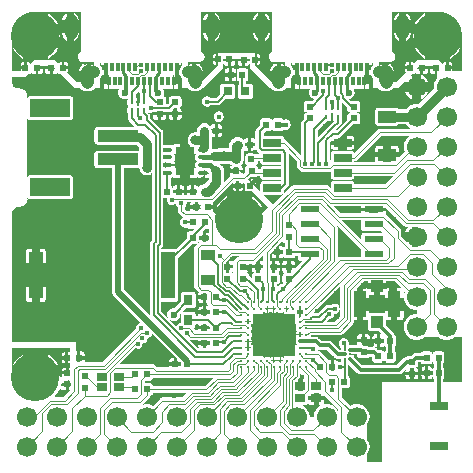
<source format=gtl>
G04 ---------------------------- Layer name :TOP LAYER*
G04 easyEDA 0.1*
G04 Scale: 100 percent, Rotated: No, Reflected: No *
G04 Dimensions in inches *
G04 leading zeros omitted , absolute positions ,2 integer and 4 * 
%FSLAX24Y24*%
%MOIN*%
G90*
G70D02*

%ADD11C,0.011810*%
%ADD12C,0.004000*%
%ADD13C,0.005910*%
%ADD14C,0.031496*%
%ADD15C,0.015748*%
%ADD16C,0.007874*%
%ADD17C,0.003937*%
%ADD18C,0.009842*%
%ADD19C,0.019685*%
%ADD20C,0.013780*%
%ADD21C,0.024400*%
%ADD22C,0.023620*%
%ADD23R,0.023620X0.019685*%
%ADD24R,0.019685X0.023620*%
%ADD25R,0.009450X0.009450*%
%ADD26R,0.139370X0.139370*%
%ADD27R,0.009450X0.031102*%
%ADD28R,0.009842X0.009842*%
%ADD29R,0.010630X0.012992*%
%ADD30R,0.031496X0.031496*%
%ADD31R,0.062992X0.023620*%
%ADD32R,0.062992X0.031496*%
%ADD33R,0.047240X0.035433*%
%ADD34R,0.039370X0.041339*%
%ADD35R,0.041339X0.086614*%
%ADD36R,0.033465X0.029527*%
%ADD37R,0.026772X0.013780*%
%ADD38R,0.064960X0.094490*%
%ADD40R,0.033465X0.025591*%
%ADD41R,0.059055X0.039370*%
%ADD42R,0.059842X0.025984*%
%ADD43R,0.133858X0.059055*%
%ADD44R,0.137790X0.039370*%
%ADD45R,0.011810X0.031496*%
%ADD46R,0.031496X0.035433*%
%ADD47R,0.047240X0.157480*%
%ADD48C,0.066929*%
%ADD50C,0.161420*%
%ADD52C,0.043307*%
%ADD53C,0.039370*%

%LPD*%
G36*
G01X2192Y27757D02*
G01X1859Y28090D01*
G01X1869Y28103D01*
G01X1871Y28121D01*
G01X1871Y28182D01*
G01X1767Y28182D01*
G01X1651Y28298D01*
G01X1667Y28298D01*
G01X1667Y28415D01*
G01X1617Y28415D01*
G01X1600Y28413D01*
G01X1584Y28403D01*
G01X1571Y28392D01*
G01X1565Y28384D01*
G01X1455Y28494D01*
G01X736Y28494D01*
G01X609Y28367D01*
G01X609Y28376D01*
G01X600Y28392D01*
G01X588Y28403D01*
G01X571Y28413D01*
G01X553Y28415D01*
G01X503Y28415D01*
G01X503Y28296D01*
G01X538Y28296D01*
G01X407Y28165D01*
G01X407Y28180D01*
G01X300Y28180D01*
G01X300Y28119D01*
G01X0Y28119D01*
G01X0Y29246D01*
G01X34Y29182D01*
G01X103Y29134D01*
G01X190Y29123D01*
G01X269Y29153D01*
G01X328Y29217D01*
G01X348Y29302D01*
G01X328Y29386D01*
G01X269Y29450D01*
G01X190Y29480D01*
G01X103Y29469D01*
G01X34Y29421D01*
G01X1Y29361D01*
G01X5Y29402D01*
G01X13Y29452D01*
G01X23Y29500D01*
G01X38Y29548D01*
G01X55Y29596D01*
G01X76Y29642D01*
G01X98Y29686D01*
G01X107Y29703D01*
G01X192Y29703D01*
G01X192Y29690D01*
G01X232Y29613D01*
G01X301Y29565D01*
G01X388Y29555D01*
G01X467Y29586D01*
G01X526Y29650D01*
G01X546Y29734D01*
G01X526Y29817D01*
G01X467Y29882D01*
G01X396Y29907D01*
G01X396Y29992D01*
G01X413Y30002D01*
G01X457Y30023D01*
G01X503Y30044D01*
G01X551Y30061D01*
G01X600Y30076D01*
G01X648Y30086D01*
G01X698Y30094D01*
G01X728Y30096D01*
G01X663Y30052D01*
G01X623Y29976D01*
G01X623Y29888D01*
G01X663Y29811D01*
G01X734Y29763D01*
G01X819Y29753D01*
G01X900Y29784D01*
G01X957Y29848D01*
G01X978Y29932D01*
G01X957Y30015D01*
G01X900Y30080D01*
G01X846Y30100D01*
G01X2323Y30100D01*
G01X2323Y28763D01*
G01X2319Y28763D01*
G01X2250Y28715D01*
G01X2211Y28642D01*
G01X2211Y28557D01*
G01X2250Y28484D01*
G01X2319Y28436D01*
G01X2353Y28432D01*
G01X2363Y28426D01*
G01X2382Y28423D01*
G01X2744Y28423D01*
G01X2744Y28286D01*
G01X2707Y28330D01*
G01X2700Y28338D01*
G01X2696Y28340D01*
G01X2692Y28344D01*
G01X2636Y28371D01*
G01X2636Y28140D01*
G01X2744Y28140D01*
G01X2744Y27757D01*
G01X2192Y27757D01*
G37*

%LPC*%
G36*
G01X1694Y29815D02*
G01X1859Y29815D01*
G01X1859Y30063D01*
G01X1803Y30036D01*
G01X1800Y30032D01*
G01X1796Y30030D01*
G01X1788Y30021D01*
G01X1728Y29948D01*
G01X1723Y29940D01*
G01X1719Y29936D01*
G01X1717Y29930D01*
G01X1717Y29926D01*
G01X1696Y29832D01*
G01X1694Y29828D01*
G01X1694Y29815D01*
G37*
G36*
G01X2076Y29815D02*
G01X2242Y29815D01*
G01X2242Y29828D01*
G01X2240Y29832D01*
G01X2217Y29926D01*
G01X2217Y29930D01*
G01X2215Y29936D01*
G01X2211Y29940D01*
G01X2207Y29948D01*
G01X2148Y30021D01*
G01X2140Y30030D01*
G01X2136Y30032D01*
G01X2132Y30036D01*
G01X2076Y30063D01*
G01X2076Y29815D01*
G37*
G36*
G01X1253Y29557D02*
G01X1334Y29588D01*
G01X1392Y29652D01*
G01X1403Y29703D01*
G01X1559Y29703D01*
G01X1507Y29796D01*
G01X1394Y29930D01*
G01X1255Y30036D01*
G01X1200Y30063D01*
G01X1200Y29907D01*
G01X1167Y29903D01*
G01X1098Y29855D01*
G01X1057Y29780D01*
G01X1057Y29692D01*
G01X1098Y29615D01*
G01X1167Y29567D01*
G01X1253Y29557D01*
G37*
G36*
G01X2255Y28140D02*
G01X2419Y28140D01*
G01X2419Y28205D01*
G01X2500Y28205D01*
G01X2500Y28352D01*
G01X2434Y28334D01*
G01X2421Y28330D01*
G01X2419Y28328D01*
G01X2419Y28371D01*
G01X2363Y28344D01*
G01X2359Y28340D01*
G01X2355Y28338D01*
G01X2348Y28330D01*
G01X2288Y28255D01*
G01X2284Y28248D01*
G01X2280Y28244D01*
G01X2278Y28238D01*
G01X2278Y28234D01*
G01X2255Y28140D01*
G37*
G36*
G01X1859Y29138D02*
G01X1859Y29384D01*
G01X1694Y29384D01*
G01X1694Y29373D01*
G01X1696Y29369D01*
G01X1717Y29276D01*
G01X1717Y29271D01*
G01X1719Y29265D01*
G01X1723Y29261D01*
G01X1728Y29253D01*
G01X1788Y29180D01*
G01X1796Y29171D01*
G01X1800Y29169D01*
G01X1803Y29165D01*
G01X1859Y29138D01*
G37*
G36*
G01X2076Y29138D02*
G01X2132Y29165D01*
G01X2136Y29169D01*
G01X2140Y29171D01*
G01X2148Y29180D01*
G01X2207Y29253D01*
G01X2211Y29261D01*
G01X2215Y29265D01*
G01X2217Y29271D01*
G01X2217Y29276D01*
G01X2240Y29369D01*
G01X2242Y29373D01*
G01X2242Y29384D01*
G01X2076Y29384D01*
G01X2076Y29138D01*
G37*
G36*
G01X1450Y29123D02*
G01X1530Y29153D01*
G01X1588Y29217D01*
G01X1607Y29302D01*
G01X1588Y29386D01*
G01X1530Y29450D01*
G01X1450Y29480D01*
G01X1363Y29469D01*
G01X1294Y29421D01*
G01X1253Y29346D01*
G01X1253Y29257D01*
G01X1294Y29182D01*
G01X1363Y29134D01*
G01X1450Y29123D01*
G37*
G36*
G01X1200Y28540D02*
G01X1255Y28567D01*
G01X1394Y28673D01*
G01X1507Y28807D01*
G01X1559Y28900D01*
G01X1403Y28900D01*
G01X1392Y28952D01*
G01X1334Y29015D01*
G01X1253Y29046D01*
G01X1167Y29036D01*
G01X1098Y28988D01*
G01X1057Y28911D01*
G01X1057Y28823D01*
G01X1098Y28748D01*
G01X1167Y28700D01*
G01X1200Y28696D01*
G01X1200Y28540D01*
G37*
G36*
G01X300Y28296D02*
G01X407Y28296D01*
G01X407Y28415D01*
G01X357Y28415D01*
G01X340Y28413D01*
G01X323Y28403D01*
G01X311Y28392D01*
G01X301Y28376D01*
G01X300Y28357D01*
G01X300Y28296D01*
G37*
G36*
G01X1763Y28298D02*
G01X1871Y28298D01*
G01X1871Y28357D01*
G01X1869Y28376D01*
G01X1859Y28392D01*
G01X1848Y28403D01*
G01X1832Y28413D01*
G01X1813Y28415D01*
G01X1763Y28415D01*
G01X1763Y28298D01*
G37*
G36*
G01X396Y28536D02*
G01X396Y28692D01*
G01X467Y28719D01*
G01X526Y28784D01*
G01X546Y28867D01*
G01X526Y28952D01*
G01X467Y29015D01*
G01X388Y29046D01*
G01X301Y29036D01*
G01X232Y28988D01*
G01X192Y28911D01*
G01X192Y28900D01*
G01X32Y28900D01*
G01X40Y28882D01*
G01X140Y28738D01*
G01X267Y28617D01*
G01X396Y28536D01*
G37*
G36*
G01X819Y28494D02*
G01X900Y28523D01*
G01X957Y28588D01*
G01X978Y28671D01*
G01X957Y28755D01*
G01X900Y28819D01*
G01X819Y28850D01*
G01X734Y28840D01*
G01X663Y28792D01*
G01X623Y28715D01*
G01X623Y28628D01*
G01X663Y28552D01*
G01X734Y28503D01*
G01X819Y28494D01*
G37*
G36*
G01X2500Y27863D02*
G01X2500Y28009D01*
G01X2315Y28009D01*
G01X2319Y27996D01*
G01X2323Y27984D01*
G01X2328Y27978D01*
G01X2330Y27973D01*
G01X2334Y27967D01*
G01X2405Y27896D01*
G01X2411Y27892D01*
G01X2415Y27890D01*
G01X2421Y27886D01*
G01X2434Y27882D01*
G01X2500Y27863D01*
G37*

%LPD*%
G36*
G01X12253Y27757D02*
G01X12253Y28140D01*
G01X12363Y28140D01*
G01X12363Y28371D01*
G01X12307Y28344D01*
G01X12303Y28340D01*
G01X12300Y28338D01*
G01X12292Y28330D01*
G01X12253Y28284D01*
G01X12253Y28423D01*
G01X12617Y28423D01*
G01X12636Y28426D01*
G01X12640Y28426D01*
G01X12717Y28455D01*
G01X12773Y28517D01*
G01X12794Y28600D01*
G01X12773Y28682D01*
G01X12717Y28744D01*
G01X12676Y28759D01*
G01X12676Y30100D01*
G01X14136Y30100D01*
G01X14065Y30052D01*
G01X14026Y29976D01*
G01X14026Y29888D01*
G01X14065Y29811D01*
G01X14136Y29763D01*
G01X14221Y29753D01*
G01X14301Y29784D01*
G01X14359Y29848D01*
G01X14380Y29932D01*
G01X14359Y30015D01*
G01X14301Y30080D01*
G01X14255Y30098D01*
G01X14300Y30094D01*
G01X14350Y30086D01*
G01X14400Y30076D01*
G01X14448Y30061D01*
G01X14494Y30044D01*
G01X14540Y30023D01*
G01X14586Y30002D01*
G01X14601Y29992D01*
G01X14601Y29907D01*
G01X14569Y29903D01*
G01X14500Y29855D01*
G01X14459Y29780D01*
G01X14459Y29692D01*
G01X14500Y29615D01*
G01X14569Y29567D01*
G01X14655Y29557D01*
G01X14736Y29588D01*
G01X14794Y29652D01*
G01X14805Y29703D01*
G01X14890Y29703D01*
G01X14923Y29642D01*
G01X14944Y29596D01*
G01X14959Y29548D01*
G01X14973Y29500D01*
G01X14986Y29452D01*
G01X14994Y29402D01*
G01X14998Y29352D01*
G01X14990Y29386D01*
G01X14932Y29450D01*
G01X14851Y29480D01*
G01X14765Y29469D01*
G01X14696Y29421D01*
G01X14655Y29346D01*
G01X14655Y29257D01*
G01X14696Y29182D01*
G01X14765Y29134D01*
G01X14851Y29123D01*
G01X14932Y29153D01*
G01X14990Y29217D01*
G01X15000Y29261D01*
G01X15000Y28119D01*
G01X14698Y28119D01*
G01X14698Y28180D01*
G01X14590Y28180D01*
G01X14590Y28165D01*
G01X14459Y28296D01*
G01X14494Y28296D01*
G01X14494Y28415D01*
G01X14444Y28415D01*
G01X14426Y28413D01*
G01X14409Y28403D01*
G01X14398Y28392D01*
G01X14388Y28376D01*
G01X14388Y28367D01*
G01X14261Y28494D01*
G01X13542Y28494D01*
G01X13430Y28382D01*
G01X13426Y28390D01*
G01X13413Y28402D01*
G01X13398Y28411D01*
G01X13380Y28413D01*
G01X13330Y28413D01*
G01X13330Y28296D01*
G01X13344Y28296D01*
G01X13228Y28180D01*
G01X13126Y28180D01*
G01X13126Y28119D01*
G01X13128Y28102D01*
G01X13136Y28088D01*
G01X12805Y27757D01*
G01X12253Y27757D01*
G37*

%LPC*%
G36*
G01X12755Y29815D02*
G01X12921Y29815D01*
G01X12921Y30063D01*
G01X12865Y30036D01*
G01X12861Y30032D01*
G01X12857Y30030D01*
G01X12850Y30021D01*
G01X12790Y29948D01*
G01X12786Y29940D01*
G01X12782Y29936D01*
G01X12780Y29930D01*
G01X12780Y29926D01*
G01X12757Y29832D01*
G01X12755Y29828D01*
G01X12755Y29815D01*
G37*
G36*
G01X13138Y29815D02*
G01X13303Y29815D01*
G01X13303Y29828D01*
G01X13301Y29832D01*
G01X13280Y29926D01*
G01X13280Y29930D01*
G01X13278Y29936D01*
G01X13273Y29940D01*
G01X13269Y29948D01*
G01X13209Y30021D01*
G01X13201Y30030D01*
G01X13198Y30032D01*
G01X13194Y30036D01*
G01X13138Y30063D01*
G01X13138Y29815D01*
G37*
G36*
G01X12580Y28140D02*
G01X12744Y28140D01*
G01X12721Y28234D01*
G01X12721Y28238D01*
G01X12719Y28244D01*
G01X12715Y28248D01*
G01X12711Y28255D01*
G01X12651Y28330D01*
G01X12644Y28338D01*
G01X12640Y28340D01*
G01X12636Y28344D01*
G01X12580Y28371D01*
G01X12580Y28328D01*
G01X12576Y28330D01*
G01X12563Y28334D01*
G01X12500Y28350D01*
G01X12500Y28205D01*
G01X12580Y28205D01*
G01X12580Y28140D01*
G37*
G36*
G01X13790Y29555D02*
G01X13869Y29586D01*
G01X13928Y29650D01*
G01X13948Y29734D01*
G01X13928Y29817D01*
G01X13869Y29882D01*
G01X13798Y29907D01*
G01X13798Y30067D01*
G01X13669Y29986D01*
G01X13542Y29865D01*
G01X13442Y29721D01*
G01X13434Y29703D01*
G01X13594Y29703D01*
G01X13594Y29690D01*
G01X13634Y29613D01*
G01X13703Y29565D01*
G01X13790Y29555D01*
G37*
G36*
G01X12921Y29138D02*
G01X12921Y29384D01*
G01X12755Y29384D01*
G01X12755Y29373D01*
G01X12757Y29369D01*
G01X12780Y29276D01*
G01X12780Y29271D01*
G01X12782Y29265D01*
G01X12786Y29261D01*
G01X12790Y29253D01*
G01X12850Y29180D01*
G01X12857Y29171D01*
G01X12861Y29169D01*
G01X12865Y29165D01*
G01X12921Y29138D01*
G37*
G36*
G01X13138Y29138D02*
G01X13194Y29165D01*
G01X13198Y29169D01*
G01X13201Y29171D01*
G01X13209Y29180D01*
G01X13269Y29253D01*
G01X13273Y29261D01*
G01X13278Y29265D01*
G01X13280Y29271D01*
G01X13280Y29276D01*
G01X13301Y29369D01*
G01X13303Y29373D01*
G01X13303Y29384D01*
G01X13138Y29384D01*
G01X13138Y29138D01*
G37*
G36*
G01X14590Y28296D02*
G01X14698Y28296D01*
G01X14698Y28357D01*
G01X14696Y28376D01*
G01X14686Y28392D01*
G01X14673Y28403D01*
G01X14657Y28413D01*
G01X14640Y28415D01*
G01X14590Y28415D01*
G01X14590Y28296D01*
G37*
G36*
G01X13592Y29123D02*
G01X13671Y29153D01*
G01X13730Y29217D01*
G01X13750Y29302D01*
G01X13730Y29386D01*
G01X13671Y29450D01*
G01X13592Y29480D01*
G01X13505Y29469D01*
G01X13436Y29421D01*
G01X13396Y29346D01*
G01X13396Y29257D01*
G01X13436Y29182D01*
G01X13505Y29134D01*
G01X13592Y29123D01*
G37*
G36*
G01X13126Y28296D02*
G01X13234Y28296D01*
G01X13234Y28413D01*
G01X13184Y28413D01*
G01X13165Y28411D01*
G01X13150Y28402D01*
G01X13138Y28390D01*
G01X13128Y28373D01*
G01X13126Y28355D01*
G01X13126Y28296D01*
G37*
G36*
G01X14601Y28540D02*
G01X14657Y28567D01*
G01X14796Y28673D01*
G01X14909Y28807D01*
G01X14961Y28900D01*
G01X14805Y28900D01*
G01X14794Y28952D01*
G01X14736Y29015D01*
G01X14655Y29046D01*
G01X14569Y29036D01*
G01X14500Y28988D01*
G01X14459Y28911D01*
G01X14459Y28823D01*
G01X14500Y28748D01*
G01X14569Y28700D01*
G01X14601Y28696D01*
G01X14601Y28540D01*
G37*
G36*
G01X13798Y28536D02*
G01X13798Y28692D01*
G01X13869Y28719D01*
G01X13928Y28784D01*
G01X13948Y28867D01*
G01X13928Y28952D01*
G01X13869Y29015D01*
G01X13790Y29046D01*
G01X13703Y29036D01*
G01X13634Y28988D01*
G01X13594Y28911D01*
G01X13594Y28900D01*
G01X13434Y28900D01*
G01X13442Y28882D01*
G01X13542Y28738D01*
G01X13669Y28617D01*
G01X13798Y28536D01*
G37*
G36*
G01X12500Y27865D02*
G01X12563Y27882D01*
G01X12576Y27886D01*
G01X12582Y27890D01*
G01X12586Y27892D01*
G01X12592Y27896D01*
G01X12663Y27967D01*
G01X12667Y27973D01*
G01X12669Y27978D01*
G01X12673Y27984D01*
G01X12678Y27996D01*
G01X12682Y28009D01*
G01X12500Y28009D01*
G01X12500Y27865D01*
G37*
G36*
G01X14221Y28494D02*
G01X14301Y28523D01*
G01X14359Y28588D01*
G01X14380Y28671D01*
G01X14359Y28755D01*
G01X14301Y28819D01*
G01X14221Y28850D01*
G01X14136Y28840D01*
G01X14065Y28792D01*
G01X14026Y28715D01*
G01X14026Y28628D01*
G01X14065Y28552D01*
G01X14136Y28503D01*
G01X14221Y28494D01*
G37*

%LPD*%
G36*
G01X5892Y27757D02*
G01X5892Y28140D01*
G01X6001Y28140D01*
G01X6001Y28371D01*
G01X5946Y28344D01*
G01X5942Y28340D01*
G01X5938Y28338D01*
G01X5930Y28330D01*
G01X5892Y28284D01*
G01X5892Y28423D01*
G01X6255Y28423D01*
G01X6273Y28426D01*
G01X6278Y28426D01*
G01X6355Y28455D01*
G01X6411Y28517D01*
G01X6432Y28600D01*
G01X6411Y28682D01*
G01X6355Y28744D01*
G01X6313Y28759D01*
G01X6313Y30100D01*
G01X8686Y30100D01*
G01X8686Y28763D01*
G01X8682Y28763D01*
G01X8611Y28715D01*
G01X8573Y28642D01*
G01X8573Y28557D01*
G01X8611Y28484D01*
G01X8682Y28436D01*
G01X8715Y28432D01*
G01X8726Y28426D01*
G01X8744Y28423D01*
G01X9105Y28423D01*
G01X9105Y28286D01*
G01X9069Y28330D01*
G01X9061Y28338D01*
G01X9057Y28340D01*
G01X9053Y28344D01*
G01X8998Y28371D01*
G01X8998Y28140D01*
G01X9105Y28140D01*
G01X9105Y27757D01*
G01X8671Y27757D01*
G01X8128Y28302D01*
G01X8128Y28726D01*
G01X6869Y28726D01*
G01X6869Y28302D01*
G01X6326Y27761D01*
G01X5892Y27757D01*
G37*

%LPC*%
G36*
G01X8055Y29815D02*
G01X8221Y29815D01*
G01X8221Y30063D01*
G01X8165Y30036D01*
G01X8161Y30032D01*
G01X8157Y30030D01*
G01X8150Y30021D01*
G01X8090Y29948D01*
G01X8086Y29940D01*
G01X8082Y29936D01*
G01X8080Y29930D01*
G01X8080Y29926D01*
G01X8057Y29832D01*
G01X8055Y29828D01*
G01X8055Y29815D01*
G37*
G36*
G01X8861Y27863D02*
G01X8861Y28009D01*
G01X8678Y28009D01*
G01X8682Y27996D01*
G01X8686Y27984D01*
G01X8690Y27978D01*
G01X8692Y27973D01*
G01X8696Y27967D01*
G01X8767Y27896D01*
G01X8773Y27892D01*
G01X8778Y27890D01*
G01X8784Y27886D01*
G01X8796Y27882D01*
G01X8861Y27863D01*
G37*
G36*
G01X6138Y27865D02*
G01X6201Y27882D01*
G01X6213Y27886D01*
G01X6219Y27890D01*
G01X6223Y27892D01*
G01X6230Y27896D01*
G01X6301Y27967D01*
G01X6305Y27973D01*
G01X6307Y27978D01*
G01X6311Y27984D01*
G01X6315Y27996D01*
G01X6319Y28009D01*
G01X6138Y28009D01*
G01X6138Y27865D01*
G37*
G36*
G01X6217Y28140D02*
G01X6382Y28140D01*
G01X6359Y28234D01*
G01X6359Y28238D01*
G01X6357Y28244D01*
G01X6353Y28248D01*
G01X6350Y28255D01*
G01X6290Y28330D01*
G01X6282Y28338D01*
G01X6278Y28340D01*
G01X6273Y28344D01*
G01X6217Y28371D01*
G01X6217Y28328D01*
G01X6213Y28330D01*
G01X6201Y28334D01*
G01X6138Y28350D01*
G01X6138Y28205D01*
G01X6217Y28205D01*
G01X6217Y28140D01*
G37*
G36*
G01X8438Y29815D02*
G01X8603Y29815D01*
G01X8603Y29828D01*
G01X8601Y29832D01*
G01X8580Y29926D01*
G01X8580Y29930D01*
G01X8578Y29936D01*
G01X8573Y29940D01*
G01X8569Y29948D01*
G01X8509Y30021D01*
G01X8501Y30030D01*
G01X8498Y30032D01*
G01X8494Y30036D01*
G01X8438Y30063D01*
G01X8438Y29815D01*
G37*
G36*
G01X8617Y28140D02*
G01X8782Y28140D01*
G01X8782Y28205D01*
G01X8861Y28205D01*
G01X8861Y28352D01*
G01X8796Y28334D01*
G01X8784Y28330D01*
G01X8782Y28328D01*
G01X8782Y28371D01*
G01X8726Y28344D01*
G01X8721Y28340D01*
G01X8717Y28338D01*
G01X8709Y28330D01*
G01X8650Y28255D01*
G01X8646Y28248D01*
G01X8642Y28244D01*
G01X8640Y28238D01*
G01X8640Y28234D01*
G01X8617Y28140D01*
G37*
G36*
G01X6394Y29815D02*
G01X6559Y29815D01*
G01X6559Y30063D01*
G01X6503Y30036D01*
G01X6500Y30032D01*
G01X6496Y30030D01*
G01X6488Y30021D01*
G01X6428Y29948D01*
G01X6423Y29940D01*
G01X6419Y29936D01*
G01X6417Y29930D01*
G01X6417Y29926D01*
G01X6396Y29832D01*
G01X6394Y29828D01*
G01X6394Y29815D01*
G37*
G36*
G01X6776Y29815D02*
G01X6942Y29815D01*
G01X6942Y29828D01*
G01X6940Y29832D01*
G01X6917Y29926D01*
G01X6917Y29930D01*
G01X6915Y29936D01*
G01X6911Y29940D01*
G01X6907Y29948D01*
G01X6848Y30021D01*
G01X6840Y30030D01*
G01X6836Y30032D01*
G01X6832Y30036D01*
G01X6776Y30063D01*
G01X6776Y29815D01*
G37*
G36*
G01X8221Y29138D02*
G01X8221Y29384D01*
G01X8055Y29384D01*
G01X8055Y29373D01*
G01X8057Y29369D01*
G01X8080Y29276D01*
G01X8080Y29271D01*
G01X8082Y29265D01*
G01X8086Y29261D01*
G01X8090Y29253D01*
G01X8150Y29180D01*
G01X8157Y29171D01*
G01X8161Y29169D01*
G01X8165Y29165D01*
G01X8221Y29138D01*
G37*
G36*
G01X8438Y29138D02*
G01X8494Y29165D01*
G01X8498Y29169D01*
G01X8501Y29171D01*
G01X8509Y29180D01*
G01X8569Y29253D01*
G01X8573Y29261D01*
G01X8578Y29265D01*
G01X8580Y29271D01*
G01X8580Y29276D01*
G01X8601Y29369D01*
G01X8603Y29373D01*
G01X8603Y29384D01*
G01X8438Y29384D01*
G01X8438Y29138D01*
G37*
G36*
G01X6559Y29138D02*
G01X6559Y29384D01*
G01X6394Y29384D01*
G01X6394Y29373D01*
G01X6396Y29369D01*
G01X6417Y29276D01*
G01X6417Y29271D01*
G01X6419Y29265D01*
G01X6423Y29261D01*
G01X6428Y29253D01*
G01X6488Y29180D01*
G01X6496Y29171D01*
G01X6500Y29169D01*
G01X6503Y29165D01*
G01X6559Y29138D01*
G37*
G36*
G01X8178Y28332D02*
G01X8228Y28332D01*
G01X8246Y28334D01*
G01X8261Y28344D01*
G01X8273Y28355D01*
G01X8284Y28371D01*
G01X8286Y28390D01*
G01X8286Y28450D01*
G01X8178Y28450D01*
G01X8178Y28332D01*
G37*
G36*
G01X6776Y29138D02*
G01X6832Y29165D01*
G01X6836Y29169D01*
G01X6840Y29171D01*
G01X6848Y29180D01*
G01X6907Y29253D01*
G01X6911Y29261D01*
G01X6915Y29265D01*
G01X6917Y29271D01*
G01X6917Y29276D01*
G01X6940Y29369D01*
G01X6942Y29373D01*
G01X6942Y29384D01*
G01X6776Y29384D01*
G01X6776Y29138D01*
G37*
G36*
G01X6711Y28567D02*
G01X6819Y28567D01*
G01X6819Y28686D01*
G01X6769Y28686D01*
G01X6751Y28684D01*
G01X6736Y28673D01*
G01X6723Y28661D01*
G01X6713Y28646D01*
G01X6711Y28628D01*
G01X6711Y28567D01*
G37*
G36*
G01X8178Y28565D02*
G01X8286Y28565D01*
G01X8286Y28628D01*
G01X8284Y28646D01*
G01X8273Y28661D01*
G01X8261Y28673D01*
G01X8246Y28684D01*
G01X8228Y28686D01*
G01X8178Y28686D01*
G01X8178Y28565D01*
G37*
G36*
G01X6769Y28334D02*
G01X6819Y28334D01*
G01X6819Y28452D01*
G01X6711Y28452D01*
G01X6711Y28392D01*
G01X6713Y28373D01*
G01X6723Y28357D01*
G01X6736Y28346D01*
G01X6751Y28336D01*
G01X6769Y28334D01*
G37*

%LPD*%
G36*
G01X348Y17915D02*
G01X348Y17917D01*
G01X328Y18002D01*
G01X269Y18065D01*
G01X190Y18096D01*
G01X103Y18086D01*
G01X34Y18038D01*
G01X0Y17973D01*
G01X0Y18880D01*
G01X1940Y18880D01*
G01X1940Y18742D01*
G01X1890Y18742D01*
G01X1890Y18623D01*
G01X1940Y18623D01*
G01X1940Y18507D01*
G01X1890Y18507D01*
G01X1890Y18390D01*
G01X1940Y18390D01*
G01X1940Y18230D01*
G01X1917Y18230D01*
G01X1917Y18130D01*
G01X1801Y18013D01*
G01X1801Y18026D01*
G01X1682Y18026D01*
G01X1682Y17976D01*
G01X1684Y17957D01*
G01X1694Y17942D01*
G01X1705Y17930D01*
G01X1713Y17926D01*
G01X1703Y17915D01*
G01X1607Y17915D01*
G01X1607Y17917D01*
G01X1588Y18002D01*
G01X1530Y18065D01*
G01X1450Y18096D01*
G01X1363Y18086D01*
G01X1294Y18038D01*
G01X1253Y17961D01*
G01X1253Y17915D01*
G01X348Y17915D01*
G37*

%LPC*%
G36*
G01X1684Y18623D02*
G01X1794Y18623D01*
G01X1794Y18742D01*
G01X1742Y18742D01*
G01X1723Y18740D01*
G01X1707Y18730D01*
G01X1696Y18717D01*
G01X1686Y18702D01*
G01X1684Y18684D01*
G01X1684Y18623D01*
G37*
G36*
G01X1742Y18390D02*
G01X1794Y18390D01*
G01X1794Y18507D01*
G01X1684Y18507D01*
G01X1684Y18448D01*
G01X1686Y18430D01*
G01X1696Y18413D01*
G01X1707Y18402D01*
G01X1723Y18392D01*
G01X1742Y18390D01*
G37*
G36*
G01X819Y18369D02*
G01X900Y18400D01*
G01X957Y18463D01*
G01X978Y18548D01*
G01X957Y18632D01*
G01X900Y18696D01*
G01X819Y18726D01*
G01X734Y18715D01*
G01X663Y18667D01*
G01X623Y18592D01*
G01X623Y18503D01*
G01X663Y18428D01*
G01X734Y18380D01*
G01X819Y18369D01*
G37*
G36*
G01X1682Y18121D02*
G01X1801Y18121D01*
G01X1801Y18230D01*
G01X1740Y18230D01*
G01X1721Y18228D01*
G01X1705Y18217D01*
G01X1694Y18205D01*
G01X1684Y18190D01*
G01X1682Y18171D01*
G01X1682Y18121D01*
G37*
G36*
G01X388Y18171D02*
G01X467Y18202D01*
G01X526Y18265D01*
G01X546Y18350D01*
G01X526Y18434D01*
G01X467Y18498D01*
G01X396Y18523D01*
G01X396Y18684D01*
G01X267Y18602D01*
G01X140Y18482D01*
G01X40Y18338D01*
G01X32Y18319D01*
G01X192Y18319D01*
G01X192Y18305D01*
G01X232Y18230D01*
G01X301Y18182D01*
G01X388Y18171D01*
G37*
G36*
G01X1253Y18173D02*
G01X1334Y18203D01*
G01X1392Y18267D01*
G01X1403Y18319D01*
G01X1559Y18319D01*
G01X1507Y18411D01*
G01X1394Y18546D01*
G01X1255Y18652D01*
G01X1200Y18680D01*
G01X1200Y18523D01*
G01X1167Y18519D01*
G01X1098Y18471D01*
G01X1057Y18396D01*
G01X1057Y18307D01*
G01X1098Y18232D01*
G01X1167Y18184D01*
G01X1253Y18173D01*
G37*

%LPD*%
G36*
G01X7461Y22684D02*
G01X7332Y22813D01*
G01X7323Y22850D01*
G01X7265Y22913D01*
G01X7211Y22934D01*
G01X7082Y23063D01*
G01X7128Y23113D01*
G01X7148Y23198D01*
G01X7128Y23282D01*
G01X7069Y23346D01*
G01X6990Y23376D01*
G01X6903Y23365D01*
G01X6834Y23317D01*
G01X6832Y23315D01*
G01X6700Y23446D01*
G01X6707Y23457D01*
G01X6709Y23476D01*
G01X6709Y23536D01*
G01X6611Y23536D01*
G01X6553Y23594D01*
G01X6611Y23652D01*
G01X6709Y23652D01*
G01X6709Y23711D01*
G01X6707Y23730D01*
G01X6701Y23742D01*
G01X7396Y24436D01*
G01X7392Y24430D01*
G01X7390Y24411D01*
G01X7390Y24352D01*
G01X7498Y24352D01*
G01X7498Y24467D01*
G01X7594Y24467D01*
G01X7594Y24352D01*
G01X7701Y24352D01*
G01X7701Y24411D01*
G01X7700Y24430D01*
G01X7696Y24436D01*
G01X7784Y24348D01*
G01X7784Y24176D01*
G01X7786Y24157D01*
G01X7796Y24142D01*
G01X7807Y24130D01*
G01X7823Y24119D01*
G01X7842Y24117D01*
G01X8013Y24117D01*
G01X8538Y23594D01*
G01X8301Y23355D01*
G01X8250Y23376D01*
G01X8163Y23365D01*
G01X8094Y23317D01*
G01X8053Y23242D01*
G01X8053Y23153D01*
G01X8069Y23123D01*
G01X7671Y22726D01*
G01X7619Y22746D01*
G01X7534Y22736D01*
G01X7463Y22688D01*
G01X7461Y22684D01*
G37*

%LPC*%
G36*
G01X7619Y23650D02*
G01X7700Y23680D01*
G01X7757Y23744D01*
G01X7778Y23828D01*
G01X7757Y23911D01*
G01X7700Y23976D01*
G01X7619Y24005D01*
G01X7534Y23996D01*
G01X7463Y23948D01*
G01X7423Y23871D01*
G01X7423Y23784D01*
G01X7463Y23707D01*
G01X7534Y23659D01*
G01X7619Y23650D01*
G37*
G36*
G01X7448Y24117D02*
G01X7498Y24117D01*
G01X7498Y24236D01*
G01X7390Y24236D01*
G01X7390Y24176D01*
G01X7392Y24157D01*
G01X7401Y24142D01*
G01X7413Y24130D01*
G01X7430Y24119D01*
G01X7448Y24117D01*
G37*
G36*
G01X7594Y24117D02*
G01X7644Y24117D01*
G01X7661Y24119D01*
G01X7678Y24130D01*
G01X7690Y24142D01*
G01X7700Y24157D01*
G01X7701Y24176D01*
G01X7701Y24236D01*
G01X7594Y24236D01*
G01X7594Y24117D01*
G37*
G36*
G01X7186Y23453D02*
G01X7265Y23484D01*
G01X7323Y23548D01*
G01X7344Y23632D01*
G01X7323Y23715D01*
G01X7265Y23780D01*
G01X7196Y23805D01*
G01X7196Y23965D01*
G01X7067Y23884D01*
G01X6940Y23763D01*
G01X6840Y23619D01*
G01X6832Y23602D01*
G01X6990Y23602D01*
G01X6990Y23588D01*
G01X7030Y23511D01*
G01X7100Y23463D01*
G01X7186Y23453D01*
G37*
G36*
G01X8051Y23453D02*
G01X8132Y23484D01*
G01X8190Y23548D01*
G01X8201Y23602D01*
G01X8359Y23602D01*
G01X8307Y23694D01*
G01X8194Y23828D01*
G01X8055Y23934D01*
G01X8000Y23961D01*
G01X8000Y23803D01*
G01X7965Y23800D01*
G01X7896Y23752D01*
G01X7855Y23676D01*
G01X7855Y23588D01*
G01X7896Y23511D01*
G01X7965Y23463D01*
G01X8051Y23453D01*
G37*

%LPD*%
G36*
G01X9932Y16600D02*
G01X9913Y16721D01*
G01X9863Y16834D01*
G01X9782Y16926D01*
G01X9701Y16978D01*
G01X9784Y16978D01*
G01X9813Y16982D01*
G01X9842Y16996D01*
G01X9863Y17017D01*
G01X9878Y17046D01*
G01X9882Y17076D01*
G01X9882Y17319D01*
G01X9884Y17321D01*
G01X9884Y17294D01*
G01X10067Y17294D01*
G01X10067Y17390D01*
G01X10232Y17390D01*
G01X10232Y17294D01*
G01X10413Y17294D01*
G01X10413Y17326D01*
G01X10878Y16861D01*
G01X10878Y16802D01*
G01X10863Y16834D01*
G01X10782Y16926D01*
G01X10680Y16992D01*
G01X10561Y17028D01*
G01X10438Y17028D01*
G01X10392Y17013D01*
G01X10396Y17017D01*
G01X10409Y17046D01*
G01X10413Y17076D01*
G01X10413Y17150D01*
G01X10232Y17150D01*
G01X10232Y16978D01*
G01X10298Y16978D01*
G01X10217Y16926D01*
G01X10136Y16834D01*
G01X10086Y16721D01*
G01X10067Y16600D01*
G01X9932Y16600D01*
G37*

%LPC*%
G36*
G01X9982Y16978D02*
G01X10067Y16978D01*
G01X10067Y17150D01*
G01X9884Y17150D01*
G01X9884Y17076D01*
G01X9888Y17046D01*
G01X9901Y17017D01*
G01X9923Y16996D01*
G01X9951Y16982D01*
G01X9982Y16978D01*
G37*

%LPD*%
G36*
G01X4705Y16973D02*
G01X4680Y16992D01*
G01X4561Y17028D01*
G01X4438Y17028D01*
G01X4361Y17003D01*
G01X4367Y17009D01*
G01X4505Y17146D01*
G01X4507Y17146D01*
G01X4592Y17230D01*
G01X4603Y17244D01*
G01X4613Y17259D01*
G01X4619Y17278D01*
G01X4623Y17296D01*
G01X4636Y17298D01*
G01X4663Y17311D01*
G01X4686Y17334D01*
G01X4700Y17361D01*
G01X4703Y17392D01*
G01X5842Y17392D01*
G01X5692Y17242D01*
G01X5023Y17242D01*
G01X5005Y17240D01*
G01X4988Y17236D01*
G01X4969Y17230D01*
G01X4953Y17219D01*
G01X4940Y17207D01*
G01X4705Y16973D01*
G37*

%LPC*%

%LPD*%
G36*
G01X1407Y17253D02*
G01X1438Y17278D01*
G01X1550Y17415D01*
G01X1634Y17571D01*
G01X1644Y17607D01*
G01X1644Y17582D01*
G01X1648Y17552D01*
G01X1661Y17523D01*
G01X1684Y17502D01*
G01X1711Y17488D01*
G01X1742Y17484D01*
G01X1801Y17484D01*
G01X1801Y17632D01*
G01X1651Y17632D01*
G01X1676Y17717D01*
G01X1786Y17717D01*
G01X1796Y17728D01*
G01X1801Y17728D01*
G01X1801Y17734D01*
G01X1917Y17850D01*
G01X1917Y17728D01*
G01X1976Y17728D01*
G01X1976Y17632D01*
G01X1917Y17632D01*
G01X1917Y17484D01*
G01X1953Y17484D01*
G01X1723Y17253D01*
G01X1407Y17253D01*
G37*

%LPC*%

%LPD*%
G36*
G01X9536Y17467D02*
G01X9536Y17563D01*
G01X9476Y17563D01*
G01X9476Y17707D01*
G01X9536Y17707D01*
G01X9536Y17832D01*
G01X9586Y17882D01*
G01X9598Y17896D01*
G01X9607Y17909D01*
G01X9613Y17928D01*
G01X9617Y17946D01*
G01X9619Y17963D01*
G01X9619Y18071D01*
G01X9761Y17928D01*
G01X9761Y17882D01*
G01X9700Y17882D01*
G01X9700Y17707D01*
G01X9761Y17707D01*
G01X9761Y17563D01*
G01X9700Y17563D01*
G01X9700Y17473D01*
G01X9694Y17467D01*
G01X9536Y17467D01*
G37*

%LPC*%

%LPD*%
G36*
G01X4703Y17628D02*
G01X4703Y17630D01*
G01X4700Y17659D01*
G01X4686Y17688D01*
G01X4663Y17709D01*
G01X4636Y17723D01*
G01X4605Y17728D01*
G01X4432Y17728D01*
G01X4432Y17780D01*
G01X4457Y17805D01*
G01X4605Y17805D01*
G01X4636Y17809D01*
G01X4663Y17823D01*
G01X4686Y17846D01*
G01X4700Y17873D01*
G01X4703Y17903D01*
G01X6721Y17903D01*
G01X6446Y17628D01*
G01X4703Y17628D01*
G37*

%LPC*%

%LPD*%
G36*
G01X10644Y18111D02*
G01X10644Y18211D01*
G01X10613Y18211D01*
G01X10613Y18328D01*
G01X10644Y18328D01*
G01X10644Y18486D01*
G01X10594Y18486D01*
G01X10582Y18484D01*
G01X10580Y18488D01*
G01X10300Y18765D01*
G01X10286Y18778D01*
G01X10269Y18788D01*
G01X10251Y18794D01*
G01X10234Y18798D01*
G01X10215Y18800D01*
G01X10215Y18834D01*
G01X10217Y18834D01*
G01X10242Y18828D01*
G01X10265Y18826D01*
G01X10505Y18826D01*
G01X10759Y18573D01*
G01X10778Y18557D01*
G01X10800Y18544D01*
G01X10821Y18536D01*
G01X10846Y18530D01*
G01X10869Y18528D01*
G01X10971Y18528D01*
G01X10971Y18478D01*
G01X10976Y18453D01*
G01X10976Y18436D01*
G01X10955Y18444D01*
G01X10876Y18434D01*
G01X10869Y18446D01*
G01X10848Y18467D01*
G01X10819Y18482D01*
G01X10790Y18486D01*
G01X10740Y18486D01*
G01X10740Y18328D01*
G01X10771Y18328D01*
G01X10763Y18311D01*
G01X10763Y18228D01*
G01X10771Y18211D01*
G01X10740Y18211D01*
G01X10740Y18111D01*
G01X10644Y18111D01*
G37*

%LPC*%

%LPD*%
G36*
G01X11834Y15100D02*
G01X11834Y15332D01*
G01X11863Y15365D01*
G01X11913Y15478D01*
G01X11932Y15600D01*
G01X11913Y15721D01*
G01X11863Y15834D01*
G01X11834Y15867D01*
G01X11834Y16332D01*
G01X11863Y16365D01*
G01X11913Y16478D01*
G01X11932Y16600D01*
G01X11913Y16721D01*
G01X11863Y16834D01*
G01X11782Y16926D01*
G01X11680Y16992D01*
G01X11561Y17028D01*
G01X11438Y17028D01*
G01X11319Y16992D01*
G01X11294Y16973D01*
G01X11013Y17253D01*
G01X11013Y17542D01*
G01X11184Y17542D01*
G01X11213Y17546D01*
G01X11242Y17559D01*
G01X11263Y17582D01*
G01X11278Y17609D01*
G01X11282Y17640D01*
G01X11282Y17876D01*
G01X11278Y17905D01*
G01X11263Y17934D01*
G01X11242Y17955D01*
G01X11228Y17961D01*
G01X11228Y18357D01*
G01X11523Y18061D01*
G01X11542Y18046D01*
G01X11563Y18034D01*
G01X11586Y18023D01*
G01X11609Y18017D01*
G01X11634Y18015D01*
G01X12911Y18015D01*
G01X12936Y18017D01*
G01X12959Y18023D01*
G01X12982Y18034D01*
G01X13003Y18046D01*
G01X13021Y18061D01*
G01X13136Y18176D01*
G01X13132Y18169D01*
G01X13128Y18140D01*
G01X13128Y18090D01*
G01X13288Y18090D01*
G01X13288Y18238D01*
G01X13226Y18238D01*
G01X13196Y18234D01*
G01X13192Y18232D01*
G01X13203Y18244D01*
G01X13226Y18240D01*
G01X13461Y18240D01*
G01X13492Y18244D01*
G01X13519Y18257D01*
G01X13542Y18280D01*
G01X13555Y18307D01*
G01X13559Y18338D01*
G01X13559Y18415D01*
G01X13648Y18415D01*
G01X13657Y18396D01*
G01X13680Y18373D01*
G01X13707Y18359D01*
G01X13738Y18355D01*
G01X13936Y18355D01*
G01X13965Y18359D01*
G01X13994Y18373D01*
G01X14015Y18396D01*
G01X14030Y18423D01*
G01X14034Y18453D01*
G01X14034Y18455D01*
G01X14038Y18426D01*
G01X14051Y18398D01*
G01X14076Y18373D01*
G01X14076Y18261D01*
G01X14073Y18261D01*
G01X14051Y18240D01*
G01X14038Y18211D01*
G01X14034Y18182D01*
G01X14034Y18180D01*
G01X14030Y18209D01*
G01X14015Y18238D01*
G01X13994Y18259D01*
G01X13965Y18273D01*
G01X13936Y18278D01*
G01X13886Y18278D01*
G01X13886Y18119D01*
G01X14034Y18119D01*
G01X14034Y18003D01*
G01X13886Y18003D01*
G01X13886Y17846D01*
G01X13936Y17846D01*
G01X13965Y17850D01*
G01X13994Y17863D01*
G01X14015Y17886D01*
G01X14030Y17913D01*
G01X14034Y17944D01*
G01X14038Y17913D01*
G01X14051Y17886D01*
G01X14076Y17861D01*
G01X14076Y17759D01*
G01X12342Y17761D01*
G01X12342Y15100D01*
G01X11834Y15100D01*
G37*

%LPC*%
G36*
G01X13403Y17846D02*
G01X13463Y17846D01*
G01X13494Y17850D01*
G01X13521Y17863D01*
G01X13544Y17886D01*
G01X13557Y17913D01*
G01X13561Y17944D01*
G01X13561Y17994D01*
G01X13403Y17994D01*
G01X13403Y17846D01*
G37*
G36*
G01X13640Y18119D02*
G01X13790Y18119D01*
G01X13790Y18278D01*
G01X13738Y18278D01*
G01X13707Y18273D01*
G01X13680Y18259D01*
G01X13657Y18238D01*
G01X13644Y18209D01*
G01X13640Y18180D01*
G01X13640Y18119D01*
G37*
G36*
G01X11790Y18955D02*
G01X11850Y18955D01*
G01X11880Y18959D01*
G01X11907Y18973D01*
G01X11930Y18996D01*
G01X11944Y19023D01*
G01X11948Y19053D01*
G01X11948Y19103D01*
G01X11790Y19103D01*
G01X11790Y18955D01*
G37*
G36*
G01X13226Y17846D02*
G01X13288Y17846D01*
G01X13288Y17994D01*
G01X13128Y17994D01*
G01X13128Y17944D01*
G01X13132Y17913D01*
G01X13146Y17886D01*
G01X13167Y17863D01*
G01X13196Y17850D01*
G01X13226Y17846D01*
G37*
G36*
G01X13403Y18090D02*
G01X13561Y18090D01*
G01X13561Y18140D01*
G01X13557Y18169D01*
G01X13544Y18198D01*
G01X13521Y18219D01*
G01X13494Y18234D01*
G01X13463Y18238D01*
G01X13403Y18238D01*
G01X13403Y18090D01*
G37*
G36*
G01X13738Y17846D02*
G01X13790Y17846D01*
G01X13790Y18003D01*
G01X13640Y18003D01*
G01X13640Y17944D01*
G01X13644Y17913D01*
G01X13657Y17886D01*
G01X13680Y17863D01*
G01X13707Y17850D01*
G01X13738Y17846D01*
G37*

%LPD*%
G36*
G01X4859Y18246D02*
G01X4788Y18317D01*
G01X4773Y18330D01*
G01X4757Y18340D01*
G01X4740Y18346D01*
G01X4721Y18350D01*
G01X4703Y18352D01*
G01X3590Y18352D01*
G01X4128Y18890D01*
G01X4146Y18878D01*
G01X4230Y18867D01*
G01X4307Y18898D01*
G01X4363Y18959D01*
G01X4384Y19042D01*
G01X4384Y19044D01*
G01X4388Y19044D01*
G01X4465Y19073D01*
G01X4521Y19136D01*
G01X4542Y19217D01*
G01X4540Y19221D01*
G01X4546Y19221D01*
G01X4623Y19252D01*
G01X4680Y19313D01*
G01X4690Y19357D01*
G01X5507Y18542D01*
G01X5507Y18409D01*
G01X5640Y18409D01*
G01X5655Y18394D01*
G01X5655Y18294D01*
G01X5507Y18294D01*
G01X5507Y18246D01*
G01X5411Y18246D01*
G01X5411Y18294D01*
G01X5261Y18294D01*
G01X5261Y18246D01*
G01X4859Y18246D01*
G37*

%LPC*%
G36*
G01X5261Y18409D02*
G01X5411Y18409D01*
G01X5411Y18567D01*
G01X5359Y18567D01*
G01X5330Y18563D01*
G01X5301Y18550D01*
G01X5280Y18528D01*
G01X5265Y18500D01*
G01X5261Y18469D01*
G01X5261Y18409D01*
G37*

%LPD*%
G36*
G01X2188Y18413D02*
G01X2188Y18507D01*
G01X2138Y18507D01*
G01X2138Y18623D01*
G01X2188Y18623D01*
G01X2188Y18784D01*
G01X2138Y18784D01*
G01X2138Y19076D01*
G01X0Y19076D01*
G01X0Y23342D01*
G01X3Y23340D01*
G01X3Y23357D01*
G01X7Y23390D01*
G01X15Y23421D01*
G01X28Y23453D01*
G01X44Y23482D01*
G01X53Y23496D01*
G01X63Y23507D01*
G01X76Y23521D01*
G01X86Y23532D01*
G01X100Y23544D01*
G01X111Y23553D01*
G01X126Y23563D01*
G01X153Y23580D01*
G01X186Y23592D01*
G01X217Y23600D01*
G01X250Y23603D01*
G01X284Y23603D01*
G01X300Y23605D01*
G01X317Y23609D01*
G01X334Y23611D01*
G01X382Y23630D01*
G01X409Y23646D01*
G01X438Y23665D01*
G01X450Y23676D01*
G01X461Y23688D01*
G01X473Y23702D01*
G01X484Y23713D01*
G01X494Y23728D01*
G01X501Y23744D01*
G01X509Y23757D01*
G01X521Y23790D01*
G01X530Y23821D01*
G01X532Y23838D01*
G01X534Y23855D01*
G01X534Y23871D01*
G01X530Y23871D01*
G01X530Y23917D01*
G01X538Y23902D01*
G01X559Y23880D01*
G01X588Y23865D01*
G01X617Y23861D01*
G01X1955Y23861D01*
G01X1986Y23865D01*
G01X2013Y23880D01*
G01X2036Y23902D01*
G01X2050Y23930D01*
G01X2053Y23959D01*
G01X2053Y24550D01*
G01X2050Y24580D01*
G01X2036Y24607D01*
G01X2013Y24630D01*
G01X1986Y24644D01*
G01X1955Y24648D01*
G01X617Y24648D01*
G01X588Y24644D01*
G01X559Y24630D01*
G01X538Y24607D01*
G01X530Y24592D01*
G01X530Y26555D01*
G01X538Y26540D01*
G01X559Y26517D01*
G01X588Y26503D01*
G01X617Y26500D01*
G01X1955Y26500D01*
G01X1986Y26503D01*
G01X2013Y26517D01*
G01X2036Y26540D01*
G01X2050Y26567D01*
G01X2053Y26598D01*
G01X2053Y27188D01*
G01X2050Y27217D01*
G01X2036Y27246D01*
G01X2013Y27267D01*
G01X1986Y27282D01*
G01X1955Y27286D01*
G01X617Y27286D01*
G01X588Y27282D01*
G01X559Y27267D01*
G01X538Y27246D01*
G01X530Y27230D01*
G01X530Y27278D01*
G01X532Y27278D01*
G01X528Y27309D01*
G01X526Y27328D01*
G01X517Y27359D01*
G01X511Y27373D01*
G01X505Y27390D01*
G01X498Y27403D01*
G01X490Y27419D01*
G01X480Y27432D01*
G01X469Y27446D01*
G01X459Y27457D01*
G01X448Y27469D01*
G01X436Y27480D01*
G01X421Y27492D01*
G01X380Y27515D01*
G01X332Y27534D01*
G01X315Y27536D01*
G01X300Y27540D01*
G01X284Y27540D01*
G01X267Y27542D01*
G01X250Y27542D01*
G01X234Y27544D01*
G01X215Y27546D01*
G01X184Y27553D01*
G01X167Y27559D01*
G01X153Y27565D01*
G01X138Y27573D01*
G01X123Y27584D01*
G01X109Y27592D01*
G01X96Y27602D01*
G01X59Y27638D01*
G01X50Y27652D01*
G01X42Y27665D01*
G01X32Y27680D01*
G01X23Y27696D01*
G01X17Y27709D01*
G01X11Y27726D01*
G01X7Y27742D01*
G01X3Y27759D01*
G01X0Y27792D01*
G01X0Y27923D01*
G01X444Y27923D01*
G01X542Y28021D01*
G01X553Y28021D01*
G01X584Y28026D01*
G01X611Y28040D01*
G01X634Y28061D01*
G01X648Y28090D01*
G01X651Y28119D01*
G01X651Y28132D01*
G01X653Y28134D01*
G01X653Y28121D01*
G01X657Y28092D01*
G01X671Y28063D01*
G01X694Y28042D01*
G01X721Y28028D01*
G01X751Y28023D01*
G01X801Y28023D01*
G01X801Y28182D01*
G01X701Y28182D01*
G01X817Y28298D01*
G01X1126Y28298D01*
G01X1126Y28296D01*
G01X1273Y28296D01*
G01X1273Y28298D01*
G01X1369Y28298D01*
G01X1369Y28296D01*
G01X1376Y28296D01*
G01X1492Y28180D01*
G01X1369Y28180D01*
G01X1369Y28021D01*
G01X1419Y28021D01*
G01X1450Y28026D01*
G01X1478Y28040D01*
G01X1500Y28061D01*
G01X1513Y28090D01*
G01X1517Y28119D01*
G01X1517Y28153D01*
G01X1519Y28152D01*
G01X1519Y28121D01*
G01X1523Y28092D01*
G01X1538Y28063D01*
G01X1559Y28042D01*
G01X1588Y28028D01*
G01X1617Y28023D01*
G01X1648Y28023D01*
G01X2109Y27561D01*
G01X2286Y27561D01*
G01X2317Y27521D01*
G01X2336Y27503D01*
G01X2344Y27500D01*
G01X2350Y27496D01*
G01X2436Y27453D01*
G01X2446Y27450D01*
G01X2461Y27446D01*
G01X2471Y27444D01*
G01X2584Y27444D01*
G01X2594Y27446D01*
G01X2609Y27450D01*
G01X2619Y27453D01*
G01X2705Y27496D01*
G01X2711Y27500D01*
G01X2719Y27503D01*
G01X2738Y27521D01*
G01X2769Y27561D01*
G01X2940Y27561D01*
G01X2940Y27896D01*
G01X2984Y27940D01*
G01X2996Y27955D01*
G01X3001Y27965D01*
G01X3005Y27976D01*
G01X3007Y27984D01*
G01X3015Y28017D01*
G01X3019Y28013D01*
G01X3048Y28000D01*
G01X3078Y27996D01*
G01X3098Y27996D01*
G01X3096Y27994D01*
G01X3082Y27965D01*
G01X3078Y27936D01*
G01X3078Y27855D01*
G01X3207Y27855D01*
G01X3207Y27998D01*
G01X3226Y28000D01*
G01X3236Y28003D01*
G01X3244Y28000D01*
G01X3263Y27998D01*
G01X3263Y27855D01*
G01X3273Y27855D01*
G01X3273Y27700D01*
G01X3263Y27700D01*
G01X3263Y27521D01*
G01X3294Y27521D01*
G01X3323Y27526D01*
G01X3334Y27530D01*
G01X3342Y27526D01*
G01X3371Y27521D01*
G01X3492Y27521D01*
G01X3521Y27526D01*
G01X3532Y27530D01*
G01X3540Y27526D01*
G01X3569Y27521D01*
G01X3590Y27521D01*
G01X3555Y27448D01*
G01X3555Y27359D01*
G01X3594Y27278D01*
G01X3659Y27215D01*
G01X3746Y27190D01*
G01X3834Y27198D01*
G01X3890Y27232D01*
G01X3890Y27209D01*
G01X3882Y27202D01*
G01X3867Y27173D01*
G01X3863Y27144D01*
G01X3863Y27013D01*
G01X3867Y26984D01*
G01X3882Y26955D01*
G01X3894Y26944D01*
G01X3882Y26934D01*
G01X3867Y26905D01*
G01X3863Y26876D01*
G01X3863Y26746D01*
G01X3867Y26715D01*
G01X3882Y26688D01*
G01X3890Y26680D01*
G01X3890Y26544D01*
G01X3892Y26523D01*
G01X3896Y26505D01*
G01X3903Y26486D01*
G01X3913Y26469D01*
G01X3926Y26453D01*
G01X4115Y26263D01*
G01X2861Y26263D01*
G01X2832Y26259D01*
G01X2803Y26246D01*
G01X2782Y26223D01*
G01X2767Y26196D01*
G01X2763Y26165D01*
G01X2763Y25771D01*
G01X2767Y25742D01*
G01X2782Y25713D01*
G01X2803Y25692D01*
G01X2832Y25678D01*
G01X2861Y25673D01*
G01X4178Y25673D01*
G01X4250Y25603D01*
G01X4250Y25471D01*
G01X4240Y25473D01*
G01X2861Y25473D01*
G01X2832Y25469D01*
G01X2803Y25455D01*
G01X2782Y25434D01*
G01X2767Y25405D01*
G01X2763Y25376D01*
G01X2763Y24984D01*
G01X2767Y24953D01*
G01X2782Y24926D01*
G01X2803Y24903D01*
G01X2832Y24890D01*
G01X2861Y24886D01*
G01X3353Y24886D01*
G01X3353Y20771D01*
G01X3355Y20742D01*
G01X3363Y20711D01*
G01X3376Y20682D01*
G01X3392Y20655D01*
G01X3411Y20634D01*
G01X4321Y19723D01*
G01X4265Y19717D01*
G01X4196Y19669D01*
G01X4157Y19596D01*
G01X4157Y19553D01*
G01X3019Y18415D01*
G01X2428Y18415D01*
G01X2428Y18417D01*
G01X2432Y18448D01*
G01X2432Y18507D01*
G01X2284Y18507D01*
G01X2284Y18415D01*
G01X2203Y18415D01*
G01X2188Y18413D01*
G37*

%LPC*%
G36*
G01X1223Y28021D02*
G01X1273Y28021D01*
G01X1273Y28180D01*
G01X1126Y28180D01*
G01X1126Y28119D01*
G01X1130Y28090D01*
G01X1144Y28061D01*
G01X1165Y28040D01*
G01X1194Y28026D01*
G01X1223Y28021D01*
G37*
G36*
G01X480Y21711D02*
G01X696Y21711D01*
G01X696Y22205D01*
G01X578Y22205D01*
G01X548Y22202D01*
G01X519Y22188D01*
G01X498Y22165D01*
G01X484Y22138D01*
G01X480Y22107D01*
G01X480Y21711D01*
G37*
G36*
G01X3176Y27521D02*
G01X3207Y27521D01*
G01X3207Y27700D01*
G01X3078Y27700D01*
G01X3078Y27619D01*
G01X3082Y27590D01*
G01X3096Y27561D01*
G01X3117Y27540D01*
G01X3146Y27526D01*
G01X3176Y27521D01*
G37*
G36*
G01X932Y21711D02*
G01X1148Y21711D01*
G01X1148Y22107D01*
G01X1144Y22138D01*
G01X1130Y22165D01*
G01X1107Y22188D01*
G01X1080Y22202D01*
G01X1050Y22205D01*
G01X932Y22205D01*
G01X932Y21711D01*
G37*
G36*
G01X578Y20436D02*
G01X696Y20436D01*
G01X696Y20928D01*
G01X480Y20928D01*
G01X480Y20534D01*
G01X484Y20503D01*
G01X498Y20476D01*
G01X519Y20453D01*
G01X548Y20440D01*
G01X578Y20436D01*
G37*
G36*
G01X932Y20436D02*
G01X1050Y20436D01*
G01X1080Y20440D01*
G01X1107Y20453D01*
G01X1130Y20476D01*
G01X1144Y20503D01*
G01X1148Y20534D01*
G01X1148Y20928D01*
G01X932Y20928D01*
G01X932Y20436D01*
G37*
G36*
G01X898Y28023D02*
G01X948Y28023D01*
G01X978Y28028D01*
G01X1005Y28042D01*
G01X1028Y28063D01*
G01X1042Y28092D01*
G01X1046Y28121D01*
G01X1046Y28182D01*
G01X898Y28182D01*
G01X898Y28023D01*
G37*
G36*
G01X2284Y18623D02*
G01X2432Y18623D01*
G01X2432Y18686D01*
G01X2428Y18715D01*
G01X2413Y18744D01*
G01X2392Y18765D01*
G01X2363Y18780D01*
G01X2334Y18784D01*
G01X2284Y18784D01*
G01X2284Y18623D01*
G37*

%LPD*%
G36*
G01X6230Y18876D02*
G01X5953Y19152D01*
G01X6228Y19152D01*
G01X6228Y19119D01*
G01X6376Y19119D01*
G01X6376Y19152D01*
G01X6471Y19152D01*
G01X6471Y19119D01*
G01X6619Y19119D01*
G01X6619Y19152D01*
G01X6621Y19152D01*
G01X6621Y18944D01*
G01X6626Y18913D01*
G01X6640Y18886D01*
G01X6650Y18876D01*
G01X6592Y18876D01*
G01X6601Y18886D01*
G01X6615Y18913D01*
G01X6619Y18944D01*
G01X6619Y19003D01*
G01X6471Y19003D01*
G01X6471Y18876D01*
G01X6376Y18876D01*
G01X6376Y19003D01*
G01X6228Y19003D01*
G01X6228Y18944D01*
G01X6232Y18913D01*
G01X6246Y18886D01*
G01X6255Y18876D01*
G01X6230Y18876D01*
G37*

%LPC*%

%LPD*%
G36*
G01X6140Y19490D02*
G01X6071Y19557D01*
G01X6080Y19557D01*
G01X6107Y19571D01*
G01X6130Y19594D01*
G01X6144Y19621D01*
G01X6148Y19652D01*
G01X6148Y19692D01*
G01X6228Y19692D01*
G01X6228Y19630D01*
G01X6376Y19630D01*
G01X6376Y19692D01*
G01X6471Y19692D01*
G01X6471Y19630D01*
G01X6567Y19630D01*
G01X6621Y19576D01*
G01X6621Y19490D01*
G01X6619Y19490D01*
G01X6619Y19513D01*
G01X6471Y19513D01*
G01X6471Y19490D01*
G01X6376Y19490D01*
G01X6376Y19513D01*
G01X6228Y19513D01*
G01X6228Y19490D01*
G01X6140Y19490D01*
G37*

%LPC*%

%LPD*%
G36*
G01X5482Y19623D02*
G01X4996Y20111D01*
G01X4996Y20436D01*
G01X5459Y20436D01*
G01X5490Y20440D01*
G01X5517Y20453D01*
G01X5540Y20476D01*
G01X5553Y20503D01*
G01X5557Y20534D01*
G01X5557Y21892D01*
G01X6013Y22348D01*
G01X6136Y22348D01*
G01X6165Y22352D01*
G01X6184Y22359D01*
G01X6115Y22292D01*
G01X6103Y22278D01*
G01X6094Y22261D01*
G01X6088Y22246D01*
G01X6084Y22228D01*
G01X6082Y22209D01*
G01X6082Y20957D01*
G01X6084Y20940D01*
G01X6088Y20921D01*
G01X6094Y20903D01*
G01X6103Y20888D01*
G01X6115Y20873D01*
G01X6236Y20753D01*
G01X6232Y20746D01*
G01X6228Y20715D01*
G01X6228Y20653D01*
G01X6376Y20653D01*
G01X6376Y20721D01*
G01X6471Y20721D01*
G01X6471Y20653D01*
G01X6519Y20653D01*
G01X6519Y20538D01*
G01X6471Y20538D01*
G01X6471Y20380D01*
G01X6519Y20380D01*
G01X6521Y20361D01*
G01X6526Y20344D01*
G01X6532Y20326D01*
G01X6542Y20309D01*
G01X6551Y20298D01*
G01X6521Y20302D01*
G01X6471Y20302D01*
G01X6471Y20142D01*
G01X6619Y20142D01*
G01X6619Y20203D01*
G01X6615Y20234D01*
G01X6623Y20226D01*
G01X6621Y20203D01*
G01X6621Y19967D01*
G01X6623Y19950D01*
G01X6617Y19952D01*
G01X6619Y19965D01*
G01X6619Y20026D01*
G01X6471Y20026D01*
G01X6471Y19963D01*
G01X6376Y19963D01*
G01X6376Y20026D01*
G01X6228Y20026D01*
G01X6228Y19963D01*
G01X6148Y19963D01*
G01X6148Y20005D01*
G01X6144Y20036D01*
G01X6130Y20063D01*
G01X6107Y20086D01*
G01X6080Y20100D01*
G01X6050Y20103D01*
G01X5736Y20103D01*
G01X5705Y20100D01*
G01X5678Y20086D01*
G01X5655Y20063D01*
G01X5642Y20036D01*
G01X5638Y20005D01*
G01X5638Y19726D01*
G01X5576Y19717D01*
G01X5505Y19669D01*
G01X5482Y19623D01*
G37*

%LPC*%
G36*
G01X5380Y19792D02*
G01X5467Y19800D01*
G01X5546Y19846D01*
G01X5600Y19917D01*
G01X5617Y20005D01*
G01X5613Y20026D01*
G01X5811Y20223D01*
G01X6050Y20223D01*
G01X6080Y20228D01*
G01X6107Y20242D01*
G01X6130Y20263D01*
G01X6144Y20292D01*
G01X6148Y20321D01*
G01X6148Y20676D01*
G01X6144Y20705D01*
G01X6130Y20734D01*
G01X6107Y20755D01*
G01X6080Y20769D01*
G01X6050Y20773D01*
G01X5736Y20773D01*
G01X5705Y20769D01*
G01X5678Y20755D01*
G01X5655Y20734D01*
G01X5642Y20705D01*
G01X5638Y20676D01*
G01X5638Y20434D01*
G01X5419Y20215D01*
G01X5380Y20219D01*
G01X5294Y20194D01*
G01X5228Y20132D01*
G01X5190Y20050D01*
G01X5190Y19961D01*
G01X5228Y19880D01*
G01X5294Y19817D01*
G01X5380Y19792D01*
G37*
G36*
G01X6228Y20142D02*
G01X6376Y20142D01*
G01X6376Y20302D01*
G01X6326Y20302D01*
G01X6296Y20298D01*
G01X6267Y20284D01*
G01X6246Y20261D01*
G01X6232Y20234D01*
G01X6228Y20203D01*
G01X6228Y20142D01*
G37*
G36*
G01X6326Y20380D02*
G01X6376Y20380D01*
G01X6376Y20538D01*
G01X6228Y20538D01*
G01X6228Y20478D01*
G01X6232Y20448D01*
G01X6246Y20419D01*
G01X6267Y20398D01*
G01X6296Y20384D01*
G01X6326Y20380D01*
G37*

%LPD*%
G36*
G01X10521Y19773D02*
G01X10598Y19850D01*
G01X10611Y19848D01*
G01X10690Y19878D01*
G01X10746Y19940D01*
G01X10765Y20021D01*
G01X10763Y20028D01*
G01X10790Y20023D01*
G01X10867Y20053D01*
G01X10923Y20115D01*
G01X10944Y20198D01*
G01X10923Y20280D01*
G01X10867Y20342D01*
G01X10790Y20371D01*
G01X10705Y20361D01*
G01X10650Y20323D01*
G01X10534Y20323D01*
G01X10513Y20321D01*
G01X10496Y20317D01*
G01X10478Y20309D01*
G01X10459Y20300D01*
G01X10446Y20288D01*
G01X10201Y20046D01*
G01X10057Y20046D01*
G01X10959Y20948D01*
G01X10959Y19969D01*
G01X10763Y19773D01*
G01X10521Y19773D01*
G37*

%LPC*%

%LPD*%
G36*
G01X4615Y19984D02*
G01X3746Y20852D01*
G01X3746Y24886D01*
G01X4240Y24886D01*
G01X4253Y24888D01*
G01X4269Y24809D01*
G01X4273Y24803D01*
G01X4276Y24798D01*
G01X4288Y24784D01*
G01X4323Y24728D01*
G01X4340Y24717D01*
G01X4346Y24709D01*
G01X4365Y24700D01*
G01X4405Y24673D01*
G01X4430Y24669D01*
G01X4448Y24659D01*
G01X4473Y24659D01*
G01X4503Y24653D01*
G01X4534Y24659D01*
G01X4559Y24659D01*
G01X4578Y24669D01*
G01X4601Y24673D01*
G01X4642Y24700D01*
G01X4661Y24709D01*
G01X4667Y24717D01*
G01X4671Y24719D01*
G01X4671Y22486D01*
G01X4650Y22463D01*
G01X4638Y22448D01*
G01X4628Y22432D01*
G01X4619Y22413D01*
G01X4615Y22396D01*
G01X4613Y22376D01*
G01X4615Y19984D01*
G37*

%LPC*%

%LPD*%
G36*
G01X8003Y21226D02*
G01X7926Y21303D01*
G01X7926Y21305D01*
G01X7921Y21336D01*
G01X7907Y21363D01*
G01X7886Y21386D01*
G01X7857Y21400D01*
G01X7828Y21403D01*
G01X7769Y21403D01*
G01X7769Y21405D01*
G01X7826Y21405D01*
G01X7855Y21409D01*
G01X7884Y21423D01*
G01X7905Y21446D01*
G01X7919Y21473D01*
G01X7923Y21503D01*
G01X7923Y21553D01*
G01X7769Y21553D01*
G01X7769Y21650D01*
G01X7923Y21650D01*
G01X7923Y21692D01*
G01X8001Y21692D01*
G01X8001Y21650D01*
G01X8161Y21650D01*
G01X8161Y21750D01*
G01X8382Y21969D01*
G01X8382Y21786D01*
G01X8367Y21794D01*
G01X8338Y21798D01*
G01X8278Y21798D01*
G01X8278Y21650D01*
G01X8382Y21650D01*
G01X8382Y21553D01*
G01X8278Y21553D01*
G01X8278Y21405D01*
G01X8338Y21405D01*
G01X8367Y21409D01*
G01X8382Y21415D01*
G01X8382Y21392D01*
G01X8367Y21400D01*
G01X8338Y21403D01*
G01X8101Y21403D01*
G01X8071Y21400D01*
G01X8044Y21386D01*
G01X8021Y21363D01*
G01X8007Y21336D01*
G01X8003Y21305D01*
G01X8003Y21226D01*
G37*

%LPC*%
G36*
G01X8100Y21405D02*
G01X8161Y21405D01*
G01X8161Y21553D01*
G01X8001Y21553D01*
G01X8001Y21503D01*
G01X8005Y21473D01*
G01X8019Y21446D01*
G01X8042Y21423D01*
G01X8069Y21409D01*
G01X8100Y21405D01*
G37*

%LPD*%
G36*
G01X7384Y21376D02*
G01X7373Y21386D01*
G01X7346Y21400D01*
G01X7315Y21403D01*
G01X7119Y21403D01*
G01X7119Y21405D01*
G01X7138Y21405D01*
G01X7138Y21553D01*
G01X7119Y21553D01*
G01X7119Y21650D01*
G01X7138Y21650D01*
G01X7138Y21726D01*
G01X7359Y21948D01*
G01X7573Y21948D01*
G01X7573Y21928D01*
G01X7546Y21923D01*
G01X7530Y21917D01*
G01X7515Y21909D01*
G01X7501Y21900D01*
G01X7426Y21836D01*
G01X7411Y21821D01*
G01X7400Y21803D01*
G01X7392Y21786D01*
G01X7386Y21765D01*
G01X7371Y21780D01*
G01X7344Y21794D01*
G01X7313Y21798D01*
G01X7253Y21798D01*
G01X7253Y21650D01*
G01X7384Y21650D01*
G01X7384Y21553D01*
G01X7253Y21553D01*
G01X7253Y21405D01*
G01X7313Y21405D01*
G01X7344Y21409D01*
G01X7371Y21423D01*
G01X7384Y21436D01*
G01X7384Y21376D01*
G37*

%LPC*%

%LPD*%
G36*
G01X10871Y21902D02*
G01X10871Y22915D01*
G01X10869Y22934D01*
G01X10865Y22952D01*
G01X10859Y22969D01*
G01X10853Y22978D01*
G01X11663Y22167D01*
G01X11661Y22163D01*
G01X11657Y22134D01*
G01X11657Y21936D01*
G01X10955Y21936D01*
G01X10938Y21934D01*
G01X10919Y21930D01*
G01X10901Y21923D01*
G01X10886Y21913D01*
G01X10871Y21902D01*
G37*

%LPC*%

%LPD*%
G36*
G01X8913Y22150D02*
G01X9061Y22150D01*
G01X9061Y22034D01*
G01X8913Y22034D01*
G01X8913Y21876D01*
G01X8963Y21876D01*
G01X8994Y21880D01*
G01X9021Y21894D01*
G01X9044Y21915D01*
G01X9057Y21944D01*
G01X9061Y21973D01*
G01X9061Y21976D01*
G01X9065Y21946D01*
G01X9080Y21917D01*
G01X9101Y21896D01*
G01X9130Y21882D01*
G01X9159Y21878D01*
G01X9357Y21878D01*
G01X9388Y21882D01*
G01X9415Y21896D01*
G01X9438Y21917D01*
G01X9451Y21946D01*
G01X9453Y21957D01*
G01X9532Y21957D01*
G01X9532Y21896D01*
G01X9536Y21865D01*
G01X9550Y21838D01*
G01X9571Y21815D01*
G01X9600Y21802D01*
G01X9630Y21798D01*
G01X9703Y21798D01*
G01X9459Y21552D01*
G01X9301Y21552D01*
G01X9301Y21403D01*
G01X9186Y21403D01*
G01X9186Y21552D01*
G01X9026Y21552D01*
G01X9026Y21502D01*
G01X9030Y21471D01*
G01X9044Y21444D01*
G01X9065Y21421D01*
G01X9094Y21407D01*
G01X9123Y21403D01*
G01X9126Y21403D01*
G01X9096Y21400D01*
G01X9067Y21386D01*
G01X9046Y21363D01*
G01X9032Y21336D01*
G01X9028Y21305D01*
G01X9028Y21107D01*
G01X9032Y21078D01*
G01X9038Y21063D01*
G01X9009Y21036D01*
G01X8971Y21032D01*
G01X8901Y20984D01*
G01X8878Y20938D01*
G01X8876Y20950D01*
G01X8855Y20971D01*
G01X8855Y21009D01*
G01X8880Y21013D01*
G01X8907Y21028D01*
G01X8930Y21050D01*
G01X8944Y21078D01*
G01X8948Y21107D01*
G01X8948Y21305D01*
G01X8944Y21336D01*
G01X8930Y21363D01*
G01X8907Y21386D01*
G01X8880Y21400D01*
G01X8850Y21403D01*
G01X8673Y21403D01*
G01X8673Y21552D01*
G01X8617Y21552D01*
G01X8617Y21648D01*
G01X8673Y21648D01*
G01X8673Y21798D01*
G01X8617Y21798D01*
G01X8617Y22034D01*
G01X8734Y22150D01*
G01X8817Y22150D01*
G01X8817Y22234D01*
G01X9030Y22446D01*
G01X9038Y22428D01*
G01X9059Y22405D01*
G01X9088Y22392D01*
G01X9117Y22388D01*
G01X9123Y22388D01*
G01X9123Y22302D01*
G01X9101Y22292D01*
G01X9080Y22269D01*
G01X9065Y22242D01*
G01X9061Y22211D01*
G01X9057Y22242D01*
G01X9044Y22269D01*
G01X9021Y22292D01*
G01X8994Y22305D01*
G01X8963Y22309D01*
G01X8913Y22309D01*
G01X8913Y22150D01*
G37*

%LPC*%
G36*
G01X8790Y21403D02*
G01X8850Y21403D01*
G01X8880Y21407D01*
G01X8907Y21421D01*
G01X8930Y21444D01*
G01X8944Y21471D01*
G01X8948Y21502D01*
G01X8948Y21552D01*
G01X8790Y21552D01*
G01X8790Y21403D01*
G37*
G36*
G01X9026Y21648D02*
G01X9186Y21648D01*
G01X9186Y21798D01*
G01X9123Y21798D01*
G01X9094Y21794D01*
G01X9065Y21780D01*
G01X9044Y21757D01*
G01X9030Y21730D01*
G01X9026Y21700D01*
G01X9026Y21648D01*
G37*
G36*
G01X8790Y21648D02*
G01X8948Y21648D01*
G01X8948Y21700D01*
G01X8944Y21730D01*
G01X8930Y21757D01*
G01X8907Y21780D01*
G01X8880Y21794D01*
G01X8850Y21798D01*
G01X8790Y21798D01*
G01X8790Y21648D01*
G37*
G36*
G01X9301Y21648D02*
G01X9459Y21648D01*
G01X9459Y21700D01*
G01X9455Y21730D01*
G01X9442Y21757D01*
G01X9419Y21780D01*
G01X9392Y21794D01*
G01X9361Y21798D01*
G01X9301Y21798D01*
G01X9301Y21648D01*
G37*
G36*
G01X8765Y21876D02*
G01X8817Y21876D01*
G01X8817Y22034D01*
G01X8667Y22034D01*
G01X8667Y21973D01*
G01X8671Y21944D01*
G01X8686Y21915D01*
G01X8707Y21894D01*
G01X8736Y21880D01*
G01X8765Y21876D01*
G37*

%LPD*%
G36*
G01X5484Y22202D02*
G01X5459Y22205D01*
G01X4996Y22205D01*
G01X4996Y22228D01*
G01X5026Y22257D01*
G01X5038Y22273D01*
G01X5048Y22290D01*
G01X5055Y22309D01*
G01X5059Y22328D01*
G01X5061Y22348D01*
G01X5061Y23890D01*
G01X5073Y23888D01*
G01X5194Y23888D01*
G01X5184Y23869D01*
G01X5184Y23786D01*
G01X5221Y23711D01*
G01X5292Y23663D01*
G01X5376Y23653D01*
G01X5453Y23684D01*
G01X5494Y23728D01*
G01X5494Y23667D01*
G01X5532Y23594D01*
G01X5546Y23584D01*
G01X5546Y23463D01*
G01X5548Y23446D01*
G01X5551Y23428D01*
G01X5557Y23409D01*
G01X5567Y23396D01*
G01X5580Y23382D01*
G01X5694Y23265D01*
G01X5707Y23253D01*
G01X5723Y23244D01*
G01X5719Y23244D01*
G01X5650Y23196D01*
G01X5611Y23121D01*
G01X5611Y23038D01*
G01X5650Y22963D01*
G01X5719Y22915D01*
G01X5803Y22905D01*
G01X5850Y22923D01*
G01X5859Y22903D01*
G01X5882Y22882D01*
G01X5909Y22867D01*
G01X5940Y22863D01*
G01X6086Y22863D01*
G01X6003Y22782D01*
G01X5940Y22782D01*
G01X5909Y22778D01*
G01X5882Y22763D01*
G01X5859Y22742D01*
G01X5846Y22713D01*
G01X5842Y22684D01*
G01X5842Y22559D01*
G01X5484Y22202D01*
G37*

%LPC*%

%LPD*%
G36*
G01X13334Y22269D02*
G01X13334Y22434D01*
G01X13163Y22434D01*
G01X12988Y22611D01*
G01X12988Y22794D01*
G01X12986Y22811D01*
G01X12982Y22830D01*
G01X12976Y22848D01*
G01X12965Y22863D01*
G01X12953Y22878D01*
G01X12476Y23353D01*
G01X12473Y23355D01*
G01X12478Y23365D01*
G01X12482Y23396D01*
G01X12482Y23455D01*
G01X12226Y23455D01*
G01X12226Y23388D01*
G01X11913Y23388D01*
G01X11913Y23455D01*
G01X11657Y23455D01*
G01X11657Y23396D01*
G01X11659Y23388D01*
G01X10969Y23388D01*
G01X10746Y23611D01*
G01X11657Y23611D01*
G01X11657Y23571D01*
G01X11913Y23571D01*
G01X11913Y23611D01*
G01X12226Y23611D01*
G01X12226Y23571D01*
G01X12473Y23571D01*
G01X13080Y22965D01*
G01X13094Y22953D01*
G01X13109Y22944D01*
G01X13128Y22938D01*
G01X13146Y22934D01*
G01X13163Y22932D01*
G01X13228Y22932D01*
G01X13217Y22926D01*
G01X13136Y22834D01*
G01X13105Y22765D01*
G01X13334Y22765D01*
G01X13334Y22932D01*
G01X13500Y22932D01*
G01X13500Y22269D01*
G01X13334Y22269D01*
G37*

%LPC*%

%LPD*%
G36*
G01X6223Y22402D02*
G01X6230Y22415D01*
G01X6234Y22446D01*
G01X6234Y22628D01*
G01X6236Y22630D01*
G01X6236Y22623D01*
G01X6384Y22623D01*
G01X6384Y22778D01*
G01X6469Y22863D01*
G01X6530Y22863D01*
G01X6559Y22867D01*
G01X6578Y22876D01*
G01X6578Y22767D01*
G01X6559Y22778D01*
G01X6530Y22782D01*
G01X6480Y22782D01*
G01X6480Y22623D01*
G01X6578Y22623D01*
G01X6578Y22507D01*
G01X6480Y22507D01*
G01X6480Y22436D01*
G01X6384Y22436D01*
G01X6384Y22507D01*
G01X6236Y22507D01*
G01X6236Y22448D01*
G01X6240Y22417D01*
G01X6242Y22415D01*
G01X6236Y22411D01*
G01X6223Y22402D01*
G37*

%LPC*%

%LPD*%
G36*
G01X11657Y22509D02*
G01X11015Y23152D01*
G01X11659Y23152D01*
G01X11657Y23134D01*
G01X11657Y22896D01*
G01X11661Y22865D01*
G01X11676Y22838D01*
G01X11698Y22815D01*
G01X11726Y22802D01*
G01X11755Y22798D01*
G01X12330Y22798D01*
G01X12398Y22730D01*
G01X12384Y22732D01*
G01X11755Y22732D01*
G01X11726Y22728D01*
G01X11698Y22713D01*
G01X11676Y22692D01*
G01X11661Y22663D01*
G01X11657Y22634D01*
G01X11657Y22509D01*
G37*

%LPC*%

%LPD*%
G36*
G01X5826Y23465D02*
G01X5782Y23511D01*
G01X5782Y23586D01*
G01X5819Y23628D01*
G01X5840Y23709D01*
G01X5832Y23742D01*
G01X5967Y23742D01*
G01X5963Y23711D01*
G01X5963Y23650D01*
G01X6111Y23650D01*
G01X6111Y23742D01*
G01X6207Y23742D01*
G01X6207Y23650D01*
G01X6330Y23650D01*
G01X6273Y23594D01*
G01X6334Y23534D01*
G01X6207Y23534D01*
G01X6207Y23465D01*
G01X6111Y23465D01*
G01X6111Y23534D01*
G01X5963Y23534D01*
G01X5963Y23473D01*
G01X5965Y23465D01*
G01X5826Y23465D01*
G37*

%LPC*%

%LPD*%
G36*
G01X8726Y23680D02*
G01X8400Y24005D01*
G01X8992Y24005D01*
G01X9021Y24009D01*
G01X9050Y24023D01*
G01X9071Y24046D01*
G01X9086Y24073D01*
G01X9090Y24103D01*
G01X9090Y24148D01*
G01X9209Y24267D01*
G01X9223Y24284D01*
G01X9236Y24302D01*
G01X9244Y24321D01*
G01X9248Y24342D01*
G01X9250Y24363D01*
G01X9250Y25382D01*
G01X9507Y25126D01*
G01X9507Y24973D01*
G01X9509Y24955D01*
G01X9513Y24938D01*
G01X9519Y24919D01*
G01X9530Y24903D01*
G01X9542Y24890D01*
G01X9636Y24796D01*
G01X9650Y24784D01*
G01X9665Y24773D01*
G01X9684Y24767D01*
G01X9701Y24763D01*
G01X9719Y24761D01*
G01X10601Y24761D01*
G01X10619Y24763D01*
G01X10634Y24767D01*
G01X10634Y24603D01*
G01X10638Y24573D01*
G01X10651Y24546D01*
G01X10673Y24523D01*
G01X10701Y24509D01*
G01X10732Y24505D01*
G01X11330Y24505D01*
G01X11359Y24509D01*
G01X11388Y24523D01*
G01X11409Y24546D01*
G01X11423Y24573D01*
G01X11428Y24603D01*
G01X11428Y24615D01*
G01X12701Y24615D01*
G01X12438Y24352D01*
G01X11428Y24352D01*
G01X11428Y24363D01*
G01X11423Y24394D01*
G01X11409Y24421D01*
G01X11388Y24444D01*
G01X11359Y24457D01*
G01X11330Y24461D01*
G01X10732Y24461D01*
G01X10701Y24457D01*
G01X10673Y24444D01*
G01X10651Y24421D01*
G01X10638Y24394D01*
G01X10634Y24363D01*
G01X10634Y24232D01*
G01X10584Y24282D01*
G01X10569Y24294D01*
G01X10553Y24303D01*
G01X10536Y24309D01*
G01X10517Y24313D01*
G01X10500Y24315D01*
G01X9411Y24315D01*
G01X9394Y24313D01*
G01X9376Y24309D01*
G01X9357Y24303D01*
G01X9342Y24294D01*
G01X9328Y24282D01*
G01X8726Y23680D01*
G37*

%LPC*%

%LPD*%
G36*
G01X8296Y24109D02*
G01X8055Y24352D01*
G01X8136Y24352D01*
G01X8136Y24413D01*
G01X8132Y24444D01*
G01X8117Y24471D01*
G01X8096Y24494D01*
G01X8067Y24507D01*
G01X8038Y24511D01*
G01X7988Y24511D01*
G01X7988Y24419D01*
G01X7896Y24513D01*
G01X7971Y24590D01*
G01X8117Y24590D01*
G01X8148Y24594D01*
G01X8176Y24607D01*
G01X8184Y24615D01*
G01X8296Y24615D01*
G01X8296Y24603D01*
G01X8300Y24573D01*
G01X8313Y24546D01*
G01X8336Y24523D01*
G01X8363Y24509D01*
G01X8394Y24505D01*
G01X8978Y24505D01*
G01X8978Y24461D01*
G01X8394Y24461D01*
G01X8363Y24457D01*
G01X8336Y24444D01*
G01X8313Y24421D01*
G01X8300Y24394D01*
G01X8296Y24363D01*
G01X8296Y24109D01*
G37*

%LPC*%

%LPD*%
G36*
G01X7080Y24415D02*
G01X7080Y24794D01*
G01X7076Y24834D01*
G01X7067Y24871D01*
G01X7051Y24909D01*
G01X7032Y24944D01*
G01X7005Y24973D01*
G01X6957Y25021D01*
G01X6940Y25034D01*
G01X7269Y25034D01*
G01X7305Y24998D01*
G01X7321Y24988D01*
G01X7328Y24980D01*
G01X7336Y24976D01*
G01X7309Y24963D01*
G01X7288Y24942D01*
G01X7273Y24913D01*
G01X7269Y24884D01*
G01X7269Y24832D01*
G01X7428Y24832D01*
G01X7428Y24930D01*
G01X7476Y24930D01*
G01X7513Y24926D01*
G01X7526Y24930D01*
G01X7544Y24930D01*
G01X7544Y24861D01*
G01X7417Y24736D01*
G01X7269Y24736D01*
G01X7269Y24686D01*
G01X7273Y24655D01*
G01X7288Y24628D01*
G01X7290Y24626D01*
G01X7080Y24415D01*
G37*

%LPC*%

%LPD*%
G36*
G01X11428Y25103D02*
G01X11428Y25115D01*
G01X11442Y25117D01*
G01X11459Y25121D01*
G01X11478Y25128D01*
G01X11494Y25138D01*
G01X11507Y25150D01*
G01X12323Y25967D01*
G01X13282Y25967D01*
G01X13217Y25926D01*
G01X13136Y25834D01*
G01X13086Y25721D01*
G01X13067Y25600D01*
G01X13086Y25478D01*
G01X13101Y25442D01*
G01X12901Y25242D01*
G01X12665Y25242D01*
G01X12665Y25103D01*
G01X12373Y25103D01*
G01X12373Y25242D01*
G01X12126Y25242D01*
G01X12126Y25144D01*
G01X12130Y25113D01*
G01X12134Y25103D01*
G01X11428Y25103D01*
G37*

%LPC*%
G36*
G01X12665Y25438D02*
G01X12911Y25438D01*
G01X12911Y25538D01*
G01X12907Y25567D01*
G01X12894Y25596D01*
G01X12871Y25617D01*
G01X12844Y25632D01*
G01X12813Y25636D01*
G01X12665Y25636D01*
G01X12665Y25438D01*
G37*
G36*
G01X12126Y25438D02*
G01X12373Y25438D01*
G01X12373Y25636D01*
G01X12223Y25636D01*
G01X12194Y25632D01*
G01X12165Y25617D01*
G01X12144Y25596D01*
G01X12130Y25567D01*
G01X12126Y25538D01*
G01X12126Y25438D01*
G37*

%LPD*%
G36*
G01X10634Y25144D02*
G01X10621Y25157D01*
G01X10621Y25763D01*
G01X10655Y25798D01*
G01X10884Y25798D01*
G01X10884Y25896D01*
G01X10886Y25896D01*
G01X10905Y25898D01*
G01X10923Y25902D01*
G01X10944Y25909D01*
G01X10959Y25919D01*
G01X10976Y25932D01*
G01X11394Y26350D01*
G01X11528Y26350D01*
G01X11557Y26353D01*
G01X11586Y26367D01*
G01X11607Y26390D01*
G01X11621Y26417D01*
G01X11626Y26448D01*
G01X11626Y26644D01*
G01X11621Y26673D01*
G01X11607Y26702D01*
G01X11586Y26723D01*
G01X11557Y26738D01*
G01X11528Y26742D01*
G01X11290Y26742D01*
G01X11259Y26738D01*
G01X11232Y26723D01*
G01X11209Y26702D01*
G01X11196Y26673D01*
G01X11192Y26644D01*
G01X11192Y26507D01*
G01X10832Y26148D01*
G01X10794Y26148D01*
G01X10846Y26200D01*
G01X10965Y26317D01*
G01X10980Y26334D01*
G01X10990Y26350D01*
G01X10998Y26367D01*
G01X11001Y26388D01*
G01X11003Y26407D01*
G01X11003Y26480D01*
G01X11009Y26486D01*
G01X11023Y26513D01*
G01X11028Y26544D01*
G01X11028Y26673D01*
G01X11023Y26703D01*
G01X11009Y26732D01*
G01X11000Y26742D01*
G01X11009Y26753D01*
G01X11023Y26782D01*
G01X11028Y26811D01*
G01X11028Y26942D01*
G01X11023Y26971D01*
G01X11009Y27000D01*
G01X11003Y27005D01*
G01X11003Y27094D01*
G01X11192Y26907D01*
G01X11192Y26842D01*
G01X11196Y26811D01*
G01X11209Y26784D01*
G01X11232Y26761D01*
G01X11259Y26748D01*
G01X11290Y26744D01*
G01X11526Y26744D01*
G01X11555Y26748D01*
G01X11584Y26761D01*
G01X11605Y26784D01*
G01X11619Y26811D01*
G01X11623Y26842D01*
G01X11623Y27038D01*
G01X11619Y27067D01*
G01X11605Y27096D01*
G01X11584Y27117D01*
G01X11555Y27132D01*
G01X11526Y27136D01*
G01X11319Y27136D01*
G01X11259Y27194D01*
G01X11298Y27198D01*
G01X11376Y27244D01*
G01X11430Y27315D01*
G01X11448Y27403D01*
G01X11430Y27492D01*
G01X11407Y27521D01*
G01X11428Y27521D01*
G01X11457Y27526D01*
G01X11467Y27530D01*
G01X11476Y27526D01*
G01X11505Y27521D01*
G01X11626Y27521D01*
G01X11655Y27526D01*
G01X11665Y27530D01*
G01X11673Y27526D01*
G01X11703Y27521D01*
G01X11736Y27521D01*
G01X11736Y27700D01*
G01X11723Y27700D01*
G01X11723Y27855D01*
G01X11736Y27855D01*
G01X11736Y27998D01*
G01X11753Y28000D01*
G01X11763Y28003D01*
G01X11771Y28000D01*
G01X11792Y27998D01*
G01X11792Y27855D01*
G01X11919Y27855D01*
G01X11919Y27936D01*
G01X11915Y27965D01*
G01X11901Y27994D01*
G01X11900Y27996D01*
G01X11919Y27996D01*
G01X11950Y28000D01*
G01X11978Y28013D01*
G01X11982Y28017D01*
G01X11990Y27984D01*
G01X11992Y27976D01*
G01X11996Y27965D01*
G01X12001Y27955D01*
G01X12013Y27940D01*
G01X12057Y27896D01*
G01X12057Y27561D01*
G01X12230Y27561D01*
G01X12261Y27521D01*
G01X12280Y27503D01*
G01X12288Y27500D01*
G01X12294Y27496D01*
G01X12380Y27453D01*
G01X12390Y27450D01*
G01X12405Y27446D01*
G01X12415Y27444D01*
G01X12528Y27444D01*
G01X12538Y27446D01*
G01X12553Y27450D01*
G01X12563Y27453D01*
G01X12650Y27496D01*
G01X12655Y27500D01*
G01X12663Y27503D01*
G01X12682Y27521D01*
G01X12713Y27561D01*
G01X12890Y27561D01*
G01X13121Y27800D01*
G01X13105Y27765D01*
G01X13334Y27765D01*
G01X13334Y27996D01*
G01X13319Y27992D01*
G01X13288Y27971D01*
G01X13338Y28021D01*
G01X13380Y28021D01*
G01X13409Y28026D01*
G01X13438Y28040D01*
G01X13459Y28061D01*
G01X13473Y28090D01*
G01X13478Y28119D01*
G01X13478Y28165D01*
G01X13480Y28167D01*
G01X13480Y28119D01*
G01X13484Y28090D01*
G01X13498Y28061D01*
G01X13519Y28040D01*
G01X13548Y28026D01*
G01X13578Y28021D01*
G01X13628Y28021D01*
G01X13628Y28180D01*
G01X13492Y28180D01*
G01X13603Y28296D01*
G01X13628Y28296D01*
G01X13628Y28298D01*
G01X13723Y28298D01*
G01X13723Y28296D01*
G01X13871Y28296D01*
G01X13871Y28298D01*
G01X13951Y28298D01*
G01X13951Y28296D01*
G01X14100Y28296D01*
G01X14100Y28298D01*
G01X14180Y28298D01*
G01X14180Y27884D01*
G01X14136Y27834D01*
G01X14086Y27721D01*
G01X14067Y27600D01*
G01X14078Y27538D01*
G01X13565Y27026D01*
G01X13561Y27028D01*
G01X13438Y27028D01*
G01X13319Y26992D01*
G01X13217Y26926D01*
G01X13153Y26853D01*
G01X12894Y26853D01*
G01X12894Y26855D01*
G01X12871Y26878D01*
G01X12844Y26892D01*
G01X12813Y26896D01*
G01X12223Y26896D01*
G01X12194Y26892D01*
G01X12165Y26878D01*
G01X12144Y26855D01*
G01X12130Y26828D01*
G01X12126Y26798D01*
G01X12126Y26403D01*
G01X12130Y26373D01*
G01X12144Y26346D01*
G01X12165Y26323D01*
G01X12194Y26309D01*
G01X12223Y26305D01*
G01X12813Y26305D01*
G01X12844Y26309D01*
G01X12871Y26323D01*
G01X12894Y26346D01*
G01X13153Y26346D01*
G01X13217Y26273D01*
G01X13319Y26207D01*
G01X13334Y26203D01*
G01X12273Y26203D01*
G01X12255Y26202D01*
G01X12238Y26198D01*
G01X12219Y26192D01*
G01X12203Y26182D01*
G01X12190Y26169D01*
G01X11421Y25400D01*
G01X11409Y25421D01*
G01X11388Y25444D01*
G01X11359Y25457D01*
G01X11330Y25461D01*
G01X10732Y25461D01*
G01X10701Y25457D01*
G01X10673Y25444D01*
G01X10651Y25421D01*
G01X10638Y25394D01*
G01X10634Y25363D01*
G01X10634Y25144D01*
G37*

%LPC*%
G36*
G01X11180Y25505D02*
G01X11330Y25505D01*
G01X11359Y25509D01*
G01X11388Y25523D01*
G01X11409Y25546D01*
G01X11423Y25573D01*
G01X11428Y25603D01*
G01X11428Y25669D01*
G01X11180Y25669D01*
G01X11180Y25505D01*
G37*
G36*
G01X11180Y25798D02*
G01X11428Y25798D01*
G01X11428Y25863D01*
G01X11423Y25894D01*
G01X11409Y25921D01*
G01X11388Y25944D01*
G01X11359Y25957D01*
G01X11330Y25961D01*
G01X11180Y25961D01*
G01X11180Y25798D01*
G37*
G36*
G01X13334Y27203D02*
G01X13334Y27434D01*
G01X13105Y27434D01*
G01X13136Y27365D01*
G01X13217Y27273D01*
G01X13319Y27207D01*
G01X13334Y27203D01*
G37*
G36*
G01X11792Y27521D02*
G01X11821Y27521D01*
G01X11851Y27526D01*
G01X11880Y27540D01*
G01X11901Y27561D01*
G01X11915Y27590D01*
G01X11919Y27619D01*
G01X11919Y27700D01*
G01X11792Y27700D01*
G01X11792Y27521D01*
G37*
G36*
G01X10732Y25505D02*
G01X10884Y25505D01*
G01X10884Y25669D01*
G01X10634Y25669D01*
G01X10634Y25603D01*
G01X10638Y25573D01*
G01X10651Y25546D01*
G01X10673Y25523D01*
G01X10701Y25509D01*
G01X10732Y25505D01*
G37*
G36*
G01X14050Y28021D02*
G01X14100Y28021D01*
G01X14100Y28180D01*
G01X13951Y28180D01*
G01X13951Y28119D01*
G01X13955Y28090D01*
G01X13969Y28061D01*
G01X13992Y28040D01*
G01X14019Y28026D01*
G01X14050Y28021D01*
G37*
G36*
G01X13723Y28021D02*
G01X13773Y28021D01*
G01X13803Y28026D01*
G01X13832Y28040D01*
G01X13853Y28061D01*
G01X13867Y28090D01*
G01X13871Y28119D01*
G01X13871Y28180D01*
G01X13723Y28180D01*
G01X13723Y28021D01*
G37*
G36*
G01X13665Y27765D02*
G01X13894Y27765D01*
G01X13863Y27834D01*
G01X13782Y27926D01*
G01X13680Y27992D01*
G01X13665Y27996D01*
G01X13665Y27765D01*
G37*
G36*
G01X13665Y27203D02*
G01X13680Y27207D01*
G01X13782Y27273D01*
G01X13863Y27365D01*
G01X13894Y27434D01*
G01X13665Y27434D01*
G01X13665Y27203D01*
G37*

%LPD*%
G36*
G01X10203Y25911D02*
G01X10203Y26152D01*
G01X10500Y26446D01*
G01X10536Y26446D01*
G01X10565Y26450D01*
G01X10582Y26457D01*
G01X10596Y26450D01*
G01X10626Y26446D01*
G01X10653Y26446D01*
G01X10653Y26576D01*
G01X10634Y26576D01*
G01X10634Y26640D01*
G01X10653Y26640D01*
G01X10653Y26713D01*
G01X10705Y26713D01*
G01X10705Y26640D01*
G01X10726Y26640D01*
G01X10726Y26576D01*
G01X10705Y26576D01*
G01X10705Y26446D01*
G01X10738Y26446D01*
G01X10669Y26380D01*
G01X10667Y26378D01*
G01X10203Y25911D01*
G37*

%LPC*%

%LPD*%
G36*
G01X4186Y26973D02*
G01X4186Y27046D01*
G01X4165Y27046D01*
G01X4165Y27109D01*
G01X4186Y27109D01*
G01X4186Y27242D01*
G01X4157Y27242D01*
G01X4142Y27240D01*
G01X4142Y27359D01*
G01X4248Y27465D01*
G01X4248Y27419D01*
G01X4284Y27350D01*
G01X4284Y27240D01*
G01X4265Y27242D01*
G01X4238Y27242D01*
G01X4238Y27109D01*
G01X4257Y27109D01*
G01X4257Y27046D01*
G01X4238Y27046D01*
G01X4238Y26973D01*
G01X4186Y26973D01*
G37*

%LPC*%

%LPD*%
G36*
G01X5528Y28005D02*
G01X5517Y28015D01*
G01X5490Y28030D01*
G01X5471Y28032D01*
G01X5471Y28171D01*
G01X5459Y28171D01*
G01X5459Y28328D01*
G01X5471Y28328D01*
G01X5471Y28384D01*
G01X5528Y28384D01*
G01X5528Y28328D01*
G01X5655Y28328D01*
G01X5655Y28384D01*
G01X5696Y28384D01*
G01X5696Y28319D01*
G01X5651Y28276D01*
G01X5640Y28259D01*
G01X5634Y28250D01*
G01X5630Y28240D01*
G01X5628Y28232D01*
G01X5611Y28171D01*
G01X5528Y28171D01*
G01X5528Y28005D01*
G37*

%LPC*%

%LPD*%
G36*
G01X11890Y28005D02*
G01X11880Y28015D01*
G01X11851Y28030D01*
G01X11834Y28032D01*
G01X11834Y28171D01*
G01X11821Y28171D01*
G01X11821Y28328D01*
G01X11834Y28328D01*
G01X11834Y28384D01*
G01X11890Y28384D01*
G01X11890Y28328D01*
G01X12017Y28328D01*
G01X12017Y28384D01*
G01X12057Y28384D01*
G01X12057Y28319D01*
G01X12013Y28276D01*
G01X12001Y28259D01*
G01X11996Y28250D01*
G01X11992Y28240D01*
G01X11990Y28232D01*
G01X11973Y28171D01*
G01X11890Y28171D01*
G01X11890Y28005D01*
G37*

%LPC*%

%LPD*%
G36*
G01X3109Y28007D02*
G01X3109Y28171D01*
G01X3023Y28171D01*
G01X3007Y28232D01*
G01X3005Y28240D01*
G01X3001Y28250D01*
G01X2996Y28259D01*
G01X2984Y28276D01*
G01X2940Y28319D01*
G01X2940Y28384D01*
G01X2980Y28384D01*
G01X2980Y28328D01*
G01X3109Y28328D01*
G01X3109Y28384D01*
G01X3165Y28384D01*
G01X3165Y28328D01*
G01X3176Y28328D01*
G01X3176Y28171D01*
G01X3165Y28171D01*
G01X3165Y28032D01*
G01X3146Y28030D01*
G01X3117Y28015D01*
G01X3109Y28007D01*
G37*

%LPC*%

%LPD*%
G36*
G01X9471Y28007D02*
G01X9471Y28171D01*
G01X9386Y28171D01*
G01X9369Y28232D01*
G01X9367Y28240D01*
G01X9363Y28250D01*
G01X9357Y28259D01*
G01X9346Y28276D01*
G01X9301Y28319D01*
G01X9301Y28384D01*
G01X9342Y28384D01*
G01X9342Y28328D01*
G01X9471Y28328D01*
G01X9471Y28384D01*
G01X9528Y28384D01*
G01X9528Y28328D01*
G01X9538Y28328D01*
G01X9538Y28171D01*
G01X9528Y28171D01*
G01X9528Y28032D01*
G01X9507Y28030D01*
G01X9480Y28015D01*
G01X9471Y28007D01*
G37*

%LPC*%

%LPD*%
G36*
G01X7163Y28294D02*
G01X7213Y28294D01*
G01X7213Y28452D01*
G01X7065Y28452D01*
G01X7065Y28530D01*
G01X7932Y28530D01*
G01X7932Y28450D01*
G01X7784Y28450D01*
G01X7784Y28292D01*
G01X7834Y28292D01*
G01X7863Y28296D01*
G01X7892Y28309D01*
G01X7913Y28332D01*
G01X7928Y28359D01*
G01X7932Y28390D01*
G01X7934Y28382D01*
G01X7932Y28217D01*
G01X8590Y27561D01*
G01X8648Y27561D01*
G01X8680Y27521D01*
G01X8698Y27503D01*
G01X8705Y27500D01*
G01X8711Y27496D01*
G01X8798Y27453D01*
G01X8807Y27450D01*
G01X8823Y27446D01*
G01X8834Y27444D01*
G01X8946Y27444D01*
G01X8955Y27446D01*
G01X8971Y27450D01*
G01X8982Y27453D01*
G01X9067Y27496D01*
G01X9073Y27500D01*
G01X9082Y27503D01*
G01X9100Y27521D01*
G01X9132Y27561D01*
G01X9301Y27561D01*
G01X9301Y27896D01*
G01X9346Y27940D01*
G01X9357Y27955D01*
G01X9363Y27965D01*
G01X9367Y27976D01*
G01X9369Y27984D01*
G01X9378Y28017D01*
G01X9382Y28013D01*
G01X9409Y28000D01*
G01X9440Y27996D01*
G01X9459Y27996D01*
G01X9457Y27994D01*
G01X9444Y27965D01*
G01X9440Y27936D01*
G01X9440Y27855D01*
G01X9569Y27855D01*
G01X9569Y27998D01*
G01X9588Y28000D01*
G01X9598Y28003D01*
G01X9605Y28000D01*
G01X9626Y27998D01*
G01X9626Y27855D01*
G01X9636Y27855D01*
G01X9636Y27700D01*
G01X9626Y27700D01*
G01X9626Y27521D01*
G01X9655Y27521D01*
G01X9686Y27526D01*
G01X9696Y27530D01*
G01X9703Y27526D01*
G01X9734Y27521D01*
G01X9853Y27521D01*
G01X9884Y27526D01*
G01X9894Y27530D01*
G01X9901Y27526D01*
G01X9932Y27521D01*
G01X9951Y27521D01*
G01X9917Y27448D01*
G01X9917Y27359D01*
G01X9955Y27278D01*
G01X10021Y27215D01*
G01X10078Y27198D01*
G01X10017Y27138D01*
G01X9832Y27138D01*
G01X9801Y27134D01*
G01X9773Y27119D01*
G01X9751Y27098D01*
G01X9738Y27069D01*
G01X9734Y27040D01*
G01X9734Y26842D01*
G01X9738Y26811D01*
G01X9751Y26784D01*
G01X9773Y26761D01*
G01X9801Y26748D01*
G01X9832Y26744D01*
G01X9834Y26744D01*
G01X9803Y26740D01*
G01X9776Y26726D01*
G01X9753Y26703D01*
G01X9740Y26676D01*
G01X9736Y26646D01*
G01X9736Y26509D01*
G01X9696Y26469D01*
G01X9684Y26453D01*
G01X9673Y26438D01*
G01X9665Y26417D01*
G01X9661Y26400D01*
G01X9659Y26380D01*
G01X9659Y25309D01*
G01X9150Y25817D01*
G01X9136Y25830D01*
G01X9119Y25840D01*
G01X9101Y25846D01*
G01X9090Y25848D01*
G01X9090Y25863D01*
G01X9086Y25894D01*
G01X9071Y25921D01*
G01X9050Y25944D01*
G01X9021Y25957D01*
G01X8992Y25961D01*
G01X8401Y25961D01*
G01X8401Y26057D01*
G01X8467Y26123D01*
G01X8588Y26123D01*
G01X8617Y26128D01*
G01X8646Y26142D01*
G01X8667Y26163D01*
G01X8682Y26192D01*
G01X8686Y26221D01*
G01X8686Y26457D01*
G01X8682Y26488D01*
G01X8667Y26515D01*
G01X8646Y26538D01*
G01X8617Y26552D01*
G01X8588Y26555D01*
G01X8392Y26555D01*
G01X8361Y26552D01*
G01X8334Y26538D01*
G01X8311Y26515D01*
G01X8298Y26488D01*
G01X8294Y26457D01*
G01X8294Y26334D01*
G01X8169Y26209D01*
G01X8155Y26194D01*
G01X8144Y26176D01*
G01X8136Y26155D01*
G01X8132Y26136D01*
G01X8130Y26113D01*
G01X8130Y25823D01*
G01X8117Y25848D01*
G01X8096Y25869D01*
G01X8067Y25884D01*
G01X8038Y25888D01*
G01X7988Y25888D01*
G01X7988Y25730D01*
G01X8130Y25730D01*
G01X8130Y25613D01*
G01X7988Y25613D01*
G01X7988Y25455D01*
G01X8038Y25455D01*
G01X8067Y25459D01*
G01X8096Y25473D01*
G01X8117Y25496D01*
G01X8132Y25523D01*
G01X8134Y25542D01*
G01X8136Y25528D01*
G01X8144Y25507D01*
G01X8155Y25490D01*
G01X8169Y25473D01*
G01X8257Y25386D01*
G01X8273Y25371D01*
G01X8292Y25359D01*
G01X8296Y25357D01*
G01X8296Y25352D01*
G01X8180Y25352D01*
G01X8173Y25357D01*
G01X8146Y25371D01*
G01X8115Y25376D01*
G01X7880Y25376D01*
G01X7850Y25371D01*
G01X7821Y25357D01*
G01X7800Y25336D01*
G01X7786Y25307D01*
G01X7782Y25278D01*
G01X7782Y25082D01*
G01X7786Y25052D01*
G01X7800Y25023D01*
G01X7821Y25002D01*
G01X7850Y24988D01*
G01X7880Y24984D01*
G01X8115Y24984D01*
G01X8146Y24988D01*
G01X8173Y25002D01*
G01X8196Y25023D01*
G01X8209Y25052D01*
G01X8213Y25082D01*
G01X8213Y25115D01*
G01X8296Y25115D01*
G01X8296Y25103D01*
G01X8300Y25073D01*
G01X8313Y25046D01*
G01X8336Y25023D01*
G01X8363Y25009D01*
G01X8394Y25005D01*
G01X8978Y25005D01*
G01X8978Y24961D01*
G01X8394Y24961D01*
G01X8363Y24957D01*
G01X8336Y24944D01*
G01X8313Y24921D01*
G01X8300Y24894D01*
G01X8296Y24863D01*
G01X8296Y24852D01*
G01X8215Y24852D01*
G01X8215Y24884D01*
G01X8211Y24913D01*
G01X8198Y24942D01*
G01X8176Y24963D01*
G01X8148Y24978D01*
G01X8117Y24982D01*
G01X7880Y24982D01*
G01X7850Y24978D01*
G01X7821Y24963D01*
G01X7800Y24942D01*
G01X7786Y24913D01*
G01X7782Y24884D01*
G01X7782Y24736D01*
G01X7728Y24682D01*
G01X7701Y24707D01*
G01X7701Y24736D01*
G01X7673Y24736D01*
G01X7578Y24832D01*
G01X7701Y24832D01*
G01X7701Y24884D01*
G01X7698Y24913D01*
G01X7684Y24942D01*
G01X7661Y24963D01*
G01X7636Y24976D01*
G01X7644Y24980D01*
G01X7657Y24998D01*
G01X7661Y25000D01*
G01X7684Y25021D01*
G01X7688Y25028D01*
G01X7701Y25042D01*
G01X7707Y25059D01*
G01X7713Y25067D01*
G01X7723Y25109D01*
G01X7738Y25150D01*
G01X7736Y25163D01*
G01X7740Y25178D01*
G01X7740Y25511D01*
G01X7746Y25521D01*
G01X7759Y25496D01*
G01X7782Y25473D01*
G01X7809Y25459D01*
G01X7840Y25455D01*
G01X7892Y25455D01*
G01X7892Y25613D01*
G01X7790Y25613D01*
G01X7798Y25698D01*
G01X7788Y25730D01*
G01X7892Y25730D01*
G01X7892Y25888D01*
G01X7840Y25888D01*
G01X7809Y25884D01*
G01X7782Y25869D01*
G01X7759Y25848D01*
G01X7746Y25821D01*
G01X7728Y25840D01*
G01X7723Y25848D01*
G01X7701Y25869D01*
G01X7694Y25873D01*
G01X7682Y25886D01*
G01X7573Y25921D01*
G01X7461Y25909D01*
G01X7421Y25884D01*
G01X7415Y25884D01*
G01X7388Y25869D01*
G01X7371Y25853D01*
G01X7365Y25850D01*
G01X7305Y25790D01*
G01X7280Y25759D01*
G01X7259Y25726D01*
G01X7244Y25688D01*
G01X7236Y25650D01*
G01X7232Y25609D01*
G01X7232Y25542D01*
G01X7063Y25542D01*
G01X6730Y25540D01*
G01X6667Y25526D01*
G01X6676Y25559D01*
G01X6680Y25600D01*
G01X6680Y25919D01*
G01X6690Y25915D01*
G01X6719Y25911D01*
G01X6771Y25911D01*
G01X6771Y26069D01*
G01X6680Y26069D01*
G01X6680Y26128D01*
G01X6665Y26186D01*
G01X6771Y26186D01*
G01X6771Y26346D01*
G01X6719Y26346D01*
G01X6690Y26342D01*
G01X6661Y26328D01*
G01X6640Y26305D01*
G01X6626Y26278D01*
G01X6626Y26273D01*
G01X6605Y26298D01*
G01X6603Y26303D01*
G01X6590Y26317D01*
G01X6584Y26326D01*
G01X6482Y26376D01*
G01X6369Y26376D01*
G01X6296Y26340D01*
G01X6267Y26326D01*
G01X6246Y26303D01*
G01X6242Y26294D01*
G01X6198Y26238D01*
G01X6171Y26128D01*
G01X6171Y26082D01*
G01X6121Y26082D01*
G01X6023Y26061D01*
G01X6011Y26055D01*
G01X5998Y26044D01*
G01X5942Y26007D01*
G01X5932Y25992D01*
G01X5923Y25986D01*
G01X5915Y25969D01*
G01X5888Y25926D01*
G01X5884Y25902D01*
G01X5873Y25884D01*
G01X5873Y25857D01*
G01X5867Y25828D01*
G01X5873Y25798D01*
G01X5873Y25771D01*
G01X5884Y25753D01*
G01X5888Y25730D01*
G01X5913Y25692D01*
G01X5923Y25669D01*
G01X5930Y25665D01*
G01X5942Y25648D01*
G01X5944Y25646D01*
G01X5944Y25352D01*
G01X6140Y25352D01*
G01X6103Y25286D01*
G01X6103Y25205D01*
G01X6142Y25136D01*
G01X6167Y25117D01*
G01X6142Y25100D01*
G01X6103Y25030D01*
G01X6103Y24950D01*
G01X6142Y24880D01*
G01X5944Y24880D01*
G01X5944Y24546D01*
G01X6105Y24546D01*
G01X6136Y24550D01*
G01X6163Y24563D01*
G01X6186Y24586D01*
G01X6188Y24592D01*
G01X6207Y24578D01*
G01X6221Y24576D01*
G01X6232Y24571D01*
G01X6261Y24567D01*
G01X6330Y24567D01*
G01X6330Y24586D01*
G01X6359Y24598D01*
G01X6411Y24655D01*
G01X6423Y24700D01*
G01X6203Y24700D01*
G01X6203Y24767D01*
G01X6423Y24767D01*
G01X6411Y24811D01*
G01X6409Y24813D01*
G01X6461Y24813D01*
G01X6461Y24767D01*
G01X6536Y24767D01*
G01X6538Y24757D01*
G01X6571Y24703D01*
G01X6571Y24700D01*
G01X6461Y24700D01*
G01X6461Y24567D01*
G01X6530Y24567D01*
G01X6559Y24571D01*
G01X6571Y24578D01*
G01X6571Y24503D01*
G01X6426Y24357D01*
G01X6321Y24334D01*
G01X6298Y24315D01*
G01X6276Y24303D01*
G01X6253Y24282D01*
G01X6253Y24280D01*
G01X6234Y24263D01*
G01X6230Y24253D01*
G01X6215Y24282D01*
G01X6194Y24303D01*
G01X6165Y24317D01*
G01X6136Y24321D01*
G01X6086Y24321D01*
G01X6086Y24161D01*
G01X6184Y24161D01*
G01X6184Y24050D01*
G01X6186Y24046D01*
G01X6086Y24046D01*
G01X6086Y23978D01*
G01X5990Y23978D01*
G01X5990Y24046D01*
G01X5842Y24046D01*
G01X5842Y23986D01*
G01X5844Y23978D01*
G01X5761Y23978D01*
G01X5763Y23986D01*
G01X5763Y24046D01*
G01X5615Y24046D01*
G01X5615Y23978D01*
G01X5519Y23978D01*
G01X5519Y24046D01*
G01X5369Y24046D01*
G01X5369Y24161D01*
G01X5519Y24161D01*
G01X5519Y24321D01*
G01X5467Y24321D01*
G01X5438Y24317D01*
G01X5409Y24303D01*
G01X5388Y24282D01*
G01X5373Y24253D01*
G01X5369Y24223D01*
G01X5369Y24221D01*
G01X5365Y24252D01*
G01X5351Y24280D01*
G01X5330Y24302D01*
G01X5309Y24311D01*
G01X5309Y24569D01*
G01X5332Y24571D01*
G01X5359Y24586D01*
G01X5376Y24592D01*
G01X5378Y24586D01*
G01X5400Y24563D01*
G01X5428Y24550D01*
G01X5457Y24546D01*
G01X5619Y24546D01*
G01X5619Y24880D01*
G01X5415Y24880D01*
G01X5444Y24911D01*
G01X5455Y24955D01*
G01X5136Y24955D01*
G01X5136Y24950D01*
G01X5161Y24902D01*
G01X5101Y24902D01*
G01X5101Y24955D01*
G01X5061Y24955D01*
G01X5061Y25023D01*
G01X5101Y25023D01*
G01X5101Y25080D01*
G01X5163Y25080D01*
G01X5136Y25030D01*
G01X5136Y25023D01*
G01X5455Y25023D01*
G01X5444Y25067D01*
G01X5400Y25117D01*
G01X5444Y25167D01*
G01X5463Y25246D01*
G01X5444Y25323D01*
G01X5417Y25352D01*
G01X5619Y25352D01*
G01X5619Y25688D01*
G01X5457Y25688D01*
G01X5428Y25684D01*
G01X5400Y25669D01*
G01X5378Y25648D01*
G01X5376Y25644D01*
G01X5363Y25648D01*
G01X5359Y25652D01*
G01X5332Y25665D01*
G01X5301Y25669D01*
G01X5061Y25669D01*
G01X5061Y26069D01*
G01X5059Y26090D01*
G01X5055Y26107D01*
G01X5048Y26128D01*
G01X5038Y26144D01*
G01X5026Y26159D01*
G01X4630Y26555D01*
G01X4630Y26615D01*
G01X4628Y26636D01*
G01X4623Y26655D01*
G01X4615Y26673D01*
G01X4605Y26690D01*
G01X4592Y26705D01*
G01X4559Y26738D01*
G01X4559Y26742D01*
G01X4580Y26728D01*
G01X4663Y26717D01*
G01X4726Y26742D01*
G01X4882Y26742D01*
G01X4882Y26765D01*
G01X4998Y26765D01*
G01X4998Y26742D01*
G01X5155Y26742D01*
G01X5155Y26765D01*
G01X5236Y26765D01*
G01X5236Y26744D01*
G01X5394Y26744D01*
G01X5394Y26855D01*
G01X5432Y26894D01*
G01X5569Y26894D01*
G01X5600Y26898D01*
G01X5628Y26911D01*
G01X5650Y26934D01*
G01X5663Y26961D01*
G01X5667Y26992D01*
G01X5667Y27190D01*
G01X5663Y27219D01*
G01X5650Y27248D01*
G01X5628Y27269D01*
G01X5600Y27284D01*
G01X5569Y27288D01*
G01X5332Y27288D01*
G01X5301Y27284D01*
G01X5273Y27269D01*
G01X5251Y27248D01*
G01X5238Y27219D01*
G01X5234Y27190D01*
G01X5234Y27052D01*
G01X5200Y27017D01*
G01X5155Y27017D01*
G01X5155Y27188D01*
G01X5151Y27217D01*
G01X5138Y27246D01*
G01X5115Y27267D01*
G01X5088Y27282D01*
G01X5057Y27286D01*
G01X5046Y27286D01*
G01X5067Y27315D01*
G01X5086Y27403D01*
G01X5067Y27492D01*
G01X5046Y27521D01*
G01X5065Y27521D01*
G01X5096Y27526D01*
G01X5105Y27530D01*
G01X5113Y27526D01*
G01X5144Y27521D01*
G01X5263Y27521D01*
G01X5294Y27526D01*
G01X5303Y27530D01*
G01X5311Y27526D01*
G01X5342Y27521D01*
G01X5373Y27521D01*
G01X5373Y27700D01*
G01X5361Y27700D01*
G01X5361Y27855D01*
G01X5373Y27855D01*
G01X5373Y27998D01*
G01X5392Y28000D01*
G01X5401Y28003D01*
G01X5409Y28000D01*
G01X5430Y27998D01*
G01X5430Y27855D01*
G01X5557Y27855D01*
G01X5557Y27936D01*
G01X5553Y27965D01*
G01X5540Y27994D01*
G01X5538Y27996D01*
G01X5557Y27996D01*
G01X5588Y28000D01*
G01X5615Y28013D01*
G01X5619Y28017D01*
G01X5628Y27984D01*
G01X5630Y27976D01*
G01X5634Y27965D01*
G01X5640Y27955D01*
G01X5651Y27940D01*
G01X5696Y27896D01*
G01X5696Y27561D01*
G01X5867Y27561D01*
G01X5900Y27521D01*
G01X5917Y27503D01*
G01X5926Y27500D01*
G01X5932Y27496D01*
G01X6017Y27453D01*
G01X6028Y27450D01*
G01X6044Y27446D01*
G01X6053Y27444D01*
G01X6165Y27444D01*
G01X6176Y27446D01*
G01X6192Y27450D01*
G01X6201Y27453D01*
G01X6288Y27496D01*
G01X6294Y27500D01*
G01X6301Y27503D01*
G01X6319Y27521D01*
G01X6351Y27561D01*
G01X6407Y27561D01*
G01X7065Y28217D01*
G01X7065Y28392D01*
G01X7069Y28361D01*
G01X7084Y28334D01*
G01X7105Y28311D01*
G01X7134Y28298D01*
G01X7163Y28294D01*
G37*

%LPC*%
G36*
G01X4821Y26498D02*
G01X4882Y26498D01*
G01X4882Y26646D01*
G01X4723Y26646D01*
G01X4723Y26596D01*
G01X4728Y26565D01*
G01X4742Y26538D01*
G01X4763Y26515D01*
G01X4792Y26502D01*
G01X4821Y26498D01*
G37*
G36*
G01X5509Y26500D02*
G01X5569Y26500D01*
G01X5600Y26503D01*
G01X5628Y26517D01*
G01X5650Y26540D01*
G01X5663Y26567D01*
G01X5667Y26598D01*
G01X5667Y26648D01*
G01X5509Y26648D01*
G01X5509Y26500D01*
G37*
G36*
G01X5334Y26500D02*
G01X5394Y26500D01*
G01X5394Y26648D01*
G01X5236Y26648D01*
G01X5236Y26598D01*
G01X5240Y26567D01*
G01X5253Y26540D01*
G01X5276Y26517D01*
G01X5303Y26503D01*
G01X5334Y26500D01*
G37*
G36*
G01X5509Y26744D02*
G01X5667Y26744D01*
G01X5667Y26796D01*
G01X5663Y26826D01*
G01X5650Y26853D01*
G01X5628Y26876D01*
G01X5600Y26890D01*
G01X5569Y26894D01*
G01X5509Y26894D01*
G01X5509Y26744D01*
G37*
G36*
G01X6530Y26934D02*
G01X6607Y26963D01*
G01X6623Y26982D01*
G01X6865Y26982D01*
G01X6886Y26984D01*
G01X6903Y26988D01*
G01X6923Y26996D01*
G01X6940Y27005D01*
G01X6955Y27017D01*
G01X7130Y27192D01*
G01X7361Y27192D01*
G01X7392Y27196D01*
G01X7419Y27209D01*
G01X7442Y27232D01*
G01X7455Y27259D01*
G01X7459Y27290D01*
G01X7459Y27603D01*
G01X7455Y27634D01*
G01X7442Y27661D01*
G01X7419Y27684D01*
G01X7392Y27698D01*
G01X7361Y27702D01*
G01X7046Y27702D01*
G01X7015Y27698D01*
G01X6988Y27684D01*
G01X6965Y27661D01*
G01X6951Y27634D01*
G01X6948Y27603D01*
G01X6948Y27369D01*
G01X6811Y27234D01*
G01X6623Y27234D01*
G01X6607Y27252D01*
G01X6530Y27282D01*
G01X6446Y27271D01*
G01X6376Y27223D01*
G01X6338Y27150D01*
G01X6338Y27065D01*
G01X6376Y26992D01*
G01X6446Y26944D01*
G01X6530Y26934D01*
G37*
G36*
G01X5615Y24161D02*
G01X5763Y24161D01*
G01X5763Y24223D01*
G01X5759Y24253D01*
G01X5746Y24282D01*
G01X5723Y24303D01*
G01X5696Y24317D01*
G01X5665Y24321D01*
G01X5615Y24321D01*
G01X5615Y24161D01*
G37*
G36*
G01X5842Y24161D02*
G01X5990Y24161D01*
G01X5990Y24321D01*
G01X5940Y24321D01*
G01X5909Y24317D01*
G01X5882Y24303D01*
G01X5859Y24282D01*
G01X5846Y24253D01*
G01X5842Y24223D01*
G01X5842Y24161D01*
G37*
G36*
G01X7636Y27192D02*
G01X7951Y27192D01*
G01X7982Y27196D01*
G01X8009Y27209D01*
G01X8032Y27232D01*
G01X8046Y27259D01*
G01X8050Y27290D01*
G01X8050Y27603D01*
G01X8046Y27634D01*
G01X8032Y27661D01*
G01X8009Y27684D01*
G01X7982Y27698D01*
G01X7951Y27702D01*
G01X7821Y27702D01*
G01X7821Y27788D01*
G01X7823Y27788D01*
G01X7851Y27802D01*
G01X7873Y27823D01*
G01X7888Y27852D01*
G01X7892Y27882D01*
G01X7892Y28117D01*
G01X7888Y28148D01*
G01X7873Y28176D01*
G01X7851Y28198D01*
G01X7823Y28211D01*
G01X7794Y28215D01*
G01X7598Y28215D01*
G01X7567Y28211D01*
G01X7540Y28198D01*
G01X7517Y28176D01*
G01X7503Y28148D01*
G01X7500Y28117D01*
G01X7500Y27882D01*
G01X7503Y27852D01*
G01X7517Y27823D01*
G01X7540Y27802D01*
G01X7567Y27788D01*
G01X7569Y27788D01*
G01X7569Y27676D01*
G01X7555Y27661D01*
G01X7542Y27634D01*
G01X7538Y27603D01*
G01X7538Y27290D01*
G01X7542Y27259D01*
G01X7555Y27232D01*
G01X7578Y27209D01*
G01X7605Y27196D01*
G01X7636Y27192D01*
G37*
G36*
G01X7309Y28294D02*
G01X7359Y28294D01*
G01X7390Y28298D01*
G01X7417Y28311D01*
G01X7440Y28334D01*
G01X7453Y28361D01*
G01X7457Y28392D01*
G01X7457Y28452D01*
G01X7309Y28452D01*
G01X7309Y28294D01*
G37*
G36*
G01X7105Y28055D02*
G01X7253Y28055D01*
G01X7253Y28215D01*
G01X7203Y28215D01*
G01X7173Y28211D01*
G01X7146Y28198D01*
G01X7123Y28176D01*
G01X7109Y28148D01*
G01X7105Y28117D01*
G01X7105Y28055D01*
G37*
G36*
G01X6867Y25911D02*
G01X6917Y25911D01*
G01X6948Y25915D01*
G01X6976Y25930D01*
G01X6998Y25952D01*
G01X7011Y25980D01*
G01X7015Y26009D01*
G01X7015Y26069D01*
G01X6867Y26069D01*
G01X6867Y25911D01*
G37*
G36*
G01X5430Y27521D02*
G01X5459Y27521D01*
G01X5490Y27526D01*
G01X5517Y27540D01*
G01X5540Y27561D01*
G01X5553Y27590D01*
G01X5557Y27619D01*
G01X5557Y27700D01*
G01X5430Y27700D01*
G01X5430Y27521D01*
G37*
G36*
G01X9538Y27521D02*
G01X9569Y27521D01*
G01X9569Y27700D01*
G01X9440Y27700D01*
G01X9440Y27619D01*
G01X9444Y27590D01*
G01X9457Y27561D01*
G01X9480Y27540D01*
G01X9507Y27526D01*
G01X9538Y27521D01*
G37*
G36*
G01X7350Y28055D02*
G01X7498Y28055D01*
G01X7498Y28117D01*
G01X7494Y28148D01*
G01X7480Y28176D01*
G01X7457Y28198D01*
G01X7430Y28211D01*
G01X7400Y28215D01*
G01X7350Y28215D01*
G01X7350Y28055D01*
G37*
G36*
G01X8786Y26123D02*
G01X8982Y26123D01*
G01X9011Y26128D01*
G01X9040Y26142D01*
G01X9061Y26163D01*
G01X9071Y26182D01*
G01X9080Y26176D01*
G01X9163Y26165D01*
G01X9242Y26196D01*
G01X9298Y26257D01*
G01X9317Y26340D01*
G01X9298Y26421D01*
G01X9242Y26484D01*
G01X9163Y26513D01*
G01X9080Y26503D01*
G01X9071Y26498D01*
G01X9061Y26517D01*
G01X9040Y26540D01*
G01X9011Y26553D01*
G01X8982Y26557D01*
G01X8786Y26557D01*
G01X8755Y26553D01*
G01X8728Y26540D01*
G01X8705Y26517D01*
G01X8692Y26490D01*
G01X8688Y26459D01*
G01X8688Y26221D01*
G01X8692Y26192D01*
G01X8705Y26163D01*
G01X8728Y26142D01*
G01X8755Y26128D01*
G01X8786Y26123D01*
G37*
G36*
G01X7350Y27782D02*
G01X7400Y27782D01*
G01X7430Y27786D01*
G01X7457Y27800D01*
G01X7480Y27821D01*
G01X7494Y27850D01*
G01X7498Y27880D01*
G01X7498Y27940D01*
G01X7350Y27940D01*
G01X7350Y27782D01*
G37*
G36*
G01X7203Y27782D02*
G01X7253Y27782D01*
G01X7253Y27940D01*
G01X7105Y27940D01*
G01X7105Y27880D01*
G01X7109Y27850D01*
G01X7123Y27821D01*
G01X7146Y27800D01*
G01X7173Y27786D01*
G01X7203Y27782D01*
G37*
G36*
G01X6867Y26186D02*
G01X7015Y26186D01*
G01X7015Y26248D01*
G01X7011Y26278D01*
G01X6998Y26305D01*
G01X6976Y26328D01*
G01X6948Y26342D01*
G01X6917Y26346D01*
G01X6867Y26346D01*
G01X6867Y26186D01*
G37*
G36*
G01X7636Y28292D02*
G01X7688Y28292D01*
G01X7688Y28450D01*
G01X7538Y28450D01*
G01X7538Y28390D01*
G01X7542Y28359D01*
G01X7555Y28332D01*
G01X7578Y28309D01*
G01X7605Y28296D01*
G01X7636Y28292D01*
G37*
G36*
G01X4998Y26498D02*
G01X5057Y26498D01*
G01X5088Y26502D01*
G01X5115Y26515D01*
G01X5138Y26538D01*
G01X5151Y26565D01*
G01X5155Y26596D01*
G01X5155Y26646D01*
G01X4998Y26646D01*
G01X4998Y26498D01*
G37*
G36*
G01X6923Y26430D02*
G01X7001Y26459D01*
G01X7057Y26521D01*
G01X7078Y26603D01*
G01X7057Y26686D01*
G01X7001Y26748D01*
G01X6923Y26778D01*
G01X6840Y26767D01*
G01X6769Y26719D01*
G01X6732Y26646D01*
G01X6732Y26561D01*
G01X6769Y26488D01*
G01X6840Y26440D01*
G01X6923Y26430D01*
G37*

%LPD*%
G36*
G01X14388Y17757D02*
G01X14388Y17863D01*
G01X14409Y17886D01*
G01X14423Y17913D01*
G01X14428Y17944D01*
G01X14428Y18182D01*
G01X14423Y18211D01*
G01X14409Y18240D01*
G01X14388Y18261D01*
G01X14388Y18376D01*
G01X14409Y18398D01*
G01X14423Y18426D01*
G01X14428Y18455D01*
G01X14428Y18692D01*
G01X14423Y18721D01*
G01X14409Y18750D01*
G01X14388Y18771D01*
G01X14359Y18786D01*
G01X14330Y18790D01*
G01X14132Y18790D01*
G01X14101Y18786D01*
G01X14073Y18771D01*
G01X14051Y18750D01*
G01X14038Y18721D01*
G01X14034Y18692D01*
G01X14030Y18721D01*
G01X14015Y18750D01*
G01X13994Y18771D01*
G01X13965Y18786D01*
G01X13936Y18790D01*
G01X13738Y18790D01*
G01X13707Y18786D01*
G01X13680Y18771D01*
G01X13657Y18750D01*
G01X13648Y18728D01*
G01X13482Y18728D01*
G01X13457Y18726D01*
G01X13434Y18719D01*
G01X13411Y18709D01*
G01X13390Y18698D01*
G01X13371Y18682D01*
G01X13321Y18632D01*
G01X13226Y18632D01*
G01X13196Y18628D01*
G01X13167Y18613D01*
G01X13146Y18592D01*
G01X13144Y18588D01*
G01X13128Y18584D01*
G01X13105Y18573D01*
G01X13084Y18561D01*
G01X13065Y18546D01*
G01X12848Y18328D01*
G01X11698Y18328D01*
G01X11419Y18605D01*
G01X11423Y18636D01*
G01X11423Y18659D01*
G01X11376Y18659D01*
G01X11355Y18669D01*
G01X11326Y18673D01*
G01X11317Y18673D01*
G01X11301Y18682D01*
G01X11269Y18676D01*
G01X11269Y18688D01*
G01X11278Y18686D01*
G01X11515Y18686D01*
G01X11515Y18659D01*
G01X11519Y18630D01*
G01X11534Y18602D01*
G01X11555Y18580D01*
G01X11584Y18565D01*
G01X11613Y18561D01*
G01X11850Y18561D01*
G01X11880Y18565D01*
G01X11907Y18580D01*
G01X11930Y18602D01*
G01X12021Y18602D01*
G01X12028Y18596D01*
G01X12028Y18502D01*
G01X12032Y18471D01*
G01X12046Y18444D01*
G01X12067Y18421D01*
G01X12096Y18407D01*
G01X12126Y18403D01*
G01X12321Y18403D01*
G01X12351Y18407D01*
G01X12380Y18421D01*
G01X12401Y18444D01*
G01X12415Y18471D01*
G01X12419Y18502D01*
G01X12419Y18740D01*
G01X12415Y18769D01*
G01X12401Y18798D01*
G01X12380Y18819D01*
G01X12351Y18834D01*
G01X12321Y18838D01*
G01X12226Y18838D01*
G01X12196Y18867D01*
G01X12178Y18884D01*
G01X12155Y18896D01*
G01X12134Y18905D01*
G01X12109Y18911D01*
G01X12086Y18913D01*
G01X11930Y18913D01*
G01X11930Y18915D01*
G01X11907Y18938D01*
G01X11880Y18952D01*
G01X11850Y18955D01*
G01X11753Y18955D01*
G01X11740Y18967D01*
G01X11717Y18980D01*
G01X11696Y18990D01*
G01X11673Y18996D01*
G01X11673Y19103D01*
G01X11513Y19103D01*
G01X11513Y19053D01*
G01X11517Y19023D01*
G01X11530Y18998D01*
G01X11278Y18998D01*
G01X11255Y18990D01*
G01X11255Y18996D01*
G01X11253Y19017D01*
G01X11250Y19038D01*
G01X11244Y19053D01*
G01X11226Y19128D01*
G01X11169Y19190D01*
G01X11092Y19219D01*
G01X11007Y19209D01*
G01X10938Y19161D01*
G01X10900Y19088D01*
G01X10900Y19003D01*
G01X10938Y18930D01*
G01X10973Y18905D01*
G01X10971Y18892D01*
G01X10971Y18840D01*
G01X10934Y18840D01*
G01X10680Y19092D01*
G01X10661Y19107D01*
G01X10640Y19121D01*
G01X10617Y19130D01*
G01X10594Y19136D01*
G01X10569Y19138D01*
G01X10332Y19138D01*
G01X10246Y19226D01*
G01X10226Y19242D01*
G01X10205Y19253D01*
G01X10182Y19263D01*
G01X10157Y19269D01*
G01X10134Y19271D01*
G01X9969Y19271D01*
G01X9971Y19284D01*
G01X9971Y19309D01*
G01X9984Y19321D01*
G01X10951Y19321D01*
G01X10969Y19323D01*
G01X10988Y19328D01*
G01X11005Y19334D01*
G01X11021Y19344D01*
G01X11036Y19355D01*
G01X11378Y19698D01*
G01X11390Y19711D01*
G01X11400Y19728D01*
G01X11405Y19746D01*
G01X11409Y19763D01*
G01X11411Y19782D01*
G01X11411Y19817D01*
G01X11500Y19817D01*
G01X11500Y20132D01*
G01X11411Y20132D01*
G01X11411Y20563D01*
G01X11500Y20563D01*
G01X11500Y20880D01*
G01X11734Y21111D01*
G01X11890Y21111D01*
G01X11890Y21048D01*
G01X12086Y21048D01*
G01X12086Y21111D01*
G01X12282Y21111D01*
G01X12282Y21048D01*
G01X12478Y21048D01*
G01X12478Y21111D01*
G01X12767Y21111D01*
G01X13007Y20871D01*
G01X13000Y20876D01*
G01X12969Y20880D01*
G01X12865Y20880D01*
G01X12865Y20563D01*
G01X13067Y20563D01*
G01X13067Y20782D01*
G01X13063Y20811D01*
G01X13057Y20821D01*
G01X13107Y20771D01*
G01X13086Y20721D01*
G01X13067Y20600D01*
G01X13086Y20478D01*
G01X13136Y20365D01*
G01X13217Y20273D01*
G01X13319Y20207D01*
G01X13438Y20171D01*
G01X13500Y20171D01*
G01X13500Y20028D01*
G01X13438Y20028D01*
G01X13319Y19992D01*
G01X13217Y19926D01*
G01X13136Y19834D01*
G01X13086Y19721D01*
G01X13067Y19600D01*
G01X13086Y19478D01*
G01X13136Y19365D01*
G01X13217Y19273D01*
G01X13319Y19207D01*
G01X13438Y19171D01*
G01X13561Y19171D01*
G01X13680Y19207D01*
G01X13769Y19265D01*
G01X14230Y19265D01*
G01X14319Y19207D01*
G01X14438Y19171D01*
G01X14561Y19171D01*
G01X14680Y19207D01*
G01X14769Y19265D01*
G01X15000Y19265D01*
G01X15000Y17757D01*
G01X14388Y17757D01*
G37*

%LPC*%
G36*
G01X12457Y20563D02*
G01X12661Y20563D01*
G01X12661Y20880D01*
G01X12555Y20880D01*
G01X12526Y20876D01*
G01X12498Y20861D01*
G01X12478Y20842D01*
G01X12478Y20844D01*
G01X12282Y20844D01*
G01X12282Y20642D01*
G01X12380Y20642D01*
G01X12409Y20646D01*
G01X12438Y20659D01*
G01X12457Y20680D01*
G01X12457Y20563D01*
G37*
G36*
G01X11703Y20563D02*
G01X11905Y20563D01*
G01X11905Y20686D01*
G01X11907Y20682D01*
G01X11930Y20659D01*
G01X11957Y20646D01*
G01X11988Y20642D01*
G01X12086Y20642D01*
G01X12086Y20844D01*
G01X11890Y20844D01*
G01X11890Y20836D01*
G01X11888Y20840D01*
G01X11865Y20861D01*
G01X11838Y20876D01*
G01X11807Y20880D01*
G01X11703Y20880D01*
G01X11703Y20563D01*
G37*
G36*
G01X12865Y19817D02*
G01X12969Y19817D01*
G01X13000Y19821D01*
G01X13028Y19836D01*
G01X13050Y19857D01*
G01X13063Y19886D01*
G01X13067Y19915D01*
G01X13067Y20132D01*
G01X12865Y20132D01*
G01X12865Y19817D01*
G37*
G36*
G01X11513Y19200D02*
G01X11673Y19200D01*
G01X11673Y19350D01*
G01X11611Y19350D01*
G01X11582Y19346D01*
G01X11553Y19332D01*
G01X11532Y19309D01*
G01X11517Y19282D01*
G01X11513Y19252D01*
G01X11513Y19200D01*
G37*
G36*
G01X11790Y19200D02*
G01X11948Y19200D01*
G01X11948Y19252D01*
G01X11944Y19282D01*
G01X11930Y19309D01*
G01X11907Y19332D01*
G01X11880Y19346D01*
G01X11850Y19350D01*
G01X11790Y19350D01*
G01X11790Y19200D01*
G37*
G36*
G01X12028Y19190D02*
G01X12176Y19190D01*
G01X12176Y19348D01*
G01X12126Y19348D01*
G01X12096Y19344D01*
G01X12067Y19330D01*
G01X12046Y19307D01*
G01X12032Y19280D01*
G01X12028Y19250D01*
G01X12028Y19190D01*
G37*
G36*
G01X12126Y18915D02*
G01X12176Y18915D01*
G01X12176Y19073D01*
G01X12028Y19073D01*
G01X12028Y19013D01*
G01X12032Y18984D01*
G01X12046Y18955D01*
G01X12067Y18934D01*
G01X12096Y18919D01*
G01X12126Y18915D01*
G37*
G36*
G01X12271Y18915D02*
G01X12321Y18915D01*
G01X12351Y18919D01*
G01X12380Y18934D01*
G01X12401Y18955D01*
G01X12415Y18984D01*
G01X12419Y19013D01*
G01X12419Y19073D01*
G01X12271Y19073D01*
G01X12271Y18915D01*
G37*
G36*
G01X12519Y18405D02*
G01X12715Y18405D01*
G01X12746Y18409D01*
G01X12773Y18423D01*
G01X12796Y18446D01*
G01X12809Y18473D01*
G01X12813Y18503D01*
G01X12813Y18740D01*
G01X12809Y18769D01*
G01X12796Y18798D01*
G01X12773Y18819D01*
G01X12773Y18934D01*
G01X12796Y18955D01*
G01X12809Y18984D01*
G01X12813Y19013D01*
G01X12813Y19252D01*
G01X12809Y19282D01*
G01X12796Y19309D01*
G01X12773Y19332D01*
G01X12765Y19336D01*
G01X12763Y19346D01*
G01X12753Y19367D01*
G01X12742Y19388D01*
G01X12726Y19405D01*
G01X12478Y19652D01*
G01X12478Y19855D01*
G01X12498Y19836D01*
G01X12526Y19821D01*
G01X12555Y19817D01*
G01X12661Y19817D01*
G01X12661Y20132D01*
G01X12457Y20132D01*
G01X12457Y20013D01*
G01X12438Y20034D01*
G01X12409Y20048D01*
G01X12380Y20052D01*
G01X11988Y20052D01*
G01X11957Y20048D01*
G01X11930Y20034D01*
G01X11907Y20011D01*
G01X11905Y20007D01*
G01X11905Y20132D01*
G01X11703Y20132D01*
G01X11703Y19817D01*
G01X11807Y19817D01*
G01X11838Y19821D01*
G01X11865Y19836D01*
G01X11888Y19857D01*
G01X11890Y19861D01*
G01X11890Y19540D01*
G01X11894Y19509D01*
G01X11907Y19482D01*
G01X11930Y19459D01*
G01X11957Y19446D01*
G01X11988Y19442D01*
G01X12248Y19442D01*
G01X12346Y19344D01*
G01X12321Y19348D01*
G01X12271Y19348D01*
G01X12271Y19190D01*
G01X12419Y19190D01*
G01X12419Y19250D01*
G01X12415Y19276D01*
G01X12423Y19267D01*
G01X12421Y19252D01*
G01X12421Y19013D01*
G01X12426Y18984D01*
G01X12440Y18955D01*
G01X12461Y18934D01*
G01X12461Y18819D01*
G01X12440Y18798D01*
G01X12426Y18769D01*
G01X12421Y18740D01*
G01X12421Y18503D01*
G01X12426Y18473D01*
G01X12440Y18446D01*
G01X12461Y18423D01*
G01X12490Y18409D01*
G01X12519Y18405D01*
G37*

%LPD*%
G36*
G01X8732Y18376D02*
G01X8730Y18386D01*
G01X8723Y18400D01*
G01X8721Y18403D01*
G01X8721Y18444D01*
G01X8688Y18444D01*
G01X8651Y18480D01*
G01X8651Y18488D01*
G01X8721Y18488D01*
G01X8721Y18592D01*
G01X8696Y18592D01*
G01X8671Y18588D01*
G01X8650Y18578D01*
G01X8636Y18561D01*
G01X8619Y18578D01*
G01X8598Y18588D01*
G01X8573Y18592D01*
G01X8478Y18592D01*
G01X8453Y18588D01*
G01X8432Y18578D01*
G01X8417Y18563D01*
G01X8403Y18578D01*
G01X8396Y18582D01*
G01X8396Y18984D01*
G01X7992Y18984D01*
G01X7988Y18994D01*
G01X7973Y19007D01*
G01X7988Y19021D01*
G01X7998Y19044D01*
G01X8001Y19067D01*
G01X8001Y19094D01*
G01X7900Y19094D01*
G01X7900Y18921D01*
G01X7969Y18921D01*
G01X7969Y18878D01*
G01X7900Y18878D01*
G01X7900Y18807D01*
G01X7855Y18807D01*
G01X7855Y18878D01*
G01X7786Y18878D01*
G01X7786Y18921D01*
G01X7855Y18921D01*
G01X7855Y19094D01*
G01X7786Y19094D01*
G01X7786Y19138D01*
G01X7855Y19138D01*
G01X7855Y19207D01*
G01X7900Y19207D01*
G01X7900Y19138D01*
G01X8001Y19138D01*
G01X8001Y19163D01*
G01X7998Y19188D01*
G01X7988Y19209D01*
G01X7973Y19223D01*
G01X7988Y19240D01*
G01X7998Y19261D01*
G01X8001Y19286D01*
G01X8001Y19382D01*
G01X7998Y19405D01*
G01X7988Y19428D01*
G01X7973Y19442D01*
G01X7988Y19455D01*
G01X7998Y19478D01*
G01X8001Y19502D01*
G01X8001Y19598D01*
G01X7998Y19621D01*
G01X7988Y19644D01*
G01X7973Y19657D01*
G01X7988Y19671D01*
G01X7992Y19680D01*
G01X8396Y19680D01*
G01X8396Y20084D01*
G01X8403Y20088D01*
G01X8417Y20102D01*
G01X8432Y20088D01*
G01X8453Y20078D01*
G01X8478Y20073D01*
G01X8503Y20073D01*
G01X8503Y20176D01*
G01X8436Y20176D01*
G01X8436Y20219D01*
G01X8503Y20219D01*
G01X8503Y20290D01*
G01X8548Y20290D01*
G01X8548Y20219D01*
G01X8721Y20219D01*
G01X8721Y20290D01*
G01X8757Y20290D01*
G01X8759Y20276D01*
G01X8765Y20261D01*
G01X8765Y20219D01*
G01X8801Y20219D01*
G01X8834Y20188D01*
G01X8834Y20176D01*
G01X8765Y20176D01*
G01X8765Y20073D01*
G01X8790Y20073D01*
G01X8813Y20078D01*
G01X8836Y20088D01*
G01X8851Y20102D01*
G01X8865Y20088D01*
G01X8888Y20078D01*
G01X8911Y20073D01*
G01X9007Y20073D01*
G01X9032Y20078D01*
G01X9053Y20088D01*
G01X9067Y20102D01*
G01X9082Y20088D01*
G01X9092Y20084D01*
G01X9092Y19680D01*
G01X9494Y19680D01*
G01X9498Y19671D01*
G01X9511Y19657D01*
G01X9498Y19644D01*
G01X9488Y19621D01*
G01X9484Y19598D01*
G01X9484Y19502D01*
G01X9488Y19478D01*
G01X9498Y19455D01*
G01X9511Y19442D01*
G01X9498Y19428D01*
G01X9488Y19405D01*
G01X9484Y19382D01*
G01X9484Y19355D01*
G01X9588Y19355D01*
G01X9588Y19423D01*
G01X9632Y19423D01*
G01X9632Y19355D01*
G01X9700Y19355D01*
G01X9700Y19311D01*
G01X9632Y19311D01*
G01X9632Y19252D01*
G01X9609Y19252D01*
G01X9588Y19244D01*
G01X9588Y19311D01*
G01X9484Y19311D01*
G01X9484Y19286D01*
G01X9488Y19261D01*
G01X9498Y19240D01*
G01X9513Y19223D01*
G01X9498Y19209D01*
G01X9488Y19188D01*
G01X9484Y19163D01*
G01X9480Y19157D01*
G01X9480Y19073D01*
G01X9484Y19067D01*
G01X9488Y19044D01*
G01X9498Y19021D01*
G01X9501Y19017D01*
G01X9501Y18998D01*
G01X9498Y18994D01*
G01X9494Y18984D01*
G01X9092Y18984D01*
G01X9092Y18582D01*
G01X9082Y18578D01*
G01X9067Y18563D01*
G01X9053Y18578D01*
G01X9032Y18588D01*
G01X9007Y18592D01*
G01X8982Y18592D01*
G01X8982Y18488D01*
G01X9050Y18488D01*
G01X9050Y18480D01*
G01X9013Y18444D01*
G01X8982Y18444D01*
G01X8982Y18403D01*
G01X8976Y18390D01*
G01X8973Y18376D01*
G01X8938Y18376D01*
G01X8938Y18444D01*
G01X8765Y18444D01*
G01X8765Y18376D01*
G01X8732Y18376D01*
G37*

%LPC*%
G36*
G01X8548Y20073D02*
G01X8573Y20073D01*
G01X8598Y20078D01*
G01X8619Y20088D01*
G01X8636Y20102D01*
G01X8650Y20088D01*
G01X8671Y20078D01*
G01X8696Y20073D01*
G01X8721Y20073D01*
G01X8721Y20176D01*
G01X8548Y20176D01*
G01X8548Y20073D01*
G37*
G36*
G01X8765Y18488D02*
G01X8938Y18488D01*
G01X8938Y18592D01*
G01X8911Y18592D01*
G01X8888Y18588D01*
G01X8865Y18578D01*
G01X8851Y18561D01*
G01X8836Y18578D01*
G01X8813Y18588D01*
G01X8790Y18592D01*
G01X8765Y18592D01*
G01X8765Y18488D01*
G37*

%LPD*%
G36*
G01X7892Y19676D02*
G01X7855Y19711D01*
G01X7855Y19744D01*
G01X7815Y19744D01*
G01X7801Y19750D01*
G01X7788Y19752D01*
G01X7786Y19752D01*
G01X7786Y19788D01*
G01X7855Y19788D01*
G01X7855Y19857D01*
G01X7900Y19857D01*
G01X7900Y19788D01*
G01X7969Y19788D01*
G01X7969Y19744D01*
G01X7900Y19744D01*
G01X7900Y19676D01*
G01X7892Y19676D01*
G37*

%LPC*%

%LPD*%
G36*
G01X9588Y19892D02*
G01X9588Y20011D01*
G01X9517Y20011D01*
G01X9517Y20030D01*
G01X9513Y20053D01*
G01X9503Y20076D01*
G01X9490Y20090D01*
G01X9503Y20105D01*
G01X9513Y20128D01*
G01X9517Y20152D01*
G01X9517Y20163D01*
G01X9588Y20163D01*
G01X9588Y20290D01*
G01X9632Y20290D01*
G01X9632Y20163D01*
G01X9700Y20163D01*
G01X9700Y20152D01*
G01X9703Y20128D01*
G01X9713Y20105D01*
G01X9719Y20100D01*
G01X9719Y20082D01*
G01X9713Y20076D01*
G01X9703Y20053D01*
G01X9700Y20030D01*
G01X9700Y20011D01*
G01X9632Y20011D01*
G01X9632Y19928D01*
G01X9596Y19892D01*
G01X9588Y19892D01*
G37*

%LPC*%

%LPD*%
G36*
G01X9153Y20107D02*
G01X9153Y20176D01*
G01X9086Y20176D01*
G01X9086Y20219D01*
G01X9153Y20219D01*
G01X9153Y20290D01*
G01X9186Y20290D01*
G01X9188Y20280D01*
G01X9194Y20265D01*
G01X9198Y20259D01*
G01X9198Y20219D01*
G01X9232Y20219D01*
G01X9267Y20184D01*
G01X9267Y20176D01*
G01X9198Y20176D01*
G01X9198Y20107D01*
G01X9153Y20107D01*
G37*

%LPC*%

%LPD*%
G54D11*
G01X5401Y27777D02*
G01X5500Y27875D01*
G01X5500Y28250D01*
G01X7940Y24294D02*
G01X8159Y24513D01*
G01X8217Y24513D01*
G01X7169Y24919D02*
G01X7305Y24784D01*
G01X7486Y24784D01*
G01X7709Y21601D02*
G01X7821Y21601D01*
G01X7965Y21457D01*
G54D12*
G01X9826Y20415D02*
G01X11130Y21718D01*
G01X12555Y21718D01*
G01X12736Y21899D01*
G01X12736Y22560D01*
G01X12282Y23013D01*
G01X12071Y23013D01*
G54D13*
G01X7696Y27998D02*
G01X7696Y27544D01*
G01X7794Y27446D01*
G01X6507Y27107D02*
G01X6867Y27107D01*
G01X7205Y27446D01*
G54D14*
G01X7067Y25286D02*
G01X6732Y25284D01*
G54D15*
G01X6396Y25246D02*
G01X6692Y25246D01*
G01X6732Y25284D01*
G54D16*
G01X7198Y21207D02*
G01X7615Y20788D01*
G01X7771Y20788D01*
G54D12*
G01X9826Y18465D02*
G01X10102Y18190D01*
G01X10102Y18127D01*
G01X10465Y17765D01*
G01X10465Y17442D01*
G01X10996Y16910D01*
G01X10996Y16103D01*
G01X11501Y15598D01*
G54D17*
G01X11032Y24234D02*
G01X12488Y24234D01*
G01X13283Y25029D01*
G01X14070Y25029D01*
G01X14500Y24600D01*
G01X14501Y25598D02*
G01X14065Y25163D01*
G01X13192Y25163D01*
G01X12763Y24734D01*
G01X11032Y24734D01*
G54D11*
G01X12619Y18621D02*
G01X12619Y19130D01*
G01X12619Y19130D01*
G54D12*
G01X2440Y17961D02*
G01X2476Y17961D01*
G01X2740Y17698D01*
G01X2842Y17596D01*
G01X3000Y17596D01*
G01X10286Y28250D02*
G01X10286Y28116D01*
G01X10370Y28033D01*
G01X10583Y28033D01*
G01X10680Y28130D01*
G54D13*
G01X10484Y28250D02*
G01X10561Y28328D01*
G01X10680Y28328D01*
G54D18*
G01X3728Y28250D02*
G01X3728Y28061D01*
G01X3728Y28060D01*
G01X3826Y27961D01*
G01X3826Y27777D01*
G01X4909Y28250D02*
G01X4909Y28061D01*
G01X4909Y28060D01*
G01X4811Y27962D01*
G01X4811Y27777D01*
G01X10090Y28250D02*
G01X10090Y28061D01*
G01X10090Y28060D01*
G01X10188Y27962D01*
G01X10188Y27777D01*
G01X11271Y28250D02*
G01X11271Y28061D01*
G01X11271Y28060D01*
G01X11173Y27961D01*
G01X11173Y27777D01*
G54D12*
G01X3925Y28250D02*
G01X3925Y28108D01*
G01X4000Y28033D01*
G01X4220Y28033D01*
G01X4317Y28130D01*
G01X4515Y28250D02*
G01X4515Y28092D01*
G01X4417Y27993D01*
G01X4318Y27993D01*
G01X4221Y27895D01*
G01X4221Y27777D01*
G01X4121Y28250D02*
G01X4200Y28328D01*
G01X4319Y28328D01*
G01X8961Y20415D02*
G01X9011Y20465D01*
G01X9017Y20519D01*
G01X10373Y21873D01*
G01X10374Y22147D01*
G01X10259Y22261D01*
G01X9578Y22261D01*
G01X9496Y22344D01*
G01X9496Y22819D01*
G01X9338Y22978D01*
G01X9236Y22978D01*
G01X3569Y17930D02*
G01X4023Y17930D01*
G01X4113Y18021D01*
G01X4113Y17509D02*
G01X4026Y17596D01*
G01X3569Y17596D01*
G01X4507Y17509D02*
G01X6496Y17509D01*
G01X6842Y17855D01*
G01X7295Y17855D01*
G01X7503Y18064D01*
G01X7503Y18296D01*
G01X7562Y18355D01*
G01X7767Y18355D01*
G01X7878Y18465D01*
G01X4507Y18021D02*
G01X7288Y18021D01*
G01X7393Y18127D01*
G01X7393Y18348D01*
G01X7440Y18395D01*
G01X7511Y18465D01*
G01X7661Y18465D01*
G01X7878Y18682D02*
G01X7767Y18571D01*
G01X7457Y18571D01*
G01X7278Y18394D01*
G01X7278Y18202D01*
G01X7205Y18128D01*
G01X4811Y18128D01*
G01X4705Y18234D01*
G01X3452Y18233D01*
G01X3286Y18067D01*
G01X3286Y17419D01*
G01X3173Y17305D01*
G01X2442Y17305D01*
G01X7661Y19982D02*
G01X7484Y19982D01*
G01X7153Y20313D01*
G01X6705Y20313D01*
G01X6638Y20378D01*
G01X6638Y20761D01*
G01X6559Y20840D01*
G01X6319Y20840D01*
G01X6201Y20957D01*
G01X6201Y22209D01*
G01X6307Y22317D01*
G01X6830Y22317D01*
G01X6960Y22186D01*
G01X8090Y22186D01*
G01X8696Y22792D01*
G01X8696Y23482D01*
G01X9413Y24198D01*
G01X10500Y24198D01*
G01X10732Y23965D01*
G01X12867Y23965D01*
G01X13501Y24598D01*
G01X9394Y20198D02*
G01X9283Y20308D01*
G01X9283Y20485D01*
G01X10629Y21832D01*
G01X10629Y22573D01*
G01X10188Y23013D01*
G01X9944Y23013D01*
G01X9176Y20415D02*
G01X9176Y20525D01*
G01X10507Y21855D01*
G01X10507Y22182D01*
G01X10176Y22513D01*
G01X9944Y22513D01*
G01X9826Y18248D02*
G01X9826Y18182D01*
G01X10015Y17993D01*
G01X10150Y17859D01*
G01X10150Y17636D01*
G01X9609Y18248D02*
G01X9881Y17978D01*
G01X9881Y17485D01*
G01X9617Y17221D01*
G01X9609Y18465D02*
G01X9503Y18359D01*
G01X9503Y17962D01*
G01X9358Y17816D01*
G01X9358Y16741D01*
G01X9501Y16598D01*
G01X9394Y18248D02*
G01X9394Y17997D01*
G01X9251Y17855D01*
G01X9251Y16978D01*
G01X9066Y16792D01*
G01X9066Y16387D01*
G01X9299Y16155D01*
G01X10057Y16155D01*
G01X10501Y16598D01*
G01X9394Y18465D02*
G01X9287Y18359D01*
G01X9287Y18036D01*
G01X9145Y17895D01*
G01X9145Y17044D01*
G01X8940Y16840D01*
G01X8940Y16336D01*
G01X9244Y16033D01*
G01X10066Y16033D01*
G01X10501Y15598D01*
G01X9176Y18248D02*
G01X9176Y18076D01*
G01X9039Y17938D01*
G01X9039Y17137D01*
G01X8501Y16598D01*
G01X9176Y18465D02*
G01X9071Y18359D01*
G01X9071Y18139D01*
G01X8944Y18013D01*
G01X8944Y17666D01*
G01X8075Y16796D01*
G01X8075Y16321D01*
G01X8294Y16100D01*
G01X9000Y16100D01*
G01X9500Y15600D01*
G01X8961Y18248D02*
G01X8961Y18163D01*
G01X8842Y18044D01*
G01X8842Y17742D01*
G01X7936Y16836D01*
G01X7936Y16163D01*
G01X8501Y15598D01*
G01X8744Y18248D02*
G01X8744Y17840D01*
G01X7501Y16598D01*
G01X8526Y18465D02*
G01X8637Y18355D01*
G01X8637Y17895D01*
G01X7755Y17017D01*
G01X7295Y17017D01*
G01X7074Y16796D01*
G01X7074Y16025D01*
G01X7500Y15600D01*
G01X8526Y18248D02*
G01X8526Y17942D01*
G01X7696Y17111D01*
G01X7196Y17111D01*
G01X6948Y16863D01*
G01X6948Y16048D01*
G01X6500Y15600D01*
G01X8311Y18465D02*
G01X8421Y18355D01*
G01X8421Y18001D01*
G01X7637Y17218D01*
G01X7120Y17218D01*
G01X6501Y16598D01*
G01X8311Y18248D02*
G01X8311Y18048D01*
G01X7586Y17324D01*
G01X7074Y17324D01*
G01X6759Y17009D01*
G01X6267Y17009D01*
G01X6066Y16808D01*
G01X6066Y16166D01*
G01X5500Y15600D01*
G01X8094Y18465D02*
G01X8204Y18355D01*
G01X8204Y18103D01*
G01X7527Y17426D01*
G01X7023Y17426D01*
G01X6704Y17107D01*
G01X6192Y17107D01*
G01X5944Y16859D01*
G01X5944Y16387D01*
G01X5649Y16092D01*
G01X4992Y16092D01*
G01X4500Y15600D01*
G01X8094Y18248D02*
G01X8094Y18146D01*
G01X7563Y17615D01*
G01X7476Y17529D01*
G01X7074Y17529D01*
G01X6984Y17529D01*
G01X6783Y17328D01*
G01X6657Y17202D01*
G01X6236Y17202D01*
G01X6104Y17202D01*
G01X5501Y16598D01*
G01X7878Y18248D02*
G01X7878Y18088D01*
G01X7578Y17788D01*
G01X7425Y17634D01*
G01X7098Y17634D01*
G01X6944Y17634D01*
G01X6759Y17450D01*
G01X6605Y17296D01*
G01X6161Y17296D01*
G01X6055Y17296D01*
G01X5830Y17073D01*
G01X5775Y17017D01*
G01X5255Y17017D01*
G01X5007Y16769D01*
G01X5007Y16513D01*
G01X5007Y16411D01*
G01X4701Y16103D01*
G01X3996Y16103D01*
G01X3501Y16598D01*
G01X7661Y18248D02*
G01X7661Y18040D01*
G01X7452Y17832D01*
G01X7366Y17745D01*
G01X7031Y17745D01*
G01X6897Y17745D01*
G01X6649Y17497D01*
G01X6551Y17399D01*
G01X6070Y17399D01*
G01X6019Y17399D01*
G01X5787Y17166D01*
G01X5744Y17123D01*
G01X5362Y17123D01*
G01X5025Y17123D01*
G01X4501Y16598D01*
G01X10582Y27777D02*
G01X10582Y27896D01*
G01X10680Y27994D01*
G01X10779Y27994D01*
G01X10877Y28091D01*
G01X10878Y28250D01*
G01X9826Y20198D02*
G01X11248Y21619D01*
G01X12870Y21619D01*
G01X13276Y22025D01*
G01X13723Y22025D01*
G01X14011Y21738D01*
G01X14011Y21359D01*
G01X14501Y20871D01*
G01X14501Y20598D01*
G01X14501Y19598D02*
G01X14067Y20032D01*
G01X14067Y20898D01*
G01X13790Y21175D01*
G01X13263Y21175D01*
G01X13016Y21422D01*
G01X11511Y21422D01*
G01X11078Y20990D01*
G01X11078Y19919D01*
G01X10815Y19655D01*
G01X9715Y19655D01*
G01X9609Y19548D01*
G01X9826Y19548D02*
G01X10886Y19548D01*
G01X11184Y19848D01*
G01X11184Y20907D01*
G01X11602Y21324D01*
G01X12929Y21324D01*
G01X13208Y21044D01*
G01X13712Y21044D01*
G01X13940Y20816D01*
G01X13940Y20038D01*
G01X13501Y19598D01*
G01X13501Y20598D02*
G01X13449Y20598D01*
G01X12818Y21229D01*
G01X11684Y21229D01*
G01X11295Y20840D01*
G01X11295Y19781D01*
G01X10952Y19438D01*
G01X9934Y19438D01*
G01X9826Y19330D01*
G01X9826Y19982D02*
G01X11370Y21525D01*
G01X13435Y21525D01*
G01X13501Y21598D01*
G54D11*
G01X14232Y16969D02*
G01X14232Y18061D01*
G01X14232Y18061D01*
G01X14232Y18061D02*
G01X14232Y18571D01*
G01X14232Y18573D01*
G01X13838Y18571D02*
G01X13482Y18571D01*
G01X13346Y18434D01*
G01X13346Y18434D02*
G01X13177Y18434D01*
G01X12913Y18170D01*
G01X11634Y18170D01*
G01X11278Y18527D01*
G01X11278Y18840D02*
G01X11648Y18840D01*
G01X11732Y18757D01*
G01X11732Y18757D02*
G01X12086Y18757D01*
G01X12225Y18619D01*
G01X12619Y19130D02*
G01X12615Y19294D01*
G01X12184Y19726D01*
G01X9609Y19115D02*
G01X10134Y19115D01*
G01X10267Y18982D01*
G01X10571Y18982D01*
G01X10869Y18682D01*
G01X11123Y18682D01*
G01X4869Y27403D02*
G01X4811Y27461D01*
G01X4811Y27777D01*
G01X3767Y27403D02*
G01X3826Y27461D01*
G01X3826Y27852D01*
G54D13*
G01X4017Y27078D02*
G01X4017Y27412D01*
G01X4221Y27616D01*
G01X4221Y27777D01*
G01X4417Y27461D02*
G01X4417Y27463D01*
G01X4417Y27777D01*
G01X4409Y27078D02*
G01X4409Y27453D01*
G01X4417Y27461D01*
G54D18*
G01X4213Y27078D02*
G01X4213Y27296D01*
G54D13*
G01X4613Y27777D02*
G01X4613Y27293D01*
G01X4688Y27218D01*
G01X4819Y27088D01*
G01X4938Y27088D01*
G54D18*
G01X10130Y27403D02*
G01X10188Y27461D01*
G01X10188Y27777D01*
G01X11232Y27403D02*
G01X11173Y27461D01*
G01X11173Y27777D01*
G54D13*
G01X10582Y27777D02*
G01X10582Y27324D01*
G01X10484Y27225D01*
G01X10484Y26876D01*
G54D18*
G01X10680Y27096D02*
G01X10680Y26876D01*
G54D13*
G01X10778Y27777D02*
G01X10778Y27324D01*
G01X10779Y27324D01*
G01X10878Y27225D01*
G01X10878Y27225D02*
G01X10878Y27225D01*
G01X10878Y26876D01*
G01X11407Y26938D02*
G01X11338Y26938D01*
G01X11051Y27226D01*
G01X11051Y27300D01*
G01X11000Y27352D01*
G01X10976Y27376D01*
G01X10976Y27777D01*
G01X5853Y18352D02*
G01X7063Y18352D01*
G01X7338Y18627D01*
G01X7392Y18682D01*
G01X7661Y18682D01*
G54D19*
G01X3551Y25178D02*
G01X3551Y20770D01*
G01X5853Y18471D01*
G01X5853Y18352D01*
G54D17*
G01X7503Y20159D02*
G01X7574Y20088D01*
G01X7744Y20088D01*
G01X7771Y20088D01*
G01X7878Y19982D01*
G54D16*
G01X6819Y20084D02*
G01X7086Y20084D01*
G01X7086Y20084D02*
G01X7164Y20084D01*
G01X7378Y19871D01*
G01X7484Y19765D01*
G01X7661Y19765D01*
G01X7503Y20159D02*
G01X7184Y20478D01*
G01X7086Y20478D01*
G01X7086Y20478D02*
G01X6938Y20478D01*
G01X6819Y20596D01*
G01X6819Y19571D02*
G01X6563Y19828D01*
G01X5894Y19828D01*
G54D17*
G01X7878Y19548D02*
G01X7771Y19655D01*
G01X7381Y19655D01*
G01X7342Y19694D01*
G54D12*
G01X7661Y19548D02*
G01X7173Y19548D01*
G01X6996Y19371D01*
G01X6090Y19371D01*
G01X5909Y19552D01*
G01X5650Y19553D01*
G01X5834Y19394D02*
G01X5960Y19269D01*
G01X7051Y19269D01*
G01X7221Y19438D01*
G01X7744Y19438D01*
G01X7771Y19438D01*
G01X7878Y19332D01*
G54D16*
G01X6819Y19061D02*
G01X6844Y19088D01*
G01X7075Y19088D01*
G01X7661Y19332D02*
G01X7605Y19277D01*
G01X7389Y19277D01*
G01X7264Y19277D01*
G01X7075Y19088D01*
G01X7342Y19694D02*
G01X7311Y19726D01*
G01X7114Y19726D01*
G01X6973Y19726D01*
G01X6819Y19571D01*
G54D12*
G01X4523Y19394D02*
G01X4311Y19395D01*
G01X3102Y18186D01*
G01X2256Y18186D01*
G01X2208Y18139D01*
G01X2208Y17387D01*
G01X1850Y17028D01*
G01X1323Y17028D01*
G01X1011Y16717D01*
G01X1011Y16109D01*
G01X501Y15598D01*
G01X501Y16598D02*
G01X738Y16598D01*
G01X1275Y17134D01*
G01X1775Y17134D01*
G01X2094Y17454D01*
G01X2094Y18186D01*
G01X2204Y18296D01*
G01X3070Y18296D01*
G01X4326Y19552D01*
G54D16*
G01X6038Y22563D02*
G01X5225Y21750D01*
G01X5225Y21319D01*
G01X6038Y22563D02*
G01X6038Y22623D01*
G01X6236Y22820D01*
G01X6432Y23017D01*
G01X6432Y23080D01*
G54D20*
G01X6396Y25502D02*
G01X6397Y25572D01*
G54D14*
G01X7546Y25669D02*
G01X7486Y25609D01*
G01X7486Y25178D01*
G01X7486Y25178D02*
G01X7376Y25286D01*
G01X7067Y25286D01*
G01X6432Y24105D02*
G01X6534Y24105D01*
G01X6826Y24398D01*
G54D15*
G01X6396Y24990D02*
G01X6629Y24990D01*
G01X6779Y24840D01*
G54D14*
G01X6779Y24840D02*
G01X6826Y24792D01*
G01X6826Y24398D01*
G54D17*
G01X7998Y25178D02*
G01X8053Y25234D01*
G01X8694Y25234D01*
G01X8000Y24784D02*
G01X8051Y24734D01*
G01X8694Y24734D01*
G54D16*
G01X5173Y24103D02*
G01X5173Y24730D01*
G01X5169Y24734D01*
G01X8694Y24234D02*
G01X8984Y24234D01*
G01X9114Y24363D01*
G01X9114Y25407D01*
G01X9039Y25481D01*
G01X8354Y25481D01*
G01X8267Y25568D01*
G01X8267Y26113D01*
G01X8490Y26336D01*
G54D11*
G01X9142Y26340D02*
G01X8884Y26340D01*
G54D12*
G01X5298Y24734D02*
G01X5169Y24734D01*
G54D16*
G01X10692Y17482D02*
G01X10692Y17755D01*
G01X10298Y18267D02*
G01X10276Y18267D01*
G01X10038Y18505D01*
G01X9609Y18898D02*
G01X10009Y18898D01*
G01X10040Y18867D01*
G54D17*
G01X9609Y18682D02*
G01X9719Y18572D01*
G01X9846Y18572D01*
G01X9972Y18572D01*
G01X10038Y18505D01*
G54D12*
G01X9826Y18682D02*
G01X10217Y18682D01*
G01X10496Y18403D01*
G01X10496Y18092D01*
G01X10594Y17993D01*
G01X10807Y17993D01*
G01X10897Y17903D01*
G01X10897Y17202D01*
G01X11500Y16600D01*
G54D13*
G01X10398Y27461D02*
G01X10398Y27336D01*
G01X10291Y27229D01*
G01X10001Y26940D01*
G01X9951Y26940D01*
G54D16*
G01X8311Y20415D02*
G01X8386Y20490D01*
G01X8386Y20867D01*
G01X8386Y20867D02*
G01X8386Y21042D01*
G01X8221Y21207D01*
G54D17*
G01X8961Y20198D02*
G01X8854Y20304D01*
G01X8854Y20533D01*
G54D16*
G01X9034Y20867D02*
G01X8853Y20686D01*
G01X8854Y20533D01*
G01X9244Y21205D02*
G01X9244Y21078D01*
G01X9034Y20867D01*
G01X8744Y20415D02*
G01X8677Y20481D01*
G01X8677Y20710D01*
G01X8677Y20825D01*
G01X8719Y20867D01*
G01X8719Y20867D02*
G01X8719Y21192D01*
G01X8732Y21205D01*
G01X9244Y21205D02*
G01X9307Y21205D01*
G01X9944Y21844D01*
G01X9944Y22013D01*
G01X9259Y22092D02*
G01X9259Y22561D01*
G01X9236Y22584D01*
G54D13*
G01X6559Y21167D02*
G01X6589Y21167D01*
G01X7102Y20655D01*
G01X7203Y20655D01*
G01X7661Y20198D01*
G54D17*
G01X8311Y20198D02*
G01X8204Y20304D01*
G01X8204Y20544D01*
G54D16*
G01X8205Y20544D02*
G01X8205Y20832D01*
G01X7952Y21084D01*
G01X7830Y21207D01*
G01X7709Y21207D01*
G54D13*
G01X7878Y20198D02*
G01X7755Y20321D01*
G01X7721Y20321D01*
G01X7259Y20780D01*
G01X7150Y20780D01*
G01X6890Y21040D01*
G01X6890Y21661D01*
G01X6557Y21994D01*
G54D17*
G01X8094Y20198D02*
G01X7988Y20303D01*
G01X7988Y20497D01*
G01X7944Y20540D01*
G54D16*
G01X7771Y20788D02*
G01X7889Y20671D01*
G01X7889Y20647D01*
G01X7889Y20596D01*
G01X7944Y20540D01*
G54D13*
G01X4409Y26809D02*
G01X4409Y26709D01*
G01X4503Y26615D01*
G01X4503Y26502D01*
G01X4936Y26068D01*
G01X4936Y22348D01*
G01X4869Y22280D01*
G01X4869Y20057D01*
G01X6176Y18750D01*
G01X7007Y18750D01*
G01X7373Y19115D01*
G01X7661Y19115D01*
G01X4017Y26809D02*
G01X4017Y26544D01*
G01X4225Y26336D01*
G01X4463Y26336D01*
G01X4799Y26001D01*
G01X4799Y22434D01*
G01X4740Y22375D01*
G01X4742Y19976D01*
G01X6113Y18603D01*
G01X7086Y18603D01*
G01X7382Y18898D01*
G01X7661Y18898D01*
G54D16*
G01X11119Y18840D02*
G01X11119Y18996D01*
G01X11071Y19044D01*
G54D12*
G01X8526Y20415D02*
G01X8542Y20430D01*
G01X8542Y21053D01*
G01X8500Y21096D01*
G01X8500Y22084D01*
G01X9028Y22611D01*
G01X9028Y23317D01*
G01X9555Y23844D01*
G01X10346Y23844D01*
G01X10921Y23269D01*
G01X12393Y23269D01*
G01X12870Y22792D01*
G01X12870Y22560D01*
G01X13279Y22151D01*
G01X13948Y22151D01*
G01X14500Y21600D01*
G01X8094Y20415D02*
G01X8075Y20434D01*
G01X8075Y20742D01*
G01X7842Y20973D01*
G01X7609Y20973D01*
G01X7503Y21080D01*
G01X7503Y21745D01*
G01X7578Y21809D01*
G01X8055Y21809D01*
G01X8921Y22675D01*
G01X8921Y23379D01*
G01X9503Y23962D01*
G01X10389Y23962D01*
G01X10622Y23729D01*
G01X12484Y23729D01*
G01X13165Y23048D01*
G01X14054Y23048D01*
G01X14501Y22598D01*
G01X7878Y20415D02*
G01X7649Y20643D01*
G01X7574Y20643D01*
G01X7279Y20938D01*
G01X7141Y20938D01*
G01X7003Y21076D01*
G01X7003Y21757D01*
G01X7311Y22064D01*
G01X8153Y22064D01*
G01X8811Y22721D01*
G01X8811Y23438D01*
G01X9452Y24080D01*
G01X10444Y24080D01*
G01X10669Y23855D01*
G01X12527Y23855D01*
G01X13220Y23163D01*
G01X14056Y23163D01*
G01X14500Y23599D01*
G01X2500Y15600D02*
G01X2940Y16040D01*
G01X2940Y16879D01*
G01X3291Y17229D01*
G01X4196Y17229D01*
G01X4315Y17348D01*
G01X4315Y17828D01*
G01X4507Y18021D01*
G01X2442Y17567D02*
G01X2442Y17305D01*
G01X2015Y16879D01*
G01X2015Y16113D01*
G01X1501Y15598D01*
G01X3500Y15600D02*
G01X3066Y16033D01*
G01X3066Y16816D01*
G01X3342Y17092D01*
G01X4200Y17092D01*
G01X4287Y17092D01*
G01X4425Y17229D01*
G01X4507Y17312D01*
G01X4507Y17509D01*
G54D16*
G01X4282Y26559D02*
G01X4213Y26630D01*
G01X4213Y26809D01*
G54D13*
G01X4642Y26890D02*
G01X5253Y26890D01*
G01X5451Y27090D01*
G54D16*
G01X5401Y20005D02*
G01X5894Y20498D01*
G54D13*
G01X11119Y18527D02*
G01X11102Y18509D01*
G01X11102Y17915D01*
G01X11102Y17772D01*
G01X11086Y17757D01*
G01X10934Y18269D02*
G01X11098Y18269D01*
G01X11101Y18265D01*
G54D12*
G01X3000Y17930D02*
G01X4111Y19040D01*
G01X4209Y19040D01*
G54D13*
G01X6038Y23078D02*
G01X6038Y23080D01*
G01X5782Y23080D01*
G54D12*
G01X6940Y21961D02*
G01X7071Y21830D01*
G01X7076Y21830D01*
G01X8000Y24784D02*
G01X7759Y24544D01*
G01X7378Y24544D01*
G01X6692Y23859D01*
G01X5399Y23859D01*
G01X5353Y23828D01*
G01X5665Y23709D02*
G01X5665Y23462D01*
G01X5779Y23348D01*
G01X6523Y23348D01*
G01X6696Y23174D01*
G01X6696Y22315D01*
G01X6676Y22315D01*
G54D14*
G01X3551Y25967D02*
G01X3592Y25926D01*
G01X4283Y25926D01*
G01X4503Y25706D01*
G01X4503Y24907D01*
G01X6121Y25828D02*
G01X6398Y25828D01*
G01X6426Y25855D01*
G01X6398Y25571D02*
G01X6426Y25600D01*
G01X6426Y26127D01*
G54D12*
G01X8694Y25734D02*
G01X9066Y25734D01*
G01X9626Y25174D01*
G01X9626Y24973D01*
G01X9720Y24879D01*
G01X10602Y24879D01*
G01X10708Y24985D01*
G01X12814Y24985D01*
G01X13428Y25598D01*
G01X13501Y25598D01*
G01X11032Y25234D02*
G01X11425Y25234D01*
G01X12275Y26084D01*
G01X13986Y26084D01*
G01X14501Y26598D01*
G54D13*
G01X10496Y25040D02*
G01X10496Y25816D01*
G01X10700Y26021D01*
G01X10886Y26021D01*
G01X11409Y26544D01*
G01X9786Y25040D02*
G01X9786Y26380D01*
G01X9953Y26546D01*
G01X10484Y26607D02*
G01X10078Y26202D01*
G01X10078Y25190D01*
G01X10078Y25095D01*
G01X10023Y25040D01*
G01X10259Y25040D02*
G01X10204Y25096D01*
G01X10204Y25603D01*
G01X10204Y25733D01*
G01X10759Y26288D01*
G01X10878Y26407D01*
G01X10878Y26607D01*
G01X9826Y19765D02*
G01X10334Y19765D01*
G01X10590Y20021D01*
G01X10767Y20198D02*
G01X10534Y20198D01*
G01X10255Y19918D01*
G01X10019Y19918D01*
G01X9992Y19891D01*
G54D17*
G01X9992Y19890D02*
G01X9972Y19871D01*
G01X9728Y19871D01*
G01X9716Y19871D01*
G01X9609Y19765D01*
G54D14*
G01X12519Y26600D02*
G01X13500Y26600D01*
G01X13501Y26598D01*
G01X13501Y26598D02*
G01X13501Y26601D01*
G01X14500Y27600D01*
G54D16*
G01X9259Y22092D02*
G01X9865Y22092D01*
G01X9944Y22013D01*
G54D17*
G01X9394Y20415D02*
G01X10755Y21784D01*
G01X10755Y22915D01*
G01X10156Y23513D01*
G01X9944Y23513D01*
G54D12*
G01X12071Y22013D02*
G01X11985Y22015D01*
G01X10275Y23726D01*
G01X9594Y23726D01*
G01X9236Y23367D01*
G01X9236Y22978D01*
G01X9609Y20415D02*
G01X9609Y20469D01*
G01X10956Y21816D01*
G01X12472Y21816D01*
G01X12582Y21926D01*
G01X12582Y22221D01*
G01X12290Y22513D01*
G01X12071Y22513D01*
G54D11*
G01X11763Y27777D02*
G01X11861Y27875D01*
G01X11861Y28250D01*
G01X9500Y28250D02*
G01X9500Y27875D01*
G01X9598Y27777D01*
G01X3138Y28250D02*
G01X3138Y27875D01*
G01X3236Y27777D01*
G54D23*
G01X11732Y19152D03*
G01X11732Y18757D03*
G54D24*
G01X12225Y19130D03*
G01X12619Y19132D03*
G01X6161Y23592D03*
G01X6555Y23592D03*
G01X7546Y24292D03*
G01X7940Y24294D03*
G01X12225Y18619D03*
G01X12619Y18621D03*
G01X13838Y18571D03*
G01X14232Y18573D03*
G01X13838Y18061D03*
G01X14232Y18061D03*
G54D23*
G01X13346Y18040D03*
G01X13344Y18434D03*
G54D25*
G01X9826Y19330D03*
G01X9609Y19332D03*
G01X9826Y19548D03*
G01X9826Y20415D03*
G01X9609Y19115D03*
G01X9826Y20198D03*
G01X9609Y20415D03*
G01X9826Y19982D03*
G01X9826Y19765D03*
G01X9609Y19765D03*
G01X9609Y19548D03*
G01X8961Y18248D03*
G01X8094Y18465D03*
G01X8094Y20415D03*
G01X8311Y20415D03*
G01X8526Y20415D03*
G01X8744Y20415D03*
G01X8961Y20415D03*
G01X9176Y20415D03*
G01X9394Y20415D03*
G01X8961Y20198D03*
G01X8744Y20198D03*
G01X8311Y20198D03*
G01X8526Y20198D03*
G01X9394Y20198D03*
G01X9176Y20198D03*
G01X8094Y20198D03*
G01X7878Y20415D03*
G01X7661Y20198D03*
G01X7878Y20198D03*
G01X7661Y19982D03*
G01X7878Y19982D03*
G01X7661Y19765D03*
G01X7878Y19765D03*
G01X7661Y19548D03*
G01X7878Y19548D03*
G01X7661Y19332D03*
G01X7878Y19332D03*
G01X7661Y19115D03*
G01X7878Y19115D03*
G01X7878Y18898D03*
G01X7661Y18898D03*
G01X7661Y18682D03*
G01X7878Y18682D03*
G01X7661Y18248D03*
G01X7878Y18465D03*
G01X7661Y18465D03*
G01X8094Y18248D03*
G01X7878Y18248D03*
G01X8311Y18248D03*
G01X8311Y18465D03*
G01X8526Y18248D03*
G01X8526Y18465D03*
G01X9826Y18682D03*
G01X8744Y18465D03*
G01X8744Y18248D03*
G01X9176Y18248D03*
G01X9394Y18248D03*
G01X9176Y18465D03*
G01X9394Y18465D03*
G01X9826Y18248D03*
G01X9609Y18248D03*
G01X9826Y18465D03*
G01X9609Y18465D03*
G01X9609Y18682D03*
G01X9609Y18898D03*
G01X8961Y18465D03*
G54D26*
G01X8744Y19332D03*
G54D27*
G01X9609Y20088D03*
G54D28*
G01X11278Y18527D03*
G01X11278Y18684D03*
G01X11278Y18840D03*
G01X11119Y18840D03*
G01X11119Y18684D03*
G01X11119Y18527D03*
G54D29*
G01X4409Y27078D03*
G01X4213Y27078D03*
G01X4015Y27078D03*
G01X4015Y26809D03*
G01X4213Y26809D03*
G01X4409Y26809D03*
G54D24*
G01X6432Y22565D03*
G01X6038Y22563D03*
G54D23*
G01X11409Y26544D03*
G01X11409Y26938D03*
G01X9953Y26546D03*
G01X9951Y26940D03*
G54D30*
G01X7794Y27446D03*
G01X7205Y27446D03*
G54D24*
G01X1842Y18565D03*
G01X2236Y18565D03*
G01X13676Y28238D03*
G01X13282Y28236D03*
G01X1323Y28238D03*
G01X1717Y28238D03*
G01X6869Y28509D03*
G01X7263Y28509D03*
G01X8130Y28507D03*
G01X7736Y28507D03*
G01X4113Y18021D03*
G01X4507Y18021D03*
G54D23*
G01X9236Y22584D03*
G01X9236Y22978D03*
G54D31*
G01X12071Y22013D03*
G01X12071Y22513D03*
G01X12071Y23013D03*
G01X12071Y23513D03*
G01X9944Y23513D03*
G01X9944Y23013D03*
G01X9944Y22513D03*
G01X9944Y22013D03*
G54D24*
G01X8865Y22092D03*
G01X9259Y22092D03*
G54D32*
G01X14232Y16969D03*
G01X14232Y15632D03*
G54D24*
G01X11086Y17757D03*
G01X10692Y17755D03*
G54D33*
G01X6559Y21167D03*
G01X6557Y21994D03*
G54D24*
G01X6425Y19061D03*
G01X6819Y19061D03*
G54D23*
G01X8219Y21601D03*
G01X8221Y21207D03*
G01X9244Y21600D03*
G01X9244Y21205D03*
G01X7196Y21601D03*
G01X7198Y21207D03*
G01X7709Y21601D03*
G01X7709Y21207D03*
G01X8732Y21600D03*
G01X8732Y21205D03*
G54D24*
G01X10692Y18269D03*
G01X10298Y18267D03*
G01X6425Y20084D03*
G01X6819Y20084D03*
G01X6425Y20596D03*
G01X6819Y20596D03*
G01X5853Y18352D03*
G01X5459Y18351D03*
G54D34*
G01X12184Y20946D03*
G54D35*
G01X12763Y20348D03*
G54D34*
G01X12184Y19746D03*
G54D35*
G01X11601Y20348D03*
G54D36*
G01X10150Y17221D03*
G01X9617Y17221D03*
G01X10150Y17636D03*
G01X9617Y17636D03*
G54D24*
G01X6819Y26128D03*
G01X6426Y26127D03*
G01X6038Y24103D03*
G01X6432Y24105D03*
G01X7940Y25671D03*
G01X7546Y25669D03*
G54D23*
G01X7486Y24784D03*
G01X7486Y25178D03*
G54D24*
G01X6819Y19571D03*
G01X6425Y19571D03*
G54D37*
G01X5169Y25502D03*
G01X5169Y25246D03*
G01X5169Y24990D03*
G01X5169Y24734D03*
G01X6396Y24734D03*
G01X6396Y24990D03*
G01X6396Y25246D03*
G01X6396Y25502D03*
G54D38*
G01X5782Y25115D03*
G54D20*
G01X5298Y25502D03*
G01X5298Y25246D03*
G01X5298Y24990D03*
G01X5298Y24734D03*
G01X6267Y24734D03*
G01X6267Y24990D03*
G01X6267Y25246D03*
G01X6267Y25502D03*
G54D24*
G01X5567Y24103D03*
G01X5173Y24103D03*
G01X7303Y27998D03*
G01X7696Y27998D03*
G54D23*
G01X2440Y17961D03*
G01X2442Y17567D03*
G54D40*
G01X3569Y17930D03*
G01X3569Y17596D03*
G01X3000Y17596D03*
G01X3000Y17930D03*
G54D24*
G01X457Y28238D03*
G01X851Y28238D03*
G54D23*
G01X1861Y17678D03*
G01X1859Y18073D03*
G54D24*
G01X14542Y28238D03*
G01X14148Y28236D03*
G01X4113Y17509D03*
G01X4507Y17509D03*
G01X8884Y26340D03*
G01X8490Y26338D03*
G54D41*
G01X12519Y25340D03*
G01X12519Y26600D03*
G54D23*
G01X8000Y24784D03*
G01X7998Y25178D03*
G54D42*
G01X11032Y24234D03*
G01X8694Y24234D03*
G01X11032Y24734D03*
G01X11032Y25234D03*
G01X8694Y24734D03*
G01X8694Y25234D03*
G01X11032Y25734D03*
G01X8694Y25734D03*
G54D24*
G01X6432Y23080D03*
G01X6038Y23078D03*
G54D43*
G01X1288Y24255D03*
G54D44*
G01X3551Y25178D03*
G01X3551Y25967D03*
G54D43*
G01X1288Y26892D03*
G54D45*
G01X11763Y27777D03*
G01X11567Y27777D03*
G01X11369Y27777D03*
G01X11173Y27777D03*
G01X10976Y27777D03*
G01X10778Y27777D03*
G01X10582Y27777D03*
G01X10386Y27777D03*
G01X10188Y27777D03*
G01X9992Y27777D03*
G01X9794Y27777D03*
G01X9598Y27777D03*
G01X11861Y28250D03*
G01X11665Y28250D03*
G01X11467Y28250D03*
G01X11271Y28250D03*
G01X11075Y28250D03*
G01X10878Y28250D03*
G01X10484Y28250D03*
G01X10286Y28250D03*
G01X10090Y28250D03*
G01X9894Y28250D03*
G01X9696Y28250D03*
G01X9500Y28250D03*
G54D23*
G01X4940Y26694D03*
G01X4940Y27088D03*
G01X5453Y26696D03*
G01X5451Y27090D03*
G54D29*
G01X10484Y26607D03*
G01X10680Y26607D03*
G01X10878Y26607D03*
G01X10878Y26876D03*
G01X10680Y26876D03*
G01X10484Y26876D03*
G54D46*
G01X5894Y19828D03*
G01X5894Y20498D03*
G54D45*
G01X5401Y27777D03*
G01X5205Y27777D03*
G01X5007Y27777D03*
G01X4811Y27777D03*
G01X4613Y27777D03*
G01X4417Y27777D03*
G01X4221Y27777D03*
G01X4023Y27777D03*
G01X3826Y27777D03*
G01X3630Y27777D03*
G01X3432Y27777D03*
G01X3236Y27777D03*
G01X5500Y28250D03*
G01X5303Y28250D03*
G01X5105Y28250D03*
G01X4909Y28250D03*
G01X4713Y28250D03*
G01X4515Y28250D03*
G01X4121Y28250D03*
G01X3925Y28250D03*
G01X3728Y28250D03*
G01X3532Y28250D03*
G01X3334Y28250D03*
G01X3138Y28250D03*
G54D47*
G01X815Y21319D03*
G01X5225Y21319D03*
G54D48*
G01X14500Y25600D03*
G01X14500Y26600D03*
G01X13501Y26598D03*
G54D50*
G01X7598Y23198D03*
G54D48*
G01X3501Y16598D03*
G01X7501Y16598D03*
G01X10501Y16598D03*
G01X9500Y15600D03*
G01X1501Y16598D03*
G01X13500Y22600D03*
G01X1501Y15598D03*
G01X3500Y15600D03*
G01X2500Y15600D03*
G01X14500Y21600D03*
G01X14501Y22598D03*
G01X14501Y23598D03*
G01X13501Y24598D03*
G01X501Y16598D03*
G01X4501Y16598D03*
G01X5501Y16598D03*
G01X5501Y15598D03*
G01X6500Y15600D03*
G01X8501Y15598D03*
G01X8501Y16598D03*
G01X11501Y15598D03*
G01X11500Y16600D03*
G01X13501Y20598D03*
G01X13501Y19598D03*
G01X13501Y21598D03*
G01X14501Y20598D03*
G01X500Y15600D03*
G01X4500Y15600D03*
G01X6500Y16600D03*
G01X7501Y15598D03*
G01X10501Y15598D03*
G01X9500Y16600D03*
G01X14500Y19600D03*
G54D50*
G01X14201Y29302D03*
G01X798Y17917D03*
G01X798Y29302D03*
G54D48*
G01X14500Y24600D03*
G01X13501Y25598D03*
G01X14500Y27600D03*
G01X13500Y27600D03*
G01X2500Y16600D03*
G01X13501Y23598D03*
G54D21*
G01X8228Y23198D03*
G01X7598Y23828D03*
G01X6967Y23198D03*
G01X7598Y22567D03*
G01X7165Y22765D03*
G01X8030Y22765D03*
G01X8030Y23632D03*
G01X7165Y23630D03*
G01X14830Y29301D03*
G01X14201Y29930D03*
G01X13571Y29301D03*
G01X14201Y28671D03*
G01X13767Y28867D03*
G01X14634Y28867D03*
G01X14634Y29734D03*
G01X13767Y29734D03*
G01X1428Y17917D03*
G01X798Y18546D03*
G01X169Y17917D03*
G01X798Y17286D03*
G01X365Y17484D03*
G01X1232Y17484D03*
G01X1232Y18351D03*
G01X365Y18350D03*
G01X1428Y29301D03*
G01X798Y29930D03*
G01X169Y29301D03*
G01X798Y28671D03*
G01X365Y28867D03*
G01X1232Y28867D03*
G01X1232Y29734D03*
G01X365Y29734D03*
G54D15*
G01X4319Y28328D03*
G01X4317Y28130D03*
G01X10680Y28328D03*
G01X10680Y28130D03*
G54D22*
G01X4869Y27403D03*
G01X3767Y27403D03*
G54D15*
G01X4213Y27296D03*
G01X4417Y27461D03*
G01X4642Y26890D03*
G54D22*
G01X10130Y27403D03*
G01X11232Y27403D03*
G54D15*
G01X10680Y27096D03*
G01X10878Y27226D03*
G01X10398Y27461D03*
G01X10040Y18867D03*
G01X7086Y20478D03*
G01X7086Y20084D03*
G54D22*
G01X5401Y20005D03*
G54D15*
G01X5638Y19553D03*
G01X5834Y19394D03*
G01X7075Y19088D03*
G01X4328Y19553D03*
G01X4523Y19394D03*
G54D14*
G01X6121Y25828D03*
G01X7067Y25286D03*
G01X6826Y24398D03*
G54D15*
G01X9142Y26340D03*
G01X10023Y25040D03*
G01X10259Y25040D03*
G01X10496Y25040D03*
G01X9786Y25040D03*
G01X10767Y20198D03*
G01X10590Y20021D03*
G01X8719Y20867D03*
G01X10692Y17482D03*
G01X10038Y18505D03*
G01X11071Y19044D03*
G01X8386Y20867D03*
G01X9034Y20867D03*
G01X7771Y20788D03*
G54D14*
G01X4503Y24907D03*
G54D15*
G01X4282Y26559D03*
G01X10934Y18269D03*
G01X4209Y19040D03*
G01X4365Y19217D03*
G01X5782Y23080D03*
G01X6940Y21961D03*
G01X5353Y23828D03*
G01X5665Y23709D03*
G01X6901Y26603D03*
G01X6507Y27107D03*
G54D22*
G01X12519Y25773D03*
G01X11519Y25986D03*
G01X11917Y27307D03*
G01X11884Y26671D03*
G01X12725Y27209D03*
G01X9457Y27307D03*
G01X9398Y25953D03*
G54D15*
G01X10451Y26284D03*
G54D22*
G01X7823Y26582D03*
G01X6705Y27582D03*
G01X5028Y26351D03*
G01X6023Y26790D03*
G01X5523Y27403D03*
G01X6053Y24442D03*
G54D15*
G01X5925Y23592D03*
G54D22*
G01X5296Y23411D03*
G01X4476Y23807D03*
G01X4021Y22942D03*
G01X4425Y22103D03*
G01X4067Y21338D03*
G01X4405Y20555D03*
G01X4025Y24603D03*
G54D15*
G01X6513Y22796D03*
G01X7340Y21848D03*
G01X7965Y21457D03*
G01X8988Y21813D03*
G01X9494Y21809D03*
G01X10480Y18717D03*
G01X10692Y18544D03*
G01X9998Y16940D03*
G01X9688Y17917D03*
G01X10488Y17117D03*
G54D22*
G01X5015Y17777D03*
G01X6234Y17767D03*
G54D15*
G01X4736Y17190D03*
G01X5407Y17303D03*
G54D22*
G01X4207Y18565D03*
G01X4961Y18482D03*
G54D15*
G01X4711Y19055D03*
G54D22*
G01X390Y19480D03*
G01X1476Y19417D03*
G01X975Y20119D03*
G01X2067Y20150D03*
G01X2709Y19371D03*
G01X3196Y20130D03*
G01X2657Y20917D03*
G01X2851Y22578D03*
G01X1596Y20969D03*
G01X336Y20938D03*
G01X357Y22498D03*
G01X1576Y22517D03*
G01X859Y23267D03*
G01X2188Y21717D03*
G01X2209Y23307D03*
G01X2826Y24209D03*
G01X2178Y25119D03*
G01X2338Y26213D03*
G01X1157Y25848D03*
G01X3117Y27440D03*
G01X751Y27721D03*
G01X1484Y27648D03*
G01X3523Y26678D03*
G01X9478Y24576D03*
G01X10523Y24532D03*
G01X11973Y24496D03*
G01X11188Y23511D03*
G54D15*
G01X12746Y23194D03*
G54D22*
G01X11021Y22615D03*
G01X11386Y22159D03*
G01X11451Y22963D03*
G54D15*
G01X6273Y20340D03*
G01X5917Y20167D03*
G54D22*
G01X5828Y21076D03*
G01X5832Y21765D03*
G54D15*
G01X5123Y20265D03*
G01X6171Y19053D03*
G01X6198Y19588D03*
G01X1715Y17432D03*
G54D22*
G01X7169Y24919D03*
G01X7036Y25778D03*
G54D15*
G01X8117Y25438D03*
G01X8217Y24513D03*
G54D22*
G01X12223Y15317D03*
G01X12223Y15709D03*
G01X12223Y16103D03*
G01X12223Y16498D03*
G01X12223Y16890D03*
G01X12223Y17284D03*
G01X12223Y17678D03*
G01X11259Y17282D03*
G01X11463Y17838D03*
G54D15*
G01X14830Y17876D03*
G01X14555Y17876D03*
G01X13601Y17876D03*
G01X13601Y18190D03*
G01X13090Y17876D03*
G01X12815Y17876D03*
G01X12538Y17876D03*
G54D22*
G01X11771Y17486D03*
G01X14669Y18348D03*
G01X14646Y18955D03*
G01X14036Y19057D03*
G01X13030Y18798D03*
G54D15*
G01X11636Y18490D03*
G01X12419Y18392D03*
G01X11976Y18403D03*
G54D22*
G01X13451Y18963D03*
G01X12936Y19448D03*
G01X12184Y20348D03*
G01X11759Y20948D03*
G01X12684Y20907D03*
G01X11640Y19680D03*
G01X11388Y19263D03*
G54D15*
G01X12007Y19009D03*
G01X12417Y18853D03*
G01X12021Y19361D03*
G01X10294Y19259D03*
G01X10775Y19184D03*
G54D22*
G01X10848Y20688D03*
G54D15*
G01X10850Y19930D03*
G01X10198Y20117D03*
G01X10605Y20450D03*
G54D22*
G01X8744Y19332D03*
G01X8213Y19863D03*
G01X8744Y19863D03*
G01X9276Y19863D03*
G01X8213Y19332D03*
G01X8213Y18801D03*
G01X9276Y19332D03*
G01X8744Y18801D03*
G01X9276Y18801D03*
G01X5782Y25115D03*
G01X5980Y24819D03*
G01X5586Y25411D03*
G01X5980Y25411D03*
G54D15*
G01X5144Y22257D03*
G54D22*
G01X11857Y25265D03*
G54D48*
G01X14500Y25600D03*
G01X14500Y26600D03*
G01X13501Y26598D03*
G54D50*
G01X7598Y23198D03*
G54D48*
G01X3501Y16598D03*
G01X7501Y16598D03*
G01X10501Y16598D03*
G01X9500Y15600D03*
G01X1501Y16598D03*
G01X13500Y22600D03*
G01X1501Y15598D03*
G01X3500Y15600D03*
G01X2500Y15600D03*
G01X14500Y21600D03*
G01X14501Y22598D03*
G01X14501Y23598D03*
G01X13501Y24598D03*
G01X501Y16598D03*
G01X4501Y16598D03*
G01X5501Y16598D03*
G01X5501Y15598D03*
G01X6500Y15600D03*
G01X8501Y15598D03*
G01X8501Y16598D03*
G01X11501Y15598D03*
G01X11500Y16600D03*
G01X13501Y20598D03*
G01X13501Y19598D03*
G01X13501Y21598D03*
G01X14501Y20598D03*
G01X500Y15600D03*
G01X4500Y15600D03*
G01X6500Y16600D03*
G01X7501Y15598D03*
G01X10501Y15598D03*
G01X9500Y16600D03*
G01X14500Y19600D03*
G54D50*
G01X14201Y29302D03*
G01X798Y17917D03*
G01X798Y29302D03*
G54D48*
G01X14500Y24600D03*
G01X13501Y25598D03*
G01X14500Y27600D03*
G01X13500Y27600D03*
G01X2500Y16600D03*
G01X13501Y23598D03*
G54D52*
G01X13030Y29383D02*
G01X13030Y29816D01*
G01X8330Y29383D02*
G01X8330Y29816D01*
G01X12471Y27752D02*
G01X12471Y28126D01*
G54D53*
G01X12452Y28107D02*
G01X12255Y28107D01*
G54D52*
G01X8890Y27752D02*
G01X8890Y28126D01*
G54D53*
G01X9106Y28107D02*
G01X8909Y28107D01*
G54D52*
G01X6669Y29383D02*
G01X6669Y29816D01*
G01X1969Y29383D02*
G01X1969Y29816D01*
G01X6109Y27752D02*
G01X6109Y28126D01*
G54D53*
G01X6090Y28107D02*
G01X5893Y28107D01*
G54D52*
G01X2528Y27752D02*
G01X2528Y28126D01*
G54D53*
G01X2744Y28107D02*
G01X2547Y28107D01*

M00*
M02*
</source>
